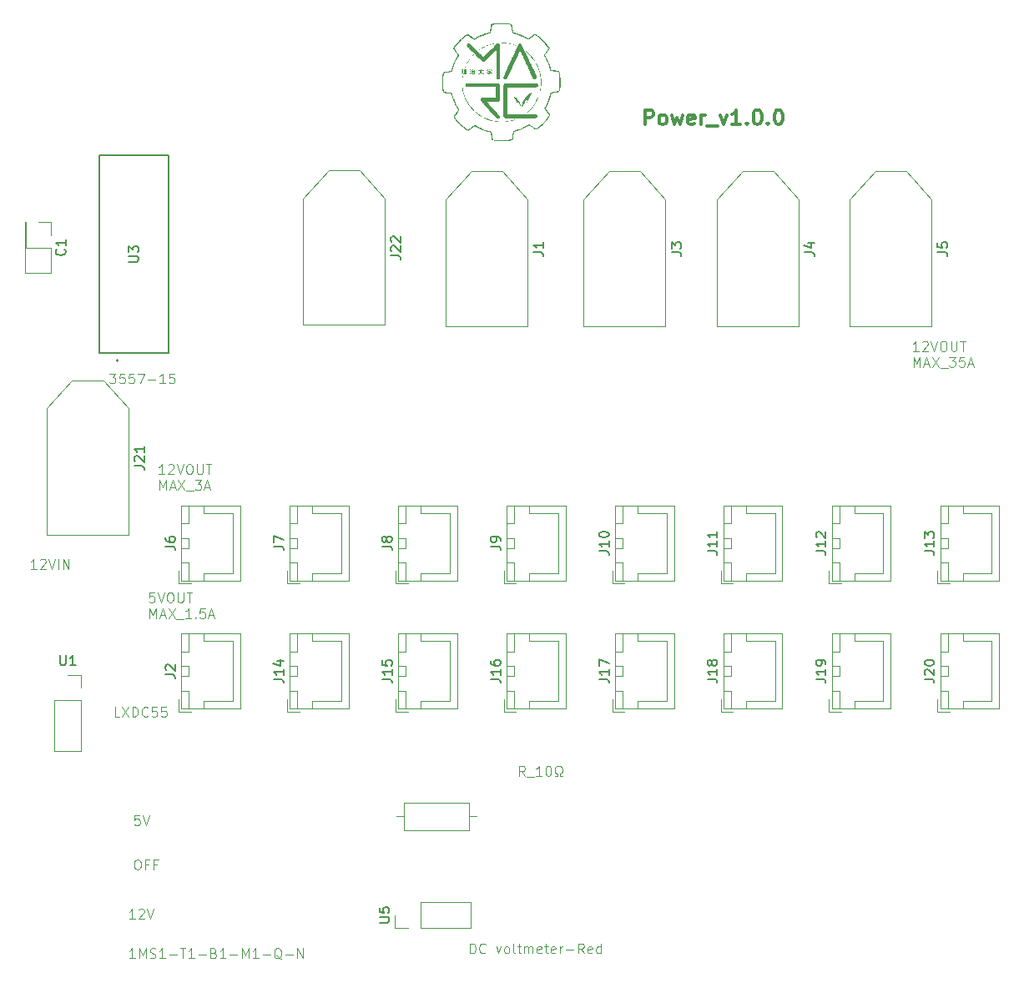
<source format=gbr>
%TF.GenerationSoftware,KiCad,Pcbnew,8.0.4*%
%TF.CreationDate,2024-09-14T11:06:21+09:00*%
%TF.ProjectId,power_supply,706f7765-725f-4737-9570-706c792e6b69,rev?*%
%TF.SameCoordinates,Original*%
%TF.FileFunction,Legend,Top*%
%TF.FilePolarity,Positive*%
%FSLAX46Y46*%
G04 Gerber Fmt 4.6, Leading zero omitted, Abs format (unit mm)*
G04 Created by KiCad (PCBNEW 8.0.4) date 2024-09-14 11:06:21*
%MOMM*%
%LPD*%
G01*
G04 APERTURE LIST*
%ADD10C,0.100000*%
%ADD11C,0.300000*%
%ADD12C,0.150000*%
%ADD13C,0.120000*%
%ADD14C,0.000000*%
%ADD15C,0.152400*%
G04 APERTURE END LIST*
D10*
X24827693Y-104872419D02*
X24256265Y-104872419D01*
X24541979Y-104872419D02*
X24541979Y-103872419D01*
X24541979Y-103872419D02*
X24446741Y-104015276D01*
X24446741Y-104015276D02*
X24351503Y-104110514D01*
X24351503Y-104110514D02*
X24256265Y-104158133D01*
X25208646Y-103967657D02*
X25256265Y-103920038D01*
X25256265Y-103920038D02*
X25351503Y-103872419D01*
X25351503Y-103872419D02*
X25589598Y-103872419D01*
X25589598Y-103872419D02*
X25684836Y-103920038D01*
X25684836Y-103920038D02*
X25732455Y-103967657D01*
X25732455Y-103967657D02*
X25780074Y-104062895D01*
X25780074Y-104062895D02*
X25780074Y-104158133D01*
X25780074Y-104158133D02*
X25732455Y-104300990D01*
X25732455Y-104300990D02*
X25161027Y-104872419D01*
X25161027Y-104872419D02*
X25780074Y-104872419D01*
X26065789Y-103872419D02*
X26399122Y-104872419D01*
X26399122Y-104872419D02*
X26732455Y-103872419D01*
X22241802Y-49551464D02*
X22860849Y-49551464D01*
X22860849Y-49551464D02*
X22527516Y-49932416D01*
X22527516Y-49932416D02*
X22670373Y-49932416D01*
X22670373Y-49932416D02*
X22765611Y-49980035D01*
X22765611Y-49980035D02*
X22813230Y-50027654D01*
X22813230Y-50027654D02*
X22860849Y-50122892D01*
X22860849Y-50122892D02*
X22860849Y-50360987D01*
X22860849Y-50360987D02*
X22813230Y-50456225D01*
X22813230Y-50456225D02*
X22765611Y-50503845D01*
X22765611Y-50503845D02*
X22670373Y-50551464D01*
X22670373Y-50551464D02*
X22384659Y-50551464D01*
X22384659Y-50551464D02*
X22289421Y-50503845D01*
X22289421Y-50503845D02*
X22241802Y-50456225D01*
X23765611Y-49551464D02*
X23289421Y-49551464D01*
X23289421Y-49551464D02*
X23241802Y-50027654D01*
X23241802Y-50027654D02*
X23289421Y-49980035D01*
X23289421Y-49980035D02*
X23384659Y-49932416D01*
X23384659Y-49932416D02*
X23622754Y-49932416D01*
X23622754Y-49932416D02*
X23717992Y-49980035D01*
X23717992Y-49980035D02*
X23765611Y-50027654D01*
X23765611Y-50027654D02*
X23813230Y-50122892D01*
X23813230Y-50122892D02*
X23813230Y-50360987D01*
X23813230Y-50360987D02*
X23765611Y-50456225D01*
X23765611Y-50456225D02*
X23717992Y-50503845D01*
X23717992Y-50503845D02*
X23622754Y-50551464D01*
X23622754Y-50551464D02*
X23384659Y-50551464D01*
X23384659Y-50551464D02*
X23289421Y-50503845D01*
X23289421Y-50503845D02*
X23241802Y-50456225D01*
X24717992Y-49551464D02*
X24241802Y-49551464D01*
X24241802Y-49551464D02*
X24194183Y-50027654D01*
X24194183Y-50027654D02*
X24241802Y-49980035D01*
X24241802Y-49980035D02*
X24337040Y-49932416D01*
X24337040Y-49932416D02*
X24575135Y-49932416D01*
X24575135Y-49932416D02*
X24670373Y-49980035D01*
X24670373Y-49980035D02*
X24717992Y-50027654D01*
X24717992Y-50027654D02*
X24765611Y-50122892D01*
X24765611Y-50122892D02*
X24765611Y-50360987D01*
X24765611Y-50360987D02*
X24717992Y-50456225D01*
X24717992Y-50456225D02*
X24670373Y-50503845D01*
X24670373Y-50503845D02*
X24575135Y-50551464D01*
X24575135Y-50551464D02*
X24337040Y-50551464D01*
X24337040Y-50551464D02*
X24241802Y-50503845D01*
X24241802Y-50503845D02*
X24194183Y-50456225D01*
X25098945Y-49551464D02*
X25765611Y-49551464D01*
X25765611Y-49551464D02*
X25337040Y-50551464D01*
X26146564Y-50170511D02*
X26908469Y-50170511D01*
X27908468Y-50551464D02*
X27337040Y-50551464D01*
X27622754Y-50551464D02*
X27622754Y-49551464D01*
X27622754Y-49551464D02*
X27527516Y-49694321D01*
X27527516Y-49694321D02*
X27432278Y-49789559D01*
X27432278Y-49789559D02*
X27337040Y-49837178D01*
X28813230Y-49551464D02*
X28337040Y-49551464D01*
X28337040Y-49551464D02*
X28289421Y-50027654D01*
X28289421Y-50027654D02*
X28337040Y-49980035D01*
X28337040Y-49980035D02*
X28432278Y-49932416D01*
X28432278Y-49932416D02*
X28670373Y-49932416D01*
X28670373Y-49932416D02*
X28765611Y-49980035D01*
X28765611Y-49980035D02*
X28813230Y-50027654D01*
X28813230Y-50027654D02*
X28860849Y-50122892D01*
X28860849Y-50122892D02*
X28860849Y-50360987D01*
X28860849Y-50360987D02*
X28813230Y-50456225D01*
X28813230Y-50456225D02*
X28765611Y-50503845D01*
X28765611Y-50503845D02*
X28670373Y-50551464D01*
X28670373Y-50551464D02*
X28432278Y-50551464D01*
X28432278Y-50551464D02*
X28337040Y-50503845D01*
X28337040Y-50503845D02*
X28289421Y-50456225D01*
X104327693Y-47262475D02*
X103756265Y-47262475D01*
X104041979Y-47262475D02*
X104041979Y-46262475D01*
X104041979Y-46262475D02*
X103946741Y-46405332D01*
X103946741Y-46405332D02*
X103851503Y-46500570D01*
X103851503Y-46500570D02*
X103756265Y-46548189D01*
X104708646Y-46357713D02*
X104756265Y-46310094D01*
X104756265Y-46310094D02*
X104851503Y-46262475D01*
X104851503Y-46262475D02*
X105089598Y-46262475D01*
X105089598Y-46262475D02*
X105184836Y-46310094D01*
X105184836Y-46310094D02*
X105232455Y-46357713D01*
X105232455Y-46357713D02*
X105280074Y-46452951D01*
X105280074Y-46452951D02*
X105280074Y-46548189D01*
X105280074Y-46548189D02*
X105232455Y-46691046D01*
X105232455Y-46691046D02*
X104661027Y-47262475D01*
X104661027Y-47262475D02*
X105280074Y-47262475D01*
X105565789Y-46262475D02*
X105899122Y-47262475D01*
X105899122Y-47262475D02*
X106232455Y-46262475D01*
X106756265Y-46262475D02*
X106946741Y-46262475D01*
X106946741Y-46262475D02*
X107041979Y-46310094D01*
X107041979Y-46310094D02*
X107137217Y-46405332D01*
X107137217Y-46405332D02*
X107184836Y-46595808D01*
X107184836Y-46595808D02*
X107184836Y-46929141D01*
X107184836Y-46929141D02*
X107137217Y-47119617D01*
X107137217Y-47119617D02*
X107041979Y-47214856D01*
X107041979Y-47214856D02*
X106946741Y-47262475D01*
X106946741Y-47262475D02*
X106756265Y-47262475D01*
X106756265Y-47262475D02*
X106661027Y-47214856D01*
X106661027Y-47214856D02*
X106565789Y-47119617D01*
X106565789Y-47119617D02*
X106518170Y-46929141D01*
X106518170Y-46929141D02*
X106518170Y-46595808D01*
X106518170Y-46595808D02*
X106565789Y-46405332D01*
X106565789Y-46405332D02*
X106661027Y-46310094D01*
X106661027Y-46310094D02*
X106756265Y-46262475D01*
X107613408Y-46262475D02*
X107613408Y-47071998D01*
X107613408Y-47071998D02*
X107661027Y-47167236D01*
X107661027Y-47167236D02*
X107708646Y-47214856D01*
X107708646Y-47214856D02*
X107803884Y-47262475D01*
X107803884Y-47262475D02*
X107994360Y-47262475D01*
X107994360Y-47262475D02*
X108089598Y-47214856D01*
X108089598Y-47214856D02*
X108137217Y-47167236D01*
X108137217Y-47167236D02*
X108184836Y-47071998D01*
X108184836Y-47071998D02*
X108184836Y-46262475D01*
X108518170Y-46262475D02*
X109089598Y-46262475D01*
X108803884Y-47262475D02*
X108803884Y-46262475D01*
X103803884Y-48872419D02*
X103803884Y-47872419D01*
X103803884Y-47872419D02*
X104137217Y-48586704D01*
X104137217Y-48586704D02*
X104470550Y-47872419D01*
X104470550Y-47872419D02*
X104470550Y-48872419D01*
X104899122Y-48586704D02*
X105375312Y-48586704D01*
X104803884Y-48872419D02*
X105137217Y-47872419D01*
X105137217Y-47872419D02*
X105470550Y-48872419D01*
X105708646Y-47872419D02*
X106375312Y-48872419D01*
X106375312Y-47872419D02*
X105708646Y-48872419D01*
X106518170Y-48967657D02*
X107280074Y-48967657D01*
X107422932Y-47872419D02*
X108041979Y-47872419D01*
X108041979Y-47872419D02*
X107708646Y-48253371D01*
X107708646Y-48253371D02*
X107851503Y-48253371D01*
X107851503Y-48253371D02*
X107946741Y-48300990D01*
X107946741Y-48300990D02*
X107994360Y-48348609D01*
X107994360Y-48348609D02*
X108041979Y-48443847D01*
X108041979Y-48443847D02*
X108041979Y-48681942D01*
X108041979Y-48681942D02*
X107994360Y-48777180D01*
X107994360Y-48777180D02*
X107946741Y-48824800D01*
X107946741Y-48824800D02*
X107851503Y-48872419D01*
X107851503Y-48872419D02*
X107565789Y-48872419D01*
X107565789Y-48872419D02*
X107470551Y-48824800D01*
X107470551Y-48824800D02*
X107422932Y-48777180D01*
X108946741Y-47872419D02*
X108470551Y-47872419D01*
X108470551Y-47872419D02*
X108422932Y-48348609D01*
X108422932Y-48348609D02*
X108470551Y-48300990D01*
X108470551Y-48300990D02*
X108565789Y-48253371D01*
X108565789Y-48253371D02*
X108803884Y-48253371D01*
X108803884Y-48253371D02*
X108899122Y-48300990D01*
X108899122Y-48300990D02*
X108946741Y-48348609D01*
X108946741Y-48348609D02*
X108994360Y-48443847D01*
X108994360Y-48443847D02*
X108994360Y-48681942D01*
X108994360Y-48681942D02*
X108946741Y-48777180D01*
X108946741Y-48777180D02*
X108899122Y-48824800D01*
X108899122Y-48824800D02*
X108803884Y-48872419D01*
X108803884Y-48872419D02*
X108565789Y-48872419D01*
X108565789Y-48872419D02*
X108470551Y-48824800D01*
X108470551Y-48824800D02*
X108422932Y-48777180D01*
X109375313Y-48586704D02*
X109851503Y-48586704D01*
X109280075Y-48872419D02*
X109613408Y-47872419D01*
X109613408Y-47872419D02*
X109946741Y-48872419D01*
X25280074Y-94372419D02*
X24803884Y-94372419D01*
X24803884Y-94372419D02*
X24756265Y-94848609D01*
X24756265Y-94848609D02*
X24803884Y-94800990D01*
X24803884Y-94800990D02*
X24899122Y-94753371D01*
X24899122Y-94753371D02*
X25137217Y-94753371D01*
X25137217Y-94753371D02*
X25232455Y-94800990D01*
X25232455Y-94800990D02*
X25280074Y-94848609D01*
X25280074Y-94848609D02*
X25327693Y-94943847D01*
X25327693Y-94943847D02*
X25327693Y-95181942D01*
X25327693Y-95181942D02*
X25280074Y-95277180D01*
X25280074Y-95277180D02*
X25232455Y-95324800D01*
X25232455Y-95324800D02*
X25137217Y-95372419D01*
X25137217Y-95372419D02*
X24899122Y-95372419D01*
X24899122Y-95372419D02*
X24803884Y-95324800D01*
X24803884Y-95324800D02*
X24756265Y-95277180D01*
X25613408Y-94372419D02*
X25946741Y-95372419D01*
X25946741Y-95372419D02*
X26280074Y-94372419D01*
X24827693Y-108872419D02*
X24256265Y-108872419D01*
X24541979Y-108872419D02*
X24541979Y-107872419D01*
X24541979Y-107872419D02*
X24446741Y-108015276D01*
X24446741Y-108015276D02*
X24351503Y-108110514D01*
X24351503Y-108110514D02*
X24256265Y-108158133D01*
X25256265Y-108872419D02*
X25256265Y-107872419D01*
X25256265Y-107872419D02*
X25589598Y-108586704D01*
X25589598Y-108586704D02*
X25922931Y-107872419D01*
X25922931Y-107872419D02*
X25922931Y-108872419D01*
X26351503Y-108824800D02*
X26494360Y-108872419D01*
X26494360Y-108872419D02*
X26732455Y-108872419D01*
X26732455Y-108872419D02*
X26827693Y-108824800D01*
X26827693Y-108824800D02*
X26875312Y-108777180D01*
X26875312Y-108777180D02*
X26922931Y-108681942D01*
X26922931Y-108681942D02*
X26922931Y-108586704D01*
X26922931Y-108586704D02*
X26875312Y-108491466D01*
X26875312Y-108491466D02*
X26827693Y-108443847D01*
X26827693Y-108443847D02*
X26732455Y-108396228D01*
X26732455Y-108396228D02*
X26541979Y-108348609D01*
X26541979Y-108348609D02*
X26446741Y-108300990D01*
X26446741Y-108300990D02*
X26399122Y-108253371D01*
X26399122Y-108253371D02*
X26351503Y-108158133D01*
X26351503Y-108158133D02*
X26351503Y-108062895D01*
X26351503Y-108062895D02*
X26399122Y-107967657D01*
X26399122Y-107967657D02*
X26446741Y-107920038D01*
X26446741Y-107920038D02*
X26541979Y-107872419D01*
X26541979Y-107872419D02*
X26780074Y-107872419D01*
X26780074Y-107872419D02*
X26922931Y-107920038D01*
X27875312Y-108872419D02*
X27303884Y-108872419D01*
X27589598Y-108872419D02*
X27589598Y-107872419D01*
X27589598Y-107872419D02*
X27494360Y-108015276D01*
X27494360Y-108015276D02*
X27399122Y-108110514D01*
X27399122Y-108110514D02*
X27303884Y-108158133D01*
X28303884Y-108491466D02*
X29065789Y-108491466D01*
X29399122Y-107872419D02*
X29970550Y-107872419D01*
X29684836Y-108872419D02*
X29684836Y-107872419D01*
X30827693Y-108872419D02*
X30256265Y-108872419D01*
X30541979Y-108872419D02*
X30541979Y-107872419D01*
X30541979Y-107872419D02*
X30446741Y-108015276D01*
X30446741Y-108015276D02*
X30351503Y-108110514D01*
X30351503Y-108110514D02*
X30256265Y-108158133D01*
X31256265Y-108491466D02*
X32018170Y-108491466D01*
X32827693Y-108348609D02*
X32970550Y-108396228D01*
X32970550Y-108396228D02*
X33018169Y-108443847D01*
X33018169Y-108443847D02*
X33065788Y-108539085D01*
X33065788Y-108539085D02*
X33065788Y-108681942D01*
X33065788Y-108681942D02*
X33018169Y-108777180D01*
X33018169Y-108777180D02*
X32970550Y-108824800D01*
X32970550Y-108824800D02*
X32875312Y-108872419D01*
X32875312Y-108872419D02*
X32494360Y-108872419D01*
X32494360Y-108872419D02*
X32494360Y-107872419D01*
X32494360Y-107872419D02*
X32827693Y-107872419D01*
X32827693Y-107872419D02*
X32922931Y-107920038D01*
X32922931Y-107920038D02*
X32970550Y-107967657D01*
X32970550Y-107967657D02*
X33018169Y-108062895D01*
X33018169Y-108062895D02*
X33018169Y-108158133D01*
X33018169Y-108158133D02*
X32970550Y-108253371D01*
X32970550Y-108253371D02*
X32922931Y-108300990D01*
X32922931Y-108300990D02*
X32827693Y-108348609D01*
X32827693Y-108348609D02*
X32494360Y-108348609D01*
X34018169Y-108872419D02*
X33446741Y-108872419D01*
X33732455Y-108872419D02*
X33732455Y-107872419D01*
X33732455Y-107872419D02*
X33637217Y-108015276D01*
X33637217Y-108015276D02*
X33541979Y-108110514D01*
X33541979Y-108110514D02*
X33446741Y-108158133D01*
X34446741Y-108491466D02*
X35208646Y-108491466D01*
X35684836Y-108872419D02*
X35684836Y-107872419D01*
X35684836Y-107872419D02*
X36018169Y-108586704D01*
X36018169Y-108586704D02*
X36351502Y-107872419D01*
X36351502Y-107872419D02*
X36351502Y-108872419D01*
X37351502Y-108872419D02*
X36780074Y-108872419D01*
X37065788Y-108872419D02*
X37065788Y-107872419D01*
X37065788Y-107872419D02*
X36970550Y-108015276D01*
X36970550Y-108015276D02*
X36875312Y-108110514D01*
X36875312Y-108110514D02*
X36780074Y-108158133D01*
X37780074Y-108491466D02*
X38541979Y-108491466D01*
X39684835Y-108967657D02*
X39589597Y-108920038D01*
X39589597Y-108920038D02*
X39494359Y-108824800D01*
X39494359Y-108824800D02*
X39351502Y-108681942D01*
X39351502Y-108681942D02*
X39256264Y-108634323D01*
X39256264Y-108634323D02*
X39161026Y-108634323D01*
X39208645Y-108872419D02*
X39113407Y-108824800D01*
X39113407Y-108824800D02*
X39018169Y-108729561D01*
X39018169Y-108729561D02*
X38970550Y-108539085D01*
X38970550Y-108539085D02*
X38970550Y-108205752D01*
X38970550Y-108205752D02*
X39018169Y-108015276D01*
X39018169Y-108015276D02*
X39113407Y-107920038D01*
X39113407Y-107920038D02*
X39208645Y-107872419D01*
X39208645Y-107872419D02*
X39399121Y-107872419D01*
X39399121Y-107872419D02*
X39494359Y-107920038D01*
X39494359Y-107920038D02*
X39589597Y-108015276D01*
X39589597Y-108015276D02*
X39637216Y-108205752D01*
X39637216Y-108205752D02*
X39637216Y-108539085D01*
X39637216Y-108539085D02*
X39589597Y-108729561D01*
X39589597Y-108729561D02*
X39494359Y-108824800D01*
X39494359Y-108824800D02*
X39399121Y-108872419D01*
X39399121Y-108872419D02*
X39208645Y-108872419D01*
X40065788Y-108491466D02*
X40827693Y-108491466D01*
X41303883Y-108872419D02*
X41303883Y-107872419D01*
X41303883Y-107872419D02*
X41875311Y-108872419D01*
X41875311Y-108872419D02*
X41875311Y-107872419D01*
X27827693Y-59762475D02*
X27256265Y-59762475D01*
X27541979Y-59762475D02*
X27541979Y-58762475D01*
X27541979Y-58762475D02*
X27446741Y-58905332D01*
X27446741Y-58905332D02*
X27351503Y-59000570D01*
X27351503Y-59000570D02*
X27256265Y-59048189D01*
X28208646Y-58857713D02*
X28256265Y-58810094D01*
X28256265Y-58810094D02*
X28351503Y-58762475D01*
X28351503Y-58762475D02*
X28589598Y-58762475D01*
X28589598Y-58762475D02*
X28684836Y-58810094D01*
X28684836Y-58810094D02*
X28732455Y-58857713D01*
X28732455Y-58857713D02*
X28780074Y-58952951D01*
X28780074Y-58952951D02*
X28780074Y-59048189D01*
X28780074Y-59048189D02*
X28732455Y-59191046D01*
X28732455Y-59191046D02*
X28161027Y-59762475D01*
X28161027Y-59762475D02*
X28780074Y-59762475D01*
X29065789Y-58762475D02*
X29399122Y-59762475D01*
X29399122Y-59762475D02*
X29732455Y-58762475D01*
X30256265Y-58762475D02*
X30446741Y-58762475D01*
X30446741Y-58762475D02*
X30541979Y-58810094D01*
X30541979Y-58810094D02*
X30637217Y-58905332D01*
X30637217Y-58905332D02*
X30684836Y-59095808D01*
X30684836Y-59095808D02*
X30684836Y-59429141D01*
X30684836Y-59429141D02*
X30637217Y-59619617D01*
X30637217Y-59619617D02*
X30541979Y-59714856D01*
X30541979Y-59714856D02*
X30446741Y-59762475D01*
X30446741Y-59762475D02*
X30256265Y-59762475D01*
X30256265Y-59762475D02*
X30161027Y-59714856D01*
X30161027Y-59714856D02*
X30065789Y-59619617D01*
X30065789Y-59619617D02*
X30018170Y-59429141D01*
X30018170Y-59429141D02*
X30018170Y-59095808D01*
X30018170Y-59095808D02*
X30065789Y-58905332D01*
X30065789Y-58905332D02*
X30161027Y-58810094D01*
X30161027Y-58810094D02*
X30256265Y-58762475D01*
X31113408Y-58762475D02*
X31113408Y-59571998D01*
X31113408Y-59571998D02*
X31161027Y-59667236D01*
X31161027Y-59667236D02*
X31208646Y-59714856D01*
X31208646Y-59714856D02*
X31303884Y-59762475D01*
X31303884Y-59762475D02*
X31494360Y-59762475D01*
X31494360Y-59762475D02*
X31589598Y-59714856D01*
X31589598Y-59714856D02*
X31637217Y-59667236D01*
X31637217Y-59667236D02*
X31684836Y-59571998D01*
X31684836Y-59571998D02*
X31684836Y-58762475D01*
X32018170Y-58762475D02*
X32589598Y-58762475D01*
X32303884Y-59762475D02*
X32303884Y-58762475D01*
X27303884Y-61372419D02*
X27303884Y-60372419D01*
X27303884Y-60372419D02*
X27637217Y-61086704D01*
X27637217Y-61086704D02*
X27970550Y-60372419D01*
X27970550Y-60372419D02*
X27970550Y-61372419D01*
X28399122Y-61086704D02*
X28875312Y-61086704D01*
X28303884Y-61372419D02*
X28637217Y-60372419D01*
X28637217Y-60372419D02*
X28970550Y-61372419D01*
X29208646Y-60372419D02*
X29875312Y-61372419D01*
X29875312Y-60372419D02*
X29208646Y-61372419D01*
X30018170Y-61467657D02*
X30780074Y-61467657D01*
X30922932Y-60372419D02*
X31541979Y-60372419D01*
X31541979Y-60372419D02*
X31208646Y-60753371D01*
X31208646Y-60753371D02*
X31351503Y-60753371D01*
X31351503Y-60753371D02*
X31446741Y-60800990D01*
X31446741Y-60800990D02*
X31494360Y-60848609D01*
X31494360Y-60848609D02*
X31541979Y-60943847D01*
X31541979Y-60943847D02*
X31541979Y-61181942D01*
X31541979Y-61181942D02*
X31494360Y-61277180D01*
X31494360Y-61277180D02*
X31446741Y-61324800D01*
X31446741Y-61324800D02*
X31351503Y-61372419D01*
X31351503Y-61372419D02*
X31065789Y-61372419D01*
X31065789Y-61372419D02*
X30970551Y-61324800D01*
X30970551Y-61324800D02*
X30922932Y-61277180D01*
X31922932Y-61086704D02*
X32399122Y-61086704D01*
X31827694Y-61372419D02*
X32161027Y-60372419D01*
X32161027Y-60372419D02*
X32494360Y-61372419D01*
X58803884Y-108372419D02*
X58803884Y-107372419D01*
X58803884Y-107372419D02*
X59041979Y-107372419D01*
X59041979Y-107372419D02*
X59184836Y-107420038D01*
X59184836Y-107420038D02*
X59280074Y-107515276D01*
X59280074Y-107515276D02*
X59327693Y-107610514D01*
X59327693Y-107610514D02*
X59375312Y-107800990D01*
X59375312Y-107800990D02*
X59375312Y-107943847D01*
X59375312Y-107943847D02*
X59327693Y-108134323D01*
X59327693Y-108134323D02*
X59280074Y-108229561D01*
X59280074Y-108229561D02*
X59184836Y-108324800D01*
X59184836Y-108324800D02*
X59041979Y-108372419D01*
X59041979Y-108372419D02*
X58803884Y-108372419D01*
X60375312Y-108277180D02*
X60327693Y-108324800D01*
X60327693Y-108324800D02*
X60184836Y-108372419D01*
X60184836Y-108372419D02*
X60089598Y-108372419D01*
X60089598Y-108372419D02*
X59946741Y-108324800D01*
X59946741Y-108324800D02*
X59851503Y-108229561D01*
X59851503Y-108229561D02*
X59803884Y-108134323D01*
X59803884Y-108134323D02*
X59756265Y-107943847D01*
X59756265Y-107943847D02*
X59756265Y-107800990D01*
X59756265Y-107800990D02*
X59803884Y-107610514D01*
X59803884Y-107610514D02*
X59851503Y-107515276D01*
X59851503Y-107515276D02*
X59946741Y-107420038D01*
X59946741Y-107420038D02*
X60089598Y-107372419D01*
X60089598Y-107372419D02*
X60184836Y-107372419D01*
X60184836Y-107372419D02*
X60327693Y-107420038D01*
X60327693Y-107420038D02*
X60375312Y-107467657D01*
X61470551Y-107705752D02*
X61708646Y-108372419D01*
X61708646Y-108372419D02*
X61946741Y-107705752D01*
X62470551Y-108372419D02*
X62375313Y-108324800D01*
X62375313Y-108324800D02*
X62327694Y-108277180D01*
X62327694Y-108277180D02*
X62280075Y-108181942D01*
X62280075Y-108181942D02*
X62280075Y-107896228D01*
X62280075Y-107896228D02*
X62327694Y-107800990D01*
X62327694Y-107800990D02*
X62375313Y-107753371D01*
X62375313Y-107753371D02*
X62470551Y-107705752D01*
X62470551Y-107705752D02*
X62613408Y-107705752D01*
X62613408Y-107705752D02*
X62708646Y-107753371D01*
X62708646Y-107753371D02*
X62756265Y-107800990D01*
X62756265Y-107800990D02*
X62803884Y-107896228D01*
X62803884Y-107896228D02*
X62803884Y-108181942D01*
X62803884Y-108181942D02*
X62756265Y-108277180D01*
X62756265Y-108277180D02*
X62708646Y-108324800D01*
X62708646Y-108324800D02*
X62613408Y-108372419D01*
X62613408Y-108372419D02*
X62470551Y-108372419D01*
X63375313Y-108372419D02*
X63280075Y-108324800D01*
X63280075Y-108324800D02*
X63232456Y-108229561D01*
X63232456Y-108229561D02*
X63232456Y-107372419D01*
X63613409Y-107705752D02*
X63994361Y-107705752D01*
X63756266Y-107372419D02*
X63756266Y-108229561D01*
X63756266Y-108229561D02*
X63803885Y-108324800D01*
X63803885Y-108324800D02*
X63899123Y-108372419D01*
X63899123Y-108372419D02*
X63994361Y-108372419D01*
X64327695Y-108372419D02*
X64327695Y-107705752D01*
X64327695Y-107800990D02*
X64375314Y-107753371D01*
X64375314Y-107753371D02*
X64470552Y-107705752D01*
X64470552Y-107705752D02*
X64613409Y-107705752D01*
X64613409Y-107705752D02*
X64708647Y-107753371D01*
X64708647Y-107753371D02*
X64756266Y-107848609D01*
X64756266Y-107848609D02*
X64756266Y-108372419D01*
X64756266Y-107848609D02*
X64803885Y-107753371D01*
X64803885Y-107753371D02*
X64899123Y-107705752D01*
X64899123Y-107705752D02*
X65041980Y-107705752D01*
X65041980Y-107705752D02*
X65137219Y-107753371D01*
X65137219Y-107753371D02*
X65184838Y-107848609D01*
X65184838Y-107848609D02*
X65184838Y-108372419D01*
X66041980Y-108324800D02*
X65946742Y-108372419D01*
X65946742Y-108372419D02*
X65756266Y-108372419D01*
X65756266Y-108372419D02*
X65661028Y-108324800D01*
X65661028Y-108324800D02*
X65613409Y-108229561D01*
X65613409Y-108229561D02*
X65613409Y-107848609D01*
X65613409Y-107848609D02*
X65661028Y-107753371D01*
X65661028Y-107753371D02*
X65756266Y-107705752D01*
X65756266Y-107705752D02*
X65946742Y-107705752D01*
X65946742Y-107705752D02*
X66041980Y-107753371D01*
X66041980Y-107753371D02*
X66089599Y-107848609D01*
X66089599Y-107848609D02*
X66089599Y-107943847D01*
X66089599Y-107943847D02*
X65613409Y-108039085D01*
X66375314Y-107705752D02*
X66756266Y-107705752D01*
X66518171Y-107372419D02*
X66518171Y-108229561D01*
X66518171Y-108229561D02*
X66565790Y-108324800D01*
X66565790Y-108324800D02*
X66661028Y-108372419D01*
X66661028Y-108372419D02*
X66756266Y-108372419D01*
X67470552Y-108324800D02*
X67375314Y-108372419D01*
X67375314Y-108372419D02*
X67184838Y-108372419D01*
X67184838Y-108372419D02*
X67089600Y-108324800D01*
X67089600Y-108324800D02*
X67041981Y-108229561D01*
X67041981Y-108229561D02*
X67041981Y-107848609D01*
X67041981Y-107848609D02*
X67089600Y-107753371D01*
X67089600Y-107753371D02*
X67184838Y-107705752D01*
X67184838Y-107705752D02*
X67375314Y-107705752D01*
X67375314Y-107705752D02*
X67470552Y-107753371D01*
X67470552Y-107753371D02*
X67518171Y-107848609D01*
X67518171Y-107848609D02*
X67518171Y-107943847D01*
X67518171Y-107943847D02*
X67041981Y-108039085D01*
X67946743Y-108372419D02*
X67946743Y-107705752D01*
X67946743Y-107896228D02*
X67994362Y-107800990D01*
X67994362Y-107800990D02*
X68041981Y-107753371D01*
X68041981Y-107753371D02*
X68137219Y-107705752D01*
X68137219Y-107705752D02*
X68232457Y-107705752D01*
X68565791Y-107991466D02*
X69327696Y-107991466D01*
X70375314Y-108372419D02*
X70041981Y-107896228D01*
X69803886Y-108372419D02*
X69803886Y-107372419D01*
X69803886Y-107372419D02*
X70184838Y-107372419D01*
X70184838Y-107372419D02*
X70280076Y-107420038D01*
X70280076Y-107420038D02*
X70327695Y-107467657D01*
X70327695Y-107467657D02*
X70375314Y-107562895D01*
X70375314Y-107562895D02*
X70375314Y-107705752D01*
X70375314Y-107705752D02*
X70327695Y-107800990D01*
X70327695Y-107800990D02*
X70280076Y-107848609D01*
X70280076Y-107848609D02*
X70184838Y-107896228D01*
X70184838Y-107896228D02*
X69803886Y-107896228D01*
X71184838Y-108324800D02*
X71089600Y-108372419D01*
X71089600Y-108372419D02*
X70899124Y-108372419D01*
X70899124Y-108372419D02*
X70803886Y-108324800D01*
X70803886Y-108324800D02*
X70756267Y-108229561D01*
X70756267Y-108229561D02*
X70756267Y-107848609D01*
X70756267Y-107848609D02*
X70803886Y-107753371D01*
X70803886Y-107753371D02*
X70899124Y-107705752D01*
X70899124Y-107705752D02*
X71089600Y-107705752D01*
X71089600Y-107705752D02*
X71184838Y-107753371D01*
X71184838Y-107753371D02*
X71232457Y-107848609D01*
X71232457Y-107848609D02*
X71232457Y-107943847D01*
X71232457Y-107943847D02*
X70756267Y-108039085D01*
X72089600Y-108372419D02*
X72089600Y-107372419D01*
X72089600Y-108324800D02*
X71994362Y-108372419D01*
X71994362Y-108372419D02*
X71803886Y-108372419D01*
X71803886Y-108372419D02*
X71708648Y-108324800D01*
X71708648Y-108324800D02*
X71661029Y-108277180D01*
X71661029Y-108277180D02*
X71613410Y-108181942D01*
X71613410Y-108181942D02*
X71613410Y-107896228D01*
X71613410Y-107896228D02*
X71661029Y-107800990D01*
X71661029Y-107800990D02*
X71708648Y-107753371D01*
X71708648Y-107753371D02*
X71803886Y-107705752D01*
X71803886Y-107705752D02*
X71994362Y-107705752D01*
X71994362Y-107705752D02*
X72089600Y-107753371D01*
X14827693Y-69372419D02*
X14256265Y-69372419D01*
X14541979Y-69372419D02*
X14541979Y-68372419D01*
X14541979Y-68372419D02*
X14446741Y-68515276D01*
X14446741Y-68515276D02*
X14351503Y-68610514D01*
X14351503Y-68610514D02*
X14256265Y-68658133D01*
X15208646Y-68467657D02*
X15256265Y-68420038D01*
X15256265Y-68420038D02*
X15351503Y-68372419D01*
X15351503Y-68372419D02*
X15589598Y-68372419D01*
X15589598Y-68372419D02*
X15684836Y-68420038D01*
X15684836Y-68420038D02*
X15732455Y-68467657D01*
X15732455Y-68467657D02*
X15780074Y-68562895D01*
X15780074Y-68562895D02*
X15780074Y-68658133D01*
X15780074Y-68658133D02*
X15732455Y-68800990D01*
X15732455Y-68800990D02*
X15161027Y-69372419D01*
X15161027Y-69372419D02*
X15780074Y-69372419D01*
X16065789Y-68372419D02*
X16399122Y-69372419D01*
X16399122Y-69372419D02*
X16732455Y-68372419D01*
X17065789Y-69372419D02*
X17065789Y-68372419D01*
X17541979Y-69372419D02*
X17541979Y-68372419D01*
X17541979Y-68372419D02*
X18113407Y-69372419D01*
X18113407Y-69372419D02*
X18113407Y-68372419D01*
X24994360Y-98872419D02*
X25184836Y-98872419D01*
X25184836Y-98872419D02*
X25280074Y-98920038D01*
X25280074Y-98920038D02*
X25375312Y-99015276D01*
X25375312Y-99015276D02*
X25422931Y-99205752D01*
X25422931Y-99205752D02*
X25422931Y-99539085D01*
X25422931Y-99539085D02*
X25375312Y-99729561D01*
X25375312Y-99729561D02*
X25280074Y-99824800D01*
X25280074Y-99824800D02*
X25184836Y-99872419D01*
X25184836Y-99872419D02*
X24994360Y-99872419D01*
X24994360Y-99872419D02*
X24899122Y-99824800D01*
X24899122Y-99824800D02*
X24803884Y-99729561D01*
X24803884Y-99729561D02*
X24756265Y-99539085D01*
X24756265Y-99539085D02*
X24756265Y-99205752D01*
X24756265Y-99205752D02*
X24803884Y-99015276D01*
X24803884Y-99015276D02*
X24899122Y-98920038D01*
X24899122Y-98920038D02*
X24994360Y-98872419D01*
X26184836Y-99348609D02*
X25851503Y-99348609D01*
X25851503Y-99872419D02*
X25851503Y-98872419D01*
X25851503Y-98872419D02*
X26327693Y-98872419D01*
X27041979Y-99348609D02*
X26708646Y-99348609D01*
X26708646Y-99872419D02*
X26708646Y-98872419D01*
X26708646Y-98872419D02*
X27184836Y-98872419D01*
D11*
X76554510Y-24300828D02*
X76554510Y-22800828D01*
X76554510Y-22800828D02*
X77125939Y-22800828D01*
X77125939Y-22800828D02*
X77268796Y-22872257D01*
X77268796Y-22872257D02*
X77340225Y-22943685D01*
X77340225Y-22943685D02*
X77411653Y-23086542D01*
X77411653Y-23086542D02*
X77411653Y-23300828D01*
X77411653Y-23300828D02*
X77340225Y-23443685D01*
X77340225Y-23443685D02*
X77268796Y-23515114D01*
X77268796Y-23515114D02*
X77125939Y-23586542D01*
X77125939Y-23586542D02*
X76554510Y-23586542D01*
X78268796Y-24300828D02*
X78125939Y-24229400D01*
X78125939Y-24229400D02*
X78054510Y-24157971D01*
X78054510Y-24157971D02*
X77983082Y-24015114D01*
X77983082Y-24015114D02*
X77983082Y-23586542D01*
X77983082Y-23586542D02*
X78054510Y-23443685D01*
X78054510Y-23443685D02*
X78125939Y-23372257D01*
X78125939Y-23372257D02*
X78268796Y-23300828D01*
X78268796Y-23300828D02*
X78483082Y-23300828D01*
X78483082Y-23300828D02*
X78625939Y-23372257D01*
X78625939Y-23372257D02*
X78697368Y-23443685D01*
X78697368Y-23443685D02*
X78768796Y-23586542D01*
X78768796Y-23586542D02*
X78768796Y-24015114D01*
X78768796Y-24015114D02*
X78697368Y-24157971D01*
X78697368Y-24157971D02*
X78625939Y-24229400D01*
X78625939Y-24229400D02*
X78483082Y-24300828D01*
X78483082Y-24300828D02*
X78268796Y-24300828D01*
X79268796Y-23300828D02*
X79554511Y-24300828D01*
X79554511Y-24300828D02*
X79840225Y-23586542D01*
X79840225Y-23586542D02*
X80125939Y-24300828D01*
X80125939Y-24300828D02*
X80411653Y-23300828D01*
X81554511Y-24229400D02*
X81411654Y-24300828D01*
X81411654Y-24300828D02*
X81125940Y-24300828D01*
X81125940Y-24300828D02*
X80983082Y-24229400D01*
X80983082Y-24229400D02*
X80911654Y-24086542D01*
X80911654Y-24086542D02*
X80911654Y-23515114D01*
X80911654Y-23515114D02*
X80983082Y-23372257D01*
X80983082Y-23372257D02*
X81125940Y-23300828D01*
X81125940Y-23300828D02*
X81411654Y-23300828D01*
X81411654Y-23300828D02*
X81554511Y-23372257D01*
X81554511Y-23372257D02*
X81625940Y-23515114D01*
X81625940Y-23515114D02*
X81625940Y-23657971D01*
X81625940Y-23657971D02*
X80911654Y-23800828D01*
X82268796Y-24300828D02*
X82268796Y-23300828D01*
X82268796Y-23586542D02*
X82340225Y-23443685D01*
X82340225Y-23443685D02*
X82411654Y-23372257D01*
X82411654Y-23372257D02*
X82554511Y-23300828D01*
X82554511Y-23300828D02*
X82697368Y-23300828D01*
X82840225Y-24443685D02*
X83983082Y-24443685D01*
X84197367Y-23300828D02*
X84554510Y-24300828D01*
X84554510Y-24300828D02*
X84911653Y-23300828D01*
X86268796Y-24300828D02*
X85411653Y-24300828D01*
X85840224Y-24300828D02*
X85840224Y-22800828D01*
X85840224Y-22800828D02*
X85697367Y-23015114D01*
X85697367Y-23015114D02*
X85554510Y-23157971D01*
X85554510Y-23157971D02*
X85411653Y-23229400D01*
X86911652Y-24157971D02*
X86983081Y-24229400D01*
X86983081Y-24229400D02*
X86911652Y-24300828D01*
X86911652Y-24300828D02*
X86840224Y-24229400D01*
X86840224Y-24229400D02*
X86911652Y-24157971D01*
X86911652Y-24157971D02*
X86911652Y-24300828D01*
X87911653Y-22800828D02*
X88054510Y-22800828D01*
X88054510Y-22800828D02*
X88197367Y-22872257D01*
X88197367Y-22872257D02*
X88268796Y-22943685D01*
X88268796Y-22943685D02*
X88340224Y-23086542D01*
X88340224Y-23086542D02*
X88411653Y-23372257D01*
X88411653Y-23372257D02*
X88411653Y-23729400D01*
X88411653Y-23729400D02*
X88340224Y-24015114D01*
X88340224Y-24015114D02*
X88268796Y-24157971D01*
X88268796Y-24157971D02*
X88197367Y-24229400D01*
X88197367Y-24229400D02*
X88054510Y-24300828D01*
X88054510Y-24300828D02*
X87911653Y-24300828D01*
X87911653Y-24300828D02*
X87768796Y-24229400D01*
X87768796Y-24229400D02*
X87697367Y-24157971D01*
X87697367Y-24157971D02*
X87625938Y-24015114D01*
X87625938Y-24015114D02*
X87554510Y-23729400D01*
X87554510Y-23729400D02*
X87554510Y-23372257D01*
X87554510Y-23372257D02*
X87625938Y-23086542D01*
X87625938Y-23086542D02*
X87697367Y-22943685D01*
X87697367Y-22943685D02*
X87768796Y-22872257D01*
X87768796Y-22872257D02*
X87911653Y-22800828D01*
X89054509Y-24157971D02*
X89125938Y-24229400D01*
X89125938Y-24229400D02*
X89054509Y-24300828D01*
X89054509Y-24300828D02*
X88983081Y-24229400D01*
X88983081Y-24229400D02*
X89054509Y-24157971D01*
X89054509Y-24157971D02*
X89054509Y-24300828D01*
X90054510Y-22800828D02*
X90197367Y-22800828D01*
X90197367Y-22800828D02*
X90340224Y-22872257D01*
X90340224Y-22872257D02*
X90411653Y-22943685D01*
X90411653Y-22943685D02*
X90483081Y-23086542D01*
X90483081Y-23086542D02*
X90554510Y-23372257D01*
X90554510Y-23372257D02*
X90554510Y-23729400D01*
X90554510Y-23729400D02*
X90483081Y-24015114D01*
X90483081Y-24015114D02*
X90411653Y-24157971D01*
X90411653Y-24157971D02*
X90340224Y-24229400D01*
X90340224Y-24229400D02*
X90197367Y-24300828D01*
X90197367Y-24300828D02*
X90054510Y-24300828D01*
X90054510Y-24300828D02*
X89911653Y-24229400D01*
X89911653Y-24229400D02*
X89840224Y-24157971D01*
X89840224Y-24157971D02*
X89768795Y-24015114D01*
X89768795Y-24015114D02*
X89697367Y-23729400D01*
X89697367Y-23729400D02*
X89697367Y-23372257D01*
X89697367Y-23372257D02*
X89768795Y-23086542D01*
X89768795Y-23086542D02*
X89840224Y-22943685D01*
X89840224Y-22943685D02*
X89911653Y-22872257D01*
X89911653Y-22872257D02*
X90054510Y-22800828D01*
D10*
X64375312Y-90372419D02*
X64041979Y-89896228D01*
X63803884Y-90372419D02*
X63803884Y-89372419D01*
X63803884Y-89372419D02*
X64184836Y-89372419D01*
X64184836Y-89372419D02*
X64280074Y-89420038D01*
X64280074Y-89420038D02*
X64327693Y-89467657D01*
X64327693Y-89467657D02*
X64375312Y-89562895D01*
X64375312Y-89562895D02*
X64375312Y-89705752D01*
X64375312Y-89705752D02*
X64327693Y-89800990D01*
X64327693Y-89800990D02*
X64280074Y-89848609D01*
X64280074Y-89848609D02*
X64184836Y-89896228D01*
X64184836Y-89896228D02*
X63803884Y-89896228D01*
X64565789Y-90467657D02*
X65327693Y-90467657D01*
X66089598Y-90372419D02*
X65518170Y-90372419D01*
X65803884Y-90372419D02*
X65803884Y-89372419D01*
X65803884Y-89372419D02*
X65708646Y-89515276D01*
X65708646Y-89515276D02*
X65613408Y-89610514D01*
X65613408Y-89610514D02*
X65518170Y-89658133D01*
X66708646Y-89372419D02*
X66803884Y-89372419D01*
X66803884Y-89372419D02*
X66899122Y-89420038D01*
X66899122Y-89420038D02*
X66946741Y-89467657D01*
X66946741Y-89467657D02*
X66994360Y-89562895D01*
X66994360Y-89562895D02*
X67041979Y-89753371D01*
X67041979Y-89753371D02*
X67041979Y-89991466D01*
X67041979Y-89991466D02*
X66994360Y-90181942D01*
X66994360Y-90181942D02*
X66946741Y-90277180D01*
X66946741Y-90277180D02*
X66899122Y-90324800D01*
X66899122Y-90324800D02*
X66803884Y-90372419D01*
X66803884Y-90372419D02*
X66708646Y-90372419D01*
X66708646Y-90372419D02*
X66613408Y-90324800D01*
X66613408Y-90324800D02*
X66565789Y-90277180D01*
X66565789Y-90277180D02*
X66518170Y-90181942D01*
X66518170Y-90181942D02*
X66470551Y-89991466D01*
X66470551Y-89991466D02*
X66470551Y-89753371D01*
X66470551Y-89753371D02*
X66518170Y-89562895D01*
X66518170Y-89562895D02*
X66565789Y-89467657D01*
X66565789Y-89467657D02*
X66613408Y-89420038D01*
X66613408Y-89420038D02*
X66708646Y-89372419D01*
X67422932Y-90372419D02*
X67661027Y-90372419D01*
X67661027Y-90372419D02*
X67661027Y-90181942D01*
X67661027Y-90181942D02*
X67565789Y-90134323D01*
X67565789Y-90134323D02*
X67470551Y-90039085D01*
X67470551Y-90039085D02*
X67422932Y-89896228D01*
X67422932Y-89896228D02*
X67422932Y-89658133D01*
X67422932Y-89658133D02*
X67470551Y-89515276D01*
X67470551Y-89515276D02*
X67565789Y-89420038D01*
X67565789Y-89420038D02*
X67708646Y-89372419D01*
X67708646Y-89372419D02*
X67899122Y-89372419D01*
X67899122Y-89372419D02*
X68041979Y-89420038D01*
X68041979Y-89420038D02*
X68137217Y-89515276D01*
X68137217Y-89515276D02*
X68184836Y-89658133D01*
X68184836Y-89658133D02*
X68184836Y-89896228D01*
X68184836Y-89896228D02*
X68137217Y-90039085D01*
X68137217Y-90039085D02*
X68041979Y-90134323D01*
X68041979Y-90134323D02*
X67946741Y-90181942D01*
X67946741Y-90181942D02*
X67946741Y-90372419D01*
X67946741Y-90372419D02*
X68184836Y-90372419D01*
X26780074Y-71762475D02*
X26303884Y-71762475D01*
X26303884Y-71762475D02*
X26256265Y-72238665D01*
X26256265Y-72238665D02*
X26303884Y-72191046D01*
X26303884Y-72191046D02*
X26399122Y-72143427D01*
X26399122Y-72143427D02*
X26637217Y-72143427D01*
X26637217Y-72143427D02*
X26732455Y-72191046D01*
X26732455Y-72191046D02*
X26780074Y-72238665D01*
X26780074Y-72238665D02*
X26827693Y-72333903D01*
X26827693Y-72333903D02*
X26827693Y-72571998D01*
X26827693Y-72571998D02*
X26780074Y-72667236D01*
X26780074Y-72667236D02*
X26732455Y-72714856D01*
X26732455Y-72714856D02*
X26637217Y-72762475D01*
X26637217Y-72762475D02*
X26399122Y-72762475D01*
X26399122Y-72762475D02*
X26303884Y-72714856D01*
X26303884Y-72714856D02*
X26256265Y-72667236D01*
X27113408Y-71762475D02*
X27446741Y-72762475D01*
X27446741Y-72762475D02*
X27780074Y-71762475D01*
X28303884Y-71762475D02*
X28494360Y-71762475D01*
X28494360Y-71762475D02*
X28589598Y-71810094D01*
X28589598Y-71810094D02*
X28684836Y-71905332D01*
X28684836Y-71905332D02*
X28732455Y-72095808D01*
X28732455Y-72095808D02*
X28732455Y-72429141D01*
X28732455Y-72429141D02*
X28684836Y-72619617D01*
X28684836Y-72619617D02*
X28589598Y-72714856D01*
X28589598Y-72714856D02*
X28494360Y-72762475D01*
X28494360Y-72762475D02*
X28303884Y-72762475D01*
X28303884Y-72762475D02*
X28208646Y-72714856D01*
X28208646Y-72714856D02*
X28113408Y-72619617D01*
X28113408Y-72619617D02*
X28065789Y-72429141D01*
X28065789Y-72429141D02*
X28065789Y-72095808D01*
X28065789Y-72095808D02*
X28113408Y-71905332D01*
X28113408Y-71905332D02*
X28208646Y-71810094D01*
X28208646Y-71810094D02*
X28303884Y-71762475D01*
X29161027Y-71762475D02*
X29161027Y-72571998D01*
X29161027Y-72571998D02*
X29208646Y-72667236D01*
X29208646Y-72667236D02*
X29256265Y-72714856D01*
X29256265Y-72714856D02*
X29351503Y-72762475D01*
X29351503Y-72762475D02*
X29541979Y-72762475D01*
X29541979Y-72762475D02*
X29637217Y-72714856D01*
X29637217Y-72714856D02*
X29684836Y-72667236D01*
X29684836Y-72667236D02*
X29732455Y-72571998D01*
X29732455Y-72571998D02*
X29732455Y-71762475D01*
X30065789Y-71762475D02*
X30637217Y-71762475D01*
X30351503Y-72762475D02*
X30351503Y-71762475D01*
X26303884Y-74372419D02*
X26303884Y-73372419D01*
X26303884Y-73372419D02*
X26637217Y-74086704D01*
X26637217Y-74086704D02*
X26970550Y-73372419D01*
X26970550Y-73372419D02*
X26970550Y-74372419D01*
X27399122Y-74086704D02*
X27875312Y-74086704D01*
X27303884Y-74372419D02*
X27637217Y-73372419D01*
X27637217Y-73372419D02*
X27970550Y-74372419D01*
X28208646Y-73372419D02*
X28875312Y-74372419D01*
X28875312Y-73372419D02*
X28208646Y-74372419D01*
X29018170Y-74467657D02*
X29780074Y-74467657D01*
X30541979Y-74372419D02*
X29970551Y-74372419D01*
X30256265Y-74372419D02*
X30256265Y-73372419D01*
X30256265Y-73372419D02*
X30161027Y-73515276D01*
X30161027Y-73515276D02*
X30065789Y-73610514D01*
X30065789Y-73610514D02*
X29970551Y-73658133D01*
X30970551Y-74277180D02*
X31018170Y-74324800D01*
X31018170Y-74324800D02*
X30970551Y-74372419D01*
X30970551Y-74372419D02*
X30922932Y-74324800D01*
X30922932Y-74324800D02*
X30970551Y-74277180D01*
X30970551Y-74277180D02*
X30970551Y-74372419D01*
X31922931Y-73372419D02*
X31446741Y-73372419D01*
X31446741Y-73372419D02*
X31399122Y-73848609D01*
X31399122Y-73848609D02*
X31446741Y-73800990D01*
X31446741Y-73800990D02*
X31541979Y-73753371D01*
X31541979Y-73753371D02*
X31780074Y-73753371D01*
X31780074Y-73753371D02*
X31875312Y-73800990D01*
X31875312Y-73800990D02*
X31922931Y-73848609D01*
X31922931Y-73848609D02*
X31970550Y-73943847D01*
X31970550Y-73943847D02*
X31970550Y-74181942D01*
X31970550Y-74181942D02*
X31922931Y-74277180D01*
X31922931Y-74277180D02*
X31875312Y-74324800D01*
X31875312Y-74324800D02*
X31780074Y-74372419D01*
X31780074Y-74372419D02*
X31541979Y-74372419D01*
X31541979Y-74372419D02*
X31446741Y-74324800D01*
X31446741Y-74324800D02*
X31399122Y-74277180D01*
X32351503Y-74086704D02*
X32827693Y-74086704D01*
X32256265Y-74372419D02*
X32589598Y-73372419D01*
X32589598Y-73372419D02*
X32922931Y-74372419D01*
X23280074Y-84372419D02*
X22803884Y-84372419D01*
X22803884Y-84372419D02*
X22803884Y-83372419D01*
X23518170Y-83372419D02*
X24184836Y-84372419D01*
X24184836Y-83372419D02*
X23518170Y-84372419D01*
X24565789Y-84372419D02*
X24565789Y-83372419D01*
X24565789Y-83372419D02*
X24803884Y-83372419D01*
X24803884Y-83372419D02*
X24946741Y-83420038D01*
X24946741Y-83420038D02*
X25041979Y-83515276D01*
X25041979Y-83515276D02*
X25089598Y-83610514D01*
X25089598Y-83610514D02*
X25137217Y-83800990D01*
X25137217Y-83800990D02*
X25137217Y-83943847D01*
X25137217Y-83943847D02*
X25089598Y-84134323D01*
X25089598Y-84134323D02*
X25041979Y-84229561D01*
X25041979Y-84229561D02*
X24946741Y-84324800D01*
X24946741Y-84324800D02*
X24803884Y-84372419D01*
X24803884Y-84372419D02*
X24565789Y-84372419D01*
X26137217Y-84277180D02*
X26089598Y-84324800D01*
X26089598Y-84324800D02*
X25946741Y-84372419D01*
X25946741Y-84372419D02*
X25851503Y-84372419D01*
X25851503Y-84372419D02*
X25708646Y-84324800D01*
X25708646Y-84324800D02*
X25613408Y-84229561D01*
X25613408Y-84229561D02*
X25565789Y-84134323D01*
X25565789Y-84134323D02*
X25518170Y-83943847D01*
X25518170Y-83943847D02*
X25518170Y-83800990D01*
X25518170Y-83800990D02*
X25565789Y-83610514D01*
X25565789Y-83610514D02*
X25613408Y-83515276D01*
X25613408Y-83515276D02*
X25708646Y-83420038D01*
X25708646Y-83420038D02*
X25851503Y-83372419D01*
X25851503Y-83372419D02*
X25946741Y-83372419D01*
X25946741Y-83372419D02*
X26089598Y-83420038D01*
X26089598Y-83420038D02*
X26137217Y-83467657D01*
X27041979Y-83372419D02*
X26565789Y-83372419D01*
X26565789Y-83372419D02*
X26518170Y-83848609D01*
X26518170Y-83848609D02*
X26565789Y-83800990D01*
X26565789Y-83800990D02*
X26661027Y-83753371D01*
X26661027Y-83753371D02*
X26899122Y-83753371D01*
X26899122Y-83753371D02*
X26994360Y-83800990D01*
X26994360Y-83800990D02*
X27041979Y-83848609D01*
X27041979Y-83848609D02*
X27089598Y-83943847D01*
X27089598Y-83943847D02*
X27089598Y-84181942D01*
X27089598Y-84181942D02*
X27041979Y-84277180D01*
X27041979Y-84277180D02*
X26994360Y-84324800D01*
X26994360Y-84324800D02*
X26899122Y-84372419D01*
X26899122Y-84372419D02*
X26661027Y-84372419D01*
X26661027Y-84372419D02*
X26565789Y-84324800D01*
X26565789Y-84324800D02*
X26518170Y-84277180D01*
X27994360Y-83372419D02*
X27518170Y-83372419D01*
X27518170Y-83372419D02*
X27470551Y-83848609D01*
X27470551Y-83848609D02*
X27518170Y-83800990D01*
X27518170Y-83800990D02*
X27613408Y-83753371D01*
X27613408Y-83753371D02*
X27851503Y-83753371D01*
X27851503Y-83753371D02*
X27946741Y-83800990D01*
X27946741Y-83800990D02*
X27994360Y-83848609D01*
X27994360Y-83848609D02*
X28041979Y-83943847D01*
X28041979Y-83943847D02*
X28041979Y-84181942D01*
X28041979Y-84181942D02*
X27994360Y-84277180D01*
X27994360Y-84277180D02*
X27946741Y-84324800D01*
X27946741Y-84324800D02*
X27851503Y-84372419D01*
X27851503Y-84372419D02*
X27613408Y-84372419D01*
X27613408Y-84372419D02*
X27518170Y-84324800D01*
X27518170Y-84324800D02*
X27470551Y-84277180D01*
D12*
X50787975Y-37588568D02*
X51502260Y-37588568D01*
X51502260Y-37588568D02*
X51645117Y-37636187D01*
X51645117Y-37636187D02*
X51740356Y-37731425D01*
X51740356Y-37731425D02*
X51787975Y-37874282D01*
X51787975Y-37874282D02*
X51787975Y-37969520D01*
X50883213Y-37159996D02*
X50835594Y-37112377D01*
X50835594Y-37112377D02*
X50787975Y-37017139D01*
X50787975Y-37017139D02*
X50787975Y-36779044D01*
X50787975Y-36779044D02*
X50835594Y-36683806D01*
X50835594Y-36683806D02*
X50883213Y-36636187D01*
X50883213Y-36636187D02*
X50978451Y-36588568D01*
X50978451Y-36588568D02*
X51073689Y-36588568D01*
X51073689Y-36588568D02*
X51216546Y-36636187D01*
X51216546Y-36636187D02*
X51787975Y-37207615D01*
X51787975Y-37207615D02*
X51787975Y-36588568D01*
X50883213Y-36207615D02*
X50835594Y-36159996D01*
X50835594Y-36159996D02*
X50787975Y-36064758D01*
X50787975Y-36064758D02*
X50787975Y-35826663D01*
X50787975Y-35826663D02*
X50835594Y-35731425D01*
X50835594Y-35731425D02*
X50883213Y-35683806D01*
X50883213Y-35683806D02*
X50978451Y-35636187D01*
X50978451Y-35636187D02*
X51073689Y-35636187D01*
X51073689Y-35636187D02*
X51216546Y-35683806D01*
X51216546Y-35683806D02*
X51787975Y-36255234D01*
X51787975Y-36255234D02*
X51787975Y-35636187D01*
X49904819Y-67083333D02*
X50619104Y-67083333D01*
X50619104Y-67083333D02*
X50761961Y-67130952D01*
X50761961Y-67130952D02*
X50857200Y-67226190D01*
X50857200Y-67226190D02*
X50904819Y-67369047D01*
X50904819Y-67369047D02*
X50904819Y-67464285D01*
X50333390Y-66464285D02*
X50285771Y-66559523D01*
X50285771Y-66559523D02*
X50238152Y-66607142D01*
X50238152Y-66607142D02*
X50142914Y-66654761D01*
X50142914Y-66654761D02*
X50095295Y-66654761D01*
X50095295Y-66654761D02*
X50000057Y-66607142D01*
X50000057Y-66607142D02*
X49952438Y-66559523D01*
X49952438Y-66559523D02*
X49904819Y-66464285D01*
X49904819Y-66464285D02*
X49904819Y-66273809D01*
X49904819Y-66273809D02*
X49952438Y-66178571D01*
X49952438Y-66178571D02*
X50000057Y-66130952D01*
X50000057Y-66130952D02*
X50095295Y-66083333D01*
X50095295Y-66083333D02*
X50142914Y-66083333D01*
X50142914Y-66083333D02*
X50238152Y-66130952D01*
X50238152Y-66130952D02*
X50285771Y-66178571D01*
X50285771Y-66178571D02*
X50333390Y-66273809D01*
X50333390Y-66273809D02*
X50333390Y-66464285D01*
X50333390Y-66464285D02*
X50381009Y-66559523D01*
X50381009Y-66559523D02*
X50428628Y-66607142D01*
X50428628Y-66607142D02*
X50523866Y-66654761D01*
X50523866Y-66654761D02*
X50714342Y-66654761D01*
X50714342Y-66654761D02*
X50809580Y-66607142D01*
X50809580Y-66607142D02*
X50857200Y-66559523D01*
X50857200Y-66559523D02*
X50904819Y-66464285D01*
X50904819Y-66464285D02*
X50904819Y-66273809D01*
X50904819Y-66273809D02*
X50857200Y-66178571D01*
X50857200Y-66178571D02*
X50809580Y-66130952D01*
X50809580Y-66130952D02*
X50714342Y-66083333D01*
X50714342Y-66083333D02*
X50523866Y-66083333D01*
X50523866Y-66083333D02*
X50428628Y-66130952D01*
X50428628Y-66130952D02*
X50381009Y-66178571D01*
X50381009Y-66178571D02*
X50333390Y-66273809D01*
X24754819Y-58909523D02*
X25469104Y-58909523D01*
X25469104Y-58909523D02*
X25611961Y-58957142D01*
X25611961Y-58957142D02*
X25707200Y-59052380D01*
X25707200Y-59052380D02*
X25754819Y-59195237D01*
X25754819Y-59195237D02*
X25754819Y-59290475D01*
X24850057Y-58480951D02*
X24802438Y-58433332D01*
X24802438Y-58433332D02*
X24754819Y-58338094D01*
X24754819Y-58338094D02*
X24754819Y-58099999D01*
X24754819Y-58099999D02*
X24802438Y-58004761D01*
X24802438Y-58004761D02*
X24850057Y-57957142D01*
X24850057Y-57957142D02*
X24945295Y-57909523D01*
X24945295Y-57909523D02*
X25040533Y-57909523D01*
X25040533Y-57909523D02*
X25183390Y-57957142D01*
X25183390Y-57957142D02*
X25754819Y-58528570D01*
X25754819Y-58528570D02*
X25754819Y-57909523D01*
X25754819Y-56957142D02*
X25754819Y-57528570D01*
X25754819Y-57242856D02*
X24754819Y-57242856D01*
X24754819Y-57242856D02*
X24897676Y-57338094D01*
X24897676Y-57338094D02*
X24992914Y-57433332D01*
X24992914Y-57433332D02*
X25040533Y-57528570D01*
X27904819Y-67083333D02*
X28619104Y-67083333D01*
X28619104Y-67083333D02*
X28761961Y-67130952D01*
X28761961Y-67130952D02*
X28857200Y-67226190D01*
X28857200Y-67226190D02*
X28904819Y-67369047D01*
X28904819Y-67369047D02*
X28904819Y-67464285D01*
X27904819Y-66178571D02*
X27904819Y-66369047D01*
X27904819Y-66369047D02*
X27952438Y-66464285D01*
X27952438Y-66464285D02*
X28000057Y-66511904D01*
X28000057Y-66511904D02*
X28142914Y-66607142D01*
X28142914Y-66607142D02*
X28333390Y-66654761D01*
X28333390Y-66654761D02*
X28714342Y-66654761D01*
X28714342Y-66654761D02*
X28809580Y-66607142D01*
X28809580Y-66607142D02*
X28857200Y-66559523D01*
X28857200Y-66559523D02*
X28904819Y-66464285D01*
X28904819Y-66464285D02*
X28904819Y-66273809D01*
X28904819Y-66273809D02*
X28857200Y-66178571D01*
X28857200Y-66178571D02*
X28809580Y-66130952D01*
X28809580Y-66130952D02*
X28714342Y-66083333D01*
X28714342Y-66083333D02*
X28476247Y-66083333D01*
X28476247Y-66083333D02*
X28381009Y-66130952D01*
X28381009Y-66130952D02*
X28333390Y-66178571D01*
X28333390Y-66178571D02*
X28285771Y-66273809D01*
X28285771Y-66273809D02*
X28285771Y-66464285D01*
X28285771Y-66464285D02*
X28333390Y-66559523D01*
X28333390Y-66559523D02*
X28381009Y-66607142D01*
X28381009Y-66607142D02*
X28476247Y-66654761D01*
X65254819Y-37233333D02*
X65969104Y-37233333D01*
X65969104Y-37233333D02*
X66111961Y-37280952D01*
X66111961Y-37280952D02*
X66207200Y-37376190D01*
X66207200Y-37376190D02*
X66254819Y-37519047D01*
X66254819Y-37519047D02*
X66254819Y-37614285D01*
X66254819Y-36233333D02*
X66254819Y-36804761D01*
X66254819Y-36519047D02*
X65254819Y-36519047D01*
X65254819Y-36519047D02*
X65397676Y-36614285D01*
X65397676Y-36614285D02*
X65492914Y-36709523D01*
X65492914Y-36709523D02*
X65540533Y-36804761D01*
X38904819Y-67083333D02*
X39619104Y-67083333D01*
X39619104Y-67083333D02*
X39761961Y-67130952D01*
X39761961Y-67130952D02*
X39857200Y-67226190D01*
X39857200Y-67226190D02*
X39904819Y-67369047D01*
X39904819Y-67369047D02*
X39904819Y-67464285D01*
X38904819Y-66702380D02*
X38904819Y-66035714D01*
X38904819Y-66035714D02*
X39904819Y-66464285D01*
X82904819Y-80559523D02*
X83619104Y-80559523D01*
X83619104Y-80559523D02*
X83761961Y-80607142D01*
X83761961Y-80607142D02*
X83857200Y-80702380D01*
X83857200Y-80702380D02*
X83904819Y-80845237D01*
X83904819Y-80845237D02*
X83904819Y-80940475D01*
X83904819Y-79559523D02*
X83904819Y-80130951D01*
X83904819Y-79845237D02*
X82904819Y-79845237D01*
X82904819Y-79845237D02*
X83047676Y-79940475D01*
X83047676Y-79940475D02*
X83142914Y-80035713D01*
X83142914Y-80035713D02*
X83190533Y-80130951D01*
X83333390Y-78988094D02*
X83285771Y-79083332D01*
X83285771Y-79083332D02*
X83238152Y-79130951D01*
X83238152Y-79130951D02*
X83142914Y-79178570D01*
X83142914Y-79178570D02*
X83095295Y-79178570D01*
X83095295Y-79178570D02*
X83000057Y-79130951D01*
X83000057Y-79130951D02*
X82952438Y-79083332D01*
X82952438Y-79083332D02*
X82904819Y-78988094D01*
X82904819Y-78988094D02*
X82904819Y-78797618D01*
X82904819Y-78797618D02*
X82952438Y-78702380D01*
X82952438Y-78702380D02*
X83000057Y-78654761D01*
X83000057Y-78654761D02*
X83095295Y-78607142D01*
X83095295Y-78607142D02*
X83142914Y-78607142D01*
X83142914Y-78607142D02*
X83238152Y-78654761D01*
X83238152Y-78654761D02*
X83285771Y-78702380D01*
X83285771Y-78702380D02*
X83333390Y-78797618D01*
X83333390Y-78797618D02*
X83333390Y-78988094D01*
X83333390Y-78988094D02*
X83381009Y-79083332D01*
X83381009Y-79083332D02*
X83428628Y-79130951D01*
X83428628Y-79130951D02*
X83523866Y-79178570D01*
X83523866Y-79178570D02*
X83714342Y-79178570D01*
X83714342Y-79178570D02*
X83809580Y-79130951D01*
X83809580Y-79130951D02*
X83857200Y-79083332D01*
X83857200Y-79083332D02*
X83904819Y-78988094D01*
X83904819Y-78988094D02*
X83904819Y-78797618D01*
X83904819Y-78797618D02*
X83857200Y-78702380D01*
X83857200Y-78702380D02*
X83809580Y-78654761D01*
X83809580Y-78654761D02*
X83714342Y-78607142D01*
X83714342Y-78607142D02*
X83523866Y-78607142D01*
X83523866Y-78607142D02*
X83428628Y-78654761D01*
X83428628Y-78654761D02*
X83381009Y-78702380D01*
X83381009Y-78702380D02*
X83333390Y-78797618D01*
X17238095Y-78144819D02*
X17238095Y-78954342D01*
X17238095Y-78954342D02*
X17285714Y-79049580D01*
X17285714Y-79049580D02*
X17333333Y-79097200D01*
X17333333Y-79097200D02*
X17428571Y-79144819D01*
X17428571Y-79144819D02*
X17619047Y-79144819D01*
X17619047Y-79144819D02*
X17714285Y-79097200D01*
X17714285Y-79097200D02*
X17761904Y-79049580D01*
X17761904Y-79049580D02*
X17809523Y-78954342D01*
X17809523Y-78954342D02*
X17809523Y-78144819D01*
X18809523Y-79144819D02*
X18238095Y-79144819D01*
X18523809Y-79144819D02*
X18523809Y-78144819D01*
X18523809Y-78144819D02*
X18428571Y-78287676D01*
X18428571Y-78287676D02*
X18333333Y-78382914D01*
X18333333Y-78382914D02*
X18238095Y-78430533D01*
X49904819Y-80559523D02*
X50619104Y-80559523D01*
X50619104Y-80559523D02*
X50761961Y-80607142D01*
X50761961Y-80607142D02*
X50857200Y-80702380D01*
X50857200Y-80702380D02*
X50904819Y-80845237D01*
X50904819Y-80845237D02*
X50904819Y-80940475D01*
X50904819Y-79559523D02*
X50904819Y-80130951D01*
X50904819Y-79845237D02*
X49904819Y-79845237D01*
X49904819Y-79845237D02*
X50047676Y-79940475D01*
X50047676Y-79940475D02*
X50142914Y-80035713D01*
X50142914Y-80035713D02*
X50190533Y-80130951D01*
X49904819Y-78654761D02*
X49904819Y-79130951D01*
X49904819Y-79130951D02*
X50381009Y-79178570D01*
X50381009Y-79178570D02*
X50333390Y-79130951D01*
X50333390Y-79130951D02*
X50285771Y-79035713D01*
X50285771Y-79035713D02*
X50285771Y-78797618D01*
X50285771Y-78797618D02*
X50333390Y-78702380D01*
X50333390Y-78702380D02*
X50381009Y-78654761D01*
X50381009Y-78654761D02*
X50476247Y-78607142D01*
X50476247Y-78607142D02*
X50714342Y-78607142D01*
X50714342Y-78607142D02*
X50809580Y-78654761D01*
X50809580Y-78654761D02*
X50857200Y-78702380D01*
X50857200Y-78702380D02*
X50904819Y-78797618D01*
X50904819Y-78797618D02*
X50904819Y-79035713D01*
X50904819Y-79035713D02*
X50857200Y-79130951D01*
X50857200Y-79130951D02*
X50809580Y-79178570D01*
X93904819Y-80559523D02*
X94619104Y-80559523D01*
X94619104Y-80559523D02*
X94761961Y-80607142D01*
X94761961Y-80607142D02*
X94857200Y-80702380D01*
X94857200Y-80702380D02*
X94904819Y-80845237D01*
X94904819Y-80845237D02*
X94904819Y-80940475D01*
X94904819Y-79559523D02*
X94904819Y-80130951D01*
X94904819Y-79845237D02*
X93904819Y-79845237D01*
X93904819Y-79845237D02*
X94047676Y-79940475D01*
X94047676Y-79940475D02*
X94142914Y-80035713D01*
X94142914Y-80035713D02*
X94190533Y-80130951D01*
X94904819Y-79083332D02*
X94904819Y-78892856D01*
X94904819Y-78892856D02*
X94857200Y-78797618D01*
X94857200Y-78797618D02*
X94809580Y-78749999D01*
X94809580Y-78749999D02*
X94666723Y-78654761D01*
X94666723Y-78654761D02*
X94476247Y-78607142D01*
X94476247Y-78607142D02*
X94095295Y-78607142D01*
X94095295Y-78607142D02*
X94000057Y-78654761D01*
X94000057Y-78654761D02*
X93952438Y-78702380D01*
X93952438Y-78702380D02*
X93904819Y-78797618D01*
X93904819Y-78797618D02*
X93904819Y-78988094D01*
X93904819Y-78988094D02*
X93952438Y-79083332D01*
X93952438Y-79083332D02*
X94000057Y-79130951D01*
X94000057Y-79130951D02*
X94095295Y-79178570D01*
X94095295Y-79178570D02*
X94333390Y-79178570D01*
X94333390Y-79178570D02*
X94428628Y-79130951D01*
X94428628Y-79130951D02*
X94476247Y-79083332D01*
X94476247Y-79083332D02*
X94523866Y-78988094D01*
X94523866Y-78988094D02*
X94523866Y-78797618D01*
X94523866Y-78797618D02*
X94476247Y-78702380D01*
X94476247Y-78702380D02*
X94428628Y-78654761D01*
X94428628Y-78654761D02*
X94333390Y-78607142D01*
X60904819Y-80559523D02*
X61619104Y-80559523D01*
X61619104Y-80559523D02*
X61761961Y-80607142D01*
X61761961Y-80607142D02*
X61857200Y-80702380D01*
X61857200Y-80702380D02*
X61904819Y-80845237D01*
X61904819Y-80845237D02*
X61904819Y-80940475D01*
X61904819Y-79559523D02*
X61904819Y-80130951D01*
X61904819Y-79845237D02*
X60904819Y-79845237D01*
X60904819Y-79845237D02*
X61047676Y-79940475D01*
X61047676Y-79940475D02*
X61142914Y-80035713D01*
X61142914Y-80035713D02*
X61190533Y-80130951D01*
X60904819Y-78702380D02*
X60904819Y-78892856D01*
X60904819Y-78892856D02*
X60952438Y-78988094D01*
X60952438Y-78988094D02*
X61000057Y-79035713D01*
X61000057Y-79035713D02*
X61142914Y-79130951D01*
X61142914Y-79130951D02*
X61333390Y-79178570D01*
X61333390Y-79178570D02*
X61714342Y-79178570D01*
X61714342Y-79178570D02*
X61809580Y-79130951D01*
X61809580Y-79130951D02*
X61857200Y-79083332D01*
X61857200Y-79083332D02*
X61904819Y-78988094D01*
X61904819Y-78988094D02*
X61904819Y-78797618D01*
X61904819Y-78797618D02*
X61857200Y-78702380D01*
X61857200Y-78702380D02*
X61809580Y-78654761D01*
X61809580Y-78654761D02*
X61714342Y-78607142D01*
X61714342Y-78607142D02*
X61476247Y-78607142D01*
X61476247Y-78607142D02*
X61381009Y-78654761D01*
X61381009Y-78654761D02*
X61333390Y-78702380D01*
X61333390Y-78702380D02*
X61285771Y-78797618D01*
X61285771Y-78797618D02*
X61285771Y-78988094D01*
X61285771Y-78988094D02*
X61333390Y-79083332D01*
X61333390Y-79083332D02*
X61381009Y-79130951D01*
X61381009Y-79130951D02*
X61476247Y-79178570D01*
X104904819Y-80559523D02*
X105619104Y-80559523D01*
X105619104Y-80559523D02*
X105761961Y-80607142D01*
X105761961Y-80607142D02*
X105857200Y-80702380D01*
X105857200Y-80702380D02*
X105904819Y-80845237D01*
X105904819Y-80845237D02*
X105904819Y-80940475D01*
X105000057Y-80130951D02*
X104952438Y-80083332D01*
X104952438Y-80083332D02*
X104904819Y-79988094D01*
X104904819Y-79988094D02*
X104904819Y-79749999D01*
X104904819Y-79749999D02*
X104952438Y-79654761D01*
X104952438Y-79654761D02*
X105000057Y-79607142D01*
X105000057Y-79607142D02*
X105095295Y-79559523D01*
X105095295Y-79559523D02*
X105190533Y-79559523D01*
X105190533Y-79559523D02*
X105333390Y-79607142D01*
X105333390Y-79607142D02*
X105904819Y-80178570D01*
X105904819Y-80178570D02*
X105904819Y-79559523D01*
X104904819Y-78940475D02*
X104904819Y-78845237D01*
X104904819Y-78845237D02*
X104952438Y-78749999D01*
X104952438Y-78749999D02*
X105000057Y-78702380D01*
X105000057Y-78702380D02*
X105095295Y-78654761D01*
X105095295Y-78654761D02*
X105285771Y-78607142D01*
X105285771Y-78607142D02*
X105523866Y-78607142D01*
X105523866Y-78607142D02*
X105714342Y-78654761D01*
X105714342Y-78654761D02*
X105809580Y-78702380D01*
X105809580Y-78702380D02*
X105857200Y-78749999D01*
X105857200Y-78749999D02*
X105904819Y-78845237D01*
X105904819Y-78845237D02*
X105904819Y-78940475D01*
X105904819Y-78940475D02*
X105857200Y-79035713D01*
X105857200Y-79035713D02*
X105809580Y-79083332D01*
X105809580Y-79083332D02*
X105714342Y-79130951D01*
X105714342Y-79130951D02*
X105523866Y-79178570D01*
X105523866Y-79178570D02*
X105285771Y-79178570D01*
X105285771Y-79178570D02*
X105095295Y-79130951D01*
X105095295Y-79130951D02*
X105000057Y-79083332D01*
X105000057Y-79083332D02*
X104952438Y-79035713D01*
X104952438Y-79035713D02*
X104904819Y-78940475D01*
X79254819Y-37233333D02*
X79969104Y-37233333D01*
X79969104Y-37233333D02*
X80111961Y-37280952D01*
X80111961Y-37280952D02*
X80207200Y-37376190D01*
X80207200Y-37376190D02*
X80254819Y-37519047D01*
X80254819Y-37519047D02*
X80254819Y-37614285D01*
X79254819Y-36852380D02*
X79254819Y-36233333D01*
X79254819Y-36233333D02*
X79635771Y-36566666D01*
X79635771Y-36566666D02*
X79635771Y-36423809D01*
X79635771Y-36423809D02*
X79683390Y-36328571D01*
X79683390Y-36328571D02*
X79731009Y-36280952D01*
X79731009Y-36280952D02*
X79826247Y-36233333D01*
X79826247Y-36233333D02*
X80064342Y-36233333D01*
X80064342Y-36233333D02*
X80159580Y-36280952D01*
X80159580Y-36280952D02*
X80207200Y-36328571D01*
X80207200Y-36328571D02*
X80254819Y-36423809D01*
X80254819Y-36423809D02*
X80254819Y-36709523D01*
X80254819Y-36709523D02*
X80207200Y-36804761D01*
X80207200Y-36804761D02*
X80159580Y-36852380D01*
X71904819Y-67559523D02*
X72619104Y-67559523D01*
X72619104Y-67559523D02*
X72761961Y-67607142D01*
X72761961Y-67607142D02*
X72857200Y-67702380D01*
X72857200Y-67702380D02*
X72904819Y-67845237D01*
X72904819Y-67845237D02*
X72904819Y-67940475D01*
X72904819Y-66559523D02*
X72904819Y-67130951D01*
X72904819Y-66845237D02*
X71904819Y-66845237D01*
X71904819Y-66845237D02*
X72047676Y-66940475D01*
X72047676Y-66940475D02*
X72142914Y-67035713D01*
X72142914Y-67035713D02*
X72190533Y-67130951D01*
X71904819Y-65940475D02*
X71904819Y-65845237D01*
X71904819Y-65845237D02*
X71952438Y-65749999D01*
X71952438Y-65749999D02*
X72000057Y-65702380D01*
X72000057Y-65702380D02*
X72095295Y-65654761D01*
X72095295Y-65654761D02*
X72285771Y-65607142D01*
X72285771Y-65607142D02*
X72523866Y-65607142D01*
X72523866Y-65607142D02*
X72714342Y-65654761D01*
X72714342Y-65654761D02*
X72809580Y-65702380D01*
X72809580Y-65702380D02*
X72857200Y-65749999D01*
X72857200Y-65749999D02*
X72904819Y-65845237D01*
X72904819Y-65845237D02*
X72904819Y-65940475D01*
X72904819Y-65940475D02*
X72857200Y-66035713D01*
X72857200Y-66035713D02*
X72809580Y-66083332D01*
X72809580Y-66083332D02*
X72714342Y-66130951D01*
X72714342Y-66130951D02*
X72523866Y-66178570D01*
X72523866Y-66178570D02*
X72285771Y-66178570D01*
X72285771Y-66178570D02*
X72095295Y-66130951D01*
X72095295Y-66130951D02*
X72000057Y-66083332D01*
X72000057Y-66083332D02*
X71952438Y-66035713D01*
X71952438Y-66035713D02*
X71904819Y-65940475D01*
X71904819Y-80559523D02*
X72619104Y-80559523D01*
X72619104Y-80559523D02*
X72761961Y-80607142D01*
X72761961Y-80607142D02*
X72857200Y-80702380D01*
X72857200Y-80702380D02*
X72904819Y-80845237D01*
X72904819Y-80845237D02*
X72904819Y-80940475D01*
X72904819Y-79559523D02*
X72904819Y-80130951D01*
X72904819Y-79845237D02*
X71904819Y-79845237D01*
X71904819Y-79845237D02*
X72047676Y-79940475D01*
X72047676Y-79940475D02*
X72142914Y-80035713D01*
X72142914Y-80035713D02*
X72190533Y-80130951D01*
X71904819Y-79226189D02*
X71904819Y-78559523D01*
X71904819Y-78559523D02*
X72904819Y-78988094D01*
X27904819Y-80083333D02*
X28619104Y-80083333D01*
X28619104Y-80083333D02*
X28761961Y-80130952D01*
X28761961Y-80130952D02*
X28857200Y-80226190D01*
X28857200Y-80226190D02*
X28904819Y-80369047D01*
X28904819Y-80369047D02*
X28904819Y-80464285D01*
X28000057Y-79654761D02*
X27952438Y-79607142D01*
X27952438Y-79607142D02*
X27904819Y-79511904D01*
X27904819Y-79511904D02*
X27904819Y-79273809D01*
X27904819Y-79273809D02*
X27952438Y-79178571D01*
X27952438Y-79178571D02*
X28000057Y-79130952D01*
X28000057Y-79130952D02*
X28095295Y-79083333D01*
X28095295Y-79083333D02*
X28190533Y-79083333D01*
X28190533Y-79083333D02*
X28333390Y-79130952D01*
X28333390Y-79130952D02*
X28904819Y-79702380D01*
X28904819Y-79702380D02*
X28904819Y-79083333D01*
X49624819Y-105261904D02*
X50434342Y-105261904D01*
X50434342Y-105261904D02*
X50529580Y-105214285D01*
X50529580Y-105214285D02*
X50577200Y-105166666D01*
X50577200Y-105166666D02*
X50624819Y-105071428D01*
X50624819Y-105071428D02*
X50624819Y-104880952D01*
X50624819Y-104880952D02*
X50577200Y-104785714D01*
X50577200Y-104785714D02*
X50529580Y-104738095D01*
X50529580Y-104738095D02*
X50434342Y-104690476D01*
X50434342Y-104690476D02*
X49624819Y-104690476D01*
X49624819Y-103738095D02*
X49624819Y-104214285D01*
X49624819Y-104214285D02*
X50101009Y-104261904D01*
X50101009Y-104261904D02*
X50053390Y-104214285D01*
X50053390Y-104214285D02*
X50005771Y-104119047D01*
X50005771Y-104119047D02*
X50005771Y-103880952D01*
X50005771Y-103880952D02*
X50053390Y-103785714D01*
X50053390Y-103785714D02*
X50101009Y-103738095D01*
X50101009Y-103738095D02*
X50196247Y-103690476D01*
X50196247Y-103690476D02*
X50434342Y-103690476D01*
X50434342Y-103690476D02*
X50529580Y-103738095D01*
X50529580Y-103738095D02*
X50577200Y-103785714D01*
X50577200Y-103785714D02*
X50624819Y-103880952D01*
X50624819Y-103880952D02*
X50624819Y-104119047D01*
X50624819Y-104119047D02*
X50577200Y-104214285D01*
X50577200Y-104214285D02*
X50529580Y-104261904D01*
X60904819Y-67083333D02*
X61619104Y-67083333D01*
X61619104Y-67083333D02*
X61761961Y-67130952D01*
X61761961Y-67130952D02*
X61857200Y-67226190D01*
X61857200Y-67226190D02*
X61904819Y-67369047D01*
X61904819Y-67369047D02*
X61904819Y-67464285D01*
X61904819Y-66559523D02*
X61904819Y-66369047D01*
X61904819Y-66369047D02*
X61857200Y-66273809D01*
X61857200Y-66273809D02*
X61809580Y-66226190D01*
X61809580Y-66226190D02*
X61666723Y-66130952D01*
X61666723Y-66130952D02*
X61476247Y-66083333D01*
X61476247Y-66083333D02*
X61095295Y-66083333D01*
X61095295Y-66083333D02*
X61000057Y-66130952D01*
X61000057Y-66130952D02*
X60952438Y-66178571D01*
X60952438Y-66178571D02*
X60904819Y-66273809D01*
X60904819Y-66273809D02*
X60904819Y-66464285D01*
X60904819Y-66464285D02*
X60952438Y-66559523D01*
X60952438Y-66559523D02*
X61000057Y-66607142D01*
X61000057Y-66607142D02*
X61095295Y-66654761D01*
X61095295Y-66654761D02*
X61333390Y-66654761D01*
X61333390Y-66654761D02*
X61428628Y-66607142D01*
X61428628Y-66607142D02*
X61476247Y-66559523D01*
X61476247Y-66559523D02*
X61523866Y-66464285D01*
X61523866Y-66464285D02*
X61523866Y-66273809D01*
X61523866Y-66273809D02*
X61476247Y-66178571D01*
X61476247Y-66178571D02*
X61428628Y-66130952D01*
X61428628Y-66130952D02*
X61333390Y-66083333D01*
X92754819Y-37233333D02*
X93469104Y-37233333D01*
X93469104Y-37233333D02*
X93611961Y-37280952D01*
X93611961Y-37280952D02*
X93707200Y-37376190D01*
X93707200Y-37376190D02*
X93754819Y-37519047D01*
X93754819Y-37519047D02*
X93754819Y-37614285D01*
X93088152Y-36328571D02*
X93754819Y-36328571D01*
X92707200Y-36566666D02*
X93421485Y-36804761D01*
X93421485Y-36804761D02*
X93421485Y-36185714D01*
X106254819Y-37233333D02*
X106969104Y-37233333D01*
X106969104Y-37233333D02*
X107111961Y-37280952D01*
X107111961Y-37280952D02*
X107207200Y-37376190D01*
X107207200Y-37376190D02*
X107254819Y-37519047D01*
X107254819Y-37519047D02*
X107254819Y-37614285D01*
X106254819Y-36280952D02*
X106254819Y-36757142D01*
X106254819Y-36757142D02*
X106731009Y-36804761D01*
X106731009Y-36804761D02*
X106683390Y-36757142D01*
X106683390Y-36757142D02*
X106635771Y-36661904D01*
X106635771Y-36661904D02*
X106635771Y-36423809D01*
X106635771Y-36423809D02*
X106683390Y-36328571D01*
X106683390Y-36328571D02*
X106731009Y-36280952D01*
X106731009Y-36280952D02*
X106826247Y-36233333D01*
X106826247Y-36233333D02*
X107064342Y-36233333D01*
X107064342Y-36233333D02*
X107159580Y-36280952D01*
X107159580Y-36280952D02*
X107207200Y-36328571D01*
X107207200Y-36328571D02*
X107254819Y-36423809D01*
X107254819Y-36423809D02*
X107254819Y-36661904D01*
X107254819Y-36661904D02*
X107207200Y-36757142D01*
X107207200Y-36757142D02*
X107159580Y-36804761D01*
X24189775Y-38209949D02*
X24999298Y-38209949D01*
X24999298Y-38209949D02*
X25094536Y-38162330D01*
X25094536Y-38162330D02*
X25142156Y-38114711D01*
X25142156Y-38114711D02*
X25189775Y-38019473D01*
X25189775Y-38019473D02*
X25189775Y-37828997D01*
X25189775Y-37828997D02*
X25142156Y-37733759D01*
X25142156Y-37733759D02*
X25094536Y-37686140D01*
X25094536Y-37686140D02*
X24999298Y-37638521D01*
X24999298Y-37638521D02*
X24189775Y-37638521D01*
X24189775Y-37257568D02*
X24189775Y-36638521D01*
X24189775Y-36638521D02*
X24570727Y-36971854D01*
X24570727Y-36971854D02*
X24570727Y-36828997D01*
X24570727Y-36828997D02*
X24618346Y-36733759D01*
X24618346Y-36733759D02*
X24665965Y-36686140D01*
X24665965Y-36686140D02*
X24761203Y-36638521D01*
X24761203Y-36638521D02*
X24999298Y-36638521D01*
X24999298Y-36638521D02*
X25094536Y-36686140D01*
X25094536Y-36686140D02*
X25142156Y-36733759D01*
X25142156Y-36733759D02*
X25189775Y-36828997D01*
X25189775Y-36828997D02*
X25189775Y-37114711D01*
X25189775Y-37114711D02*
X25142156Y-37209949D01*
X25142156Y-37209949D02*
X25094536Y-37257568D01*
X104904819Y-67559523D02*
X105619104Y-67559523D01*
X105619104Y-67559523D02*
X105761961Y-67607142D01*
X105761961Y-67607142D02*
X105857200Y-67702380D01*
X105857200Y-67702380D02*
X105904819Y-67845237D01*
X105904819Y-67845237D02*
X105904819Y-67940475D01*
X105904819Y-66559523D02*
X105904819Y-67130951D01*
X105904819Y-66845237D02*
X104904819Y-66845237D01*
X104904819Y-66845237D02*
X105047676Y-66940475D01*
X105047676Y-66940475D02*
X105142914Y-67035713D01*
X105142914Y-67035713D02*
X105190533Y-67130951D01*
X104904819Y-66226189D02*
X104904819Y-65607142D01*
X104904819Y-65607142D02*
X105285771Y-65940475D01*
X105285771Y-65940475D02*
X105285771Y-65797618D01*
X105285771Y-65797618D02*
X105333390Y-65702380D01*
X105333390Y-65702380D02*
X105381009Y-65654761D01*
X105381009Y-65654761D02*
X105476247Y-65607142D01*
X105476247Y-65607142D02*
X105714342Y-65607142D01*
X105714342Y-65607142D02*
X105809580Y-65654761D01*
X105809580Y-65654761D02*
X105857200Y-65702380D01*
X105857200Y-65702380D02*
X105904819Y-65797618D01*
X105904819Y-65797618D02*
X105904819Y-66083332D01*
X105904819Y-66083332D02*
X105857200Y-66178570D01*
X105857200Y-66178570D02*
X105809580Y-66226189D01*
X38904819Y-80559523D02*
X39619104Y-80559523D01*
X39619104Y-80559523D02*
X39761961Y-80607142D01*
X39761961Y-80607142D02*
X39857200Y-80702380D01*
X39857200Y-80702380D02*
X39904819Y-80845237D01*
X39904819Y-80845237D02*
X39904819Y-80940475D01*
X39904819Y-79559523D02*
X39904819Y-80130951D01*
X39904819Y-79845237D02*
X38904819Y-79845237D01*
X38904819Y-79845237D02*
X39047676Y-79940475D01*
X39047676Y-79940475D02*
X39142914Y-80035713D01*
X39142914Y-80035713D02*
X39190533Y-80130951D01*
X39238152Y-78702380D02*
X39904819Y-78702380D01*
X38857200Y-78940475D02*
X39571485Y-79178570D01*
X39571485Y-79178570D02*
X39571485Y-78559523D01*
X93904819Y-67559523D02*
X94619104Y-67559523D01*
X94619104Y-67559523D02*
X94761961Y-67607142D01*
X94761961Y-67607142D02*
X94857200Y-67702380D01*
X94857200Y-67702380D02*
X94904819Y-67845237D01*
X94904819Y-67845237D02*
X94904819Y-67940475D01*
X94904819Y-66559523D02*
X94904819Y-67130951D01*
X94904819Y-66845237D02*
X93904819Y-66845237D01*
X93904819Y-66845237D02*
X94047676Y-66940475D01*
X94047676Y-66940475D02*
X94142914Y-67035713D01*
X94142914Y-67035713D02*
X94190533Y-67130951D01*
X94000057Y-66178570D02*
X93952438Y-66130951D01*
X93952438Y-66130951D02*
X93904819Y-66035713D01*
X93904819Y-66035713D02*
X93904819Y-65797618D01*
X93904819Y-65797618D02*
X93952438Y-65702380D01*
X93952438Y-65702380D02*
X94000057Y-65654761D01*
X94000057Y-65654761D02*
X94095295Y-65607142D01*
X94095295Y-65607142D02*
X94190533Y-65607142D01*
X94190533Y-65607142D02*
X94333390Y-65654761D01*
X94333390Y-65654761D02*
X94904819Y-66226189D01*
X94904819Y-66226189D02*
X94904819Y-65607142D01*
X17689580Y-36936666D02*
X17737200Y-36984285D01*
X17737200Y-36984285D02*
X17784819Y-37127142D01*
X17784819Y-37127142D02*
X17784819Y-37222380D01*
X17784819Y-37222380D02*
X17737200Y-37365237D01*
X17737200Y-37365237D02*
X17641961Y-37460475D01*
X17641961Y-37460475D02*
X17546723Y-37508094D01*
X17546723Y-37508094D02*
X17356247Y-37555713D01*
X17356247Y-37555713D02*
X17213390Y-37555713D01*
X17213390Y-37555713D02*
X17022914Y-37508094D01*
X17022914Y-37508094D02*
X16927676Y-37460475D01*
X16927676Y-37460475D02*
X16832438Y-37365237D01*
X16832438Y-37365237D02*
X16784819Y-37222380D01*
X16784819Y-37222380D02*
X16784819Y-37127142D01*
X16784819Y-37127142D02*
X16832438Y-36984285D01*
X16832438Y-36984285D02*
X16880057Y-36936666D01*
X17784819Y-35984285D02*
X17784819Y-36555713D01*
X17784819Y-36269999D02*
X16784819Y-36269999D01*
X16784819Y-36269999D02*
X16927676Y-36365237D01*
X16927676Y-36365237D02*
X17022914Y-36460475D01*
X17022914Y-36460475D02*
X17070533Y-36555713D01*
X82904819Y-67559523D02*
X83619104Y-67559523D01*
X83619104Y-67559523D02*
X83761961Y-67607142D01*
X83761961Y-67607142D02*
X83857200Y-67702380D01*
X83857200Y-67702380D02*
X83904819Y-67845237D01*
X83904819Y-67845237D02*
X83904819Y-67940475D01*
X83904819Y-66559523D02*
X83904819Y-67130951D01*
X83904819Y-66845237D02*
X82904819Y-66845237D01*
X82904819Y-66845237D02*
X83047676Y-66940475D01*
X83047676Y-66940475D02*
X83142914Y-67035713D01*
X83142914Y-67035713D02*
X83190533Y-67130951D01*
X83904819Y-65607142D02*
X83904819Y-66178570D01*
X83904819Y-65892856D02*
X82904819Y-65892856D01*
X82904819Y-65892856D02*
X83047676Y-65988094D01*
X83047676Y-65988094D02*
X83142914Y-66083332D01*
X83142914Y-66083332D02*
X83190533Y-66178570D01*
D13*
%TO.C,J22*%
X41883156Y-31779045D02*
X41883156Y-44629045D01*
X41883156Y-44629045D02*
X50183156Y-44629045D01*
X44483156Y-28929045D02*
X41883156Y-31779045D01*
X47633156Y-28929045D02*
X44483156Y-28929045D01*
X50183156Y-31779045D02*
X47633156Y-28929045D01*
X50183156Y-44629045D02*
X50183156Y-31779045D01*
%TO.C,J8*%
X51250000Y-69600000D02*
X51250000Y-70850000D01*
X51250000Y-70850000D02*
X52500000Y-70850000D01*
X51540000Y-62940000D02*
X51540000Y-70560000D01*
X51540000Y-70560000D02*
X57510000Y-70560000D01*
X51550000Y-62950000D02*
X51550000Y-64750000D01*
X51550000Y-64750000D02*
X52300000Y-64750000D01*
X51550000Y-66250000D02*
X51550000Y-67250000D01*
X51550000Y-67250000D02*
X52300000Y-67250000D01*
X51550000Y-68750000D02*
X51550000Y-70550000D01*
X51550000Y-70550000D02*
X52300000Y-70550000D01*
X52300000Y-62950000D02*
X51550000Y-62950000D01*
X52300000Y-64750000D02*
X52300000Y-62950000D01*
X52300000Y-66250000D02*
X51550000Y-66250000D01*
X52300000Y-67250000D02*
X52300000Y-66250000D01*
X52300000Y-68750000D02*
X51550000Y-68750000D01*
X52300000Y-70550000D02*
X52300000Y-68750000D01*
X53800000Y-62950000D02*
X53800000Y-63700000D01*
X53800000Y-63700000D02*
X56750000Y-63700000D01*
X53800000Y-69800000D02*
X56750000Y-69800000D01*
X53800000Y-70550000D02*
X53800000Y-69800000D01*
X56750000Y-63700000D02*
X56750000Y-66750000D01*
X56750000Y-69800000D02*
X56750000Y-66750000D01*
X57510000Y-62940000D02*
X51540000Y-62940000D01*
X57510000Y-70560000D02*
X57510000Y-62940000D01*
%TO.C,J21*%
X24150000Y-65950000D02*
X24150000Y-53100000D01*
X24150000Y-53100000D02*
X21600000Y-50250000D01*
X21600000Y-50250000D02*
X18450000Y-50250000D01*
X18450000Y-50250000D02*
X15850000Y-53100000D01*
X15850000Y-65950000D02*
X24150000Y-65950000D01*
X15850000Y-53100000D02*
X15850000Y-65950000D01*
D14*
%TO.C,G\u002A\u002A\u002A*%
G36*
X57213045Y-16732383D02*
G01*
X57208883Y-16736546D01*
X57204720Y-16732383D01*
X57208883Y-16728221D01*
X57213045Y-16732383D01*
G37*
G36*
X57546051Y-15958145D02*
G01*
X57541888Y-15962308D01*
X57537726Y-15958145D01*
X57541888Y-15953983D01*
X57546051Y-15958145D01*
G37*
G36*
X58813653Y-18822178D02*
G01*
X58833989Y-18833750D01*
X58860461Y-18850345D01*
X58869848Y-18856515D01*
X58928024Y-18895200D01*
X58928024Y-18939766D01*
X58926286Y-18969147D01*
X58920973Y-18982871D01*
X58917617Y-18984120D01*
X58906021Y-18979813D01*
X58884663Y-18968593D01*
X58857703Y-18952681D01*
X58851381Y-18948738D01*
X58795551Y-18913570D01*
X58795186Y-18865700D01*
X58796322Y-18839362D01*
X58799699Y-18822159D01*
X58803247Y-18817831D01*
X58813653Y-18822178D01*
G37*
G36*
X58814515Y-18680573D02*
G01*
X58835187Y-18691923D01*
X58861881Y-18708168D01*
X58870371Y-18713598D01*
X58928024Y-18750894D01*
X58928024Y-18796850D01*
X58926439Y-18826408D01*
X58921532Y-18840594D01*
X58917617Y-18842226D01*
X58906134Y-18837626D01*
X58884957Y-18825940D01*
X58858157Y-18809452D01*
X58851016Y-18804822D01*
X58794822Y-18767998D01*
X58794822Y-18722151D01*
X58796327Y-18695170D01*
X58800386Y-18679173D01*
X58803770Y-18676303D01*
X58814515Y-18680573D01*
G37*
G36*
X58890352Y-19010974D02*
G01*
X58912663Y-19024273D01*
X58925757Y-19037021D01*
X58927531Y-19042187D01*
X58924861Y-19055168D01*
X58918048Y-19079978D01*
X58908222Y-19112653D01*
X58900071Y-19138348D01*
X58873105Y-19221600D01*
X58821476Y-19224078D01*
X58791552Y-19224566D01*
X58775292Y-19222093D01*
X58769897Y-19216182D01*
X58769846Y-19215273D01*
X58772768Y-19203321D01*
X58780688Y-19179575D01*
X58792339Y-19147664D01*
X58804141Y-19117055D01*
X58818724Y-19080028D01*
X58831629Y-19047158D01*
X58841267Y-19022494D01*
X58845558Y-19011397D01*
X58852680Y-18992672D01*
X58890352Y-19010974D01*
G37*
G36*
X59167576Y-17186981D02*
G01*
X59169808Y-17188257D01*
X59184102Y-17200000D01*
X59189251Y-17207274D01*
X59185373Y-17216788D01*
X59172146Y-17235241D01*
X59151849Y-17259651D01*
X59135089Y-17278217D01*
X58981344Y-17452995D01*
X58837282Y-17636255D01*
X58704332Y-17825862D01*
X58583922Y-18019677D01*
X58477480Y-18215564D01*
X58402514Y-18374210D01*
X58357752Y-18475886D01*
X58326944Y-18476193D01*
X58296135Y-18476500D01*
X58337822Y-18382842D01*
X58448045Y-18154554D01*
X58572270Y-17932993D01*
X58709436Y-17719763D01*
X58858486Y-17516465D01*
X59018359Y-17324703D01*
X59085769Y-17250874D01*
X59115061Y-17220075D01*
X59135586Y-17200001D01*
X59149646Y-17188937D01*
X59159543Y-17185169D01*
X59167576Y-17186981D01*
G37*
G36*
X59319305Y-19092560D02*
G01*
X59319305Y-19225762D01*
X59154190Y-19225762D01*
X59103360Y-19225495D01*
X59058310Y-19224748D01*
X59021656Y-19223608D01*
X58996014Y-19222159D01*
X58983999Y-19220486D01*
X58983525Y-19220212D01*
X58981604Y-19210367D01*
X58979972Y-19186886D01*
X58978753Y-19152783D01*
X58978730Y-19151381D01*
X59052901Y-19151381D01*
X59145600Y-19149027D01*
X59238299Y-19146674D01*
X59237977Y-19100885D01*
X59237654Y-19072430D01*
X59237176Y-19049248D01*
X59236855Y-19040528D01*
X59234835Y-19034106D01*
X59227723Y-19029887D01*
X59212673Y-19027422D01*
X59186840Y-19026262D01*
X59147380Y-19025960D01*
X59144478Y-19025959D01*
X59052901Y-19025959D01*
X59052901Y-19088670D01*
X59052901Y-19151381D01*
X58978730Y-19151381D01*
X58978073Y-19111070D01*
X58977982Y-19088670D01*
X58977975Y-19087010D01*
X58977975Y-18959358D01*
X59148640Y-18959358D01*
X59319305Y-18959358D01*
X59319305Y-19092560D01*
G37*
G36*
X58030990Y-18686468D02*
G01*
X58141298Y-18688791D01*
X58143533Y-18882350D01*
X58145768Y-19075910D01*
X58033225Y-19075910D01*
X57920682Y-19075910D01*
X57920682Y-18986947D01*
X57989292Y-18986947D01*
X57992724Y-19005580D01*
X58002712Y-19014580D01*
X58021887Y-19017428D01*
X58036973Y-19017634D01*
X58078860Y-19017634D01*
X58078860Y-18963085D01*
X58078860Y-18908537D01*
X58035153Y-18911053D01*
X57991446Y-18913570D01*
X57989784Y-18955195D01*
X57989292Y-18986947D01*
X57920682Y-18986947D01*
X57920682Y-18880027D01*
X57920682Y-18822526D01*
X57987919Y-18822526D01*
X57992563Y-18840372D01*
X58005607Y-18848732D01*
X58029888Y-18851078D01*
X58037388Y-18851131D01*
X58079691Y-18851131D01*
X58077194Y-18803262D01*
X58074697Y-18755392D01*
X58033071Y-18755392D01*
X57991446Y-18755392D01*
X57988839Y-18791726D01*
X57987919Y-18822526D01*
X57920682Y-18822526D01*
X57920682Y-18684145D01*
X58030990Y-18686468D01*
G37*
G36*
X62101983Y-15979040D02*
G01*
X62272545Y-15984524D01*
X62452491Y-16000247D01*
X62638540Y-16025643D01*
X62827407Y-16060148D01*
X63015809Y-16103196D01*
X63200462Y-16154221D01*
X63297075Y-16184766D01*
X63347964Y-16201691D01*
X63385093Y-16214446D01*
X63410522Y-16224050D01*
X63426310Y-16231524D01*
X63434519Y-16237885D01*
X63437208Y-16244154D01*
X63436438Y-16251351D01*
X63435932Y-16253473D01*
X63430007Y-16271176D01*
X63425091Y-16279433D01*
X63415727Y-16278515D01*
X63393353Y-16272865D01*
X63360669Y-16263267D01*
X63320376Y-16250503D01*
X63286234Y-16239138D01*
X63107799Y-16183953D01*
X62921342Y-16136423D01*
X62730791Y-16097248D01*
X62540076Y-16067127D01*
X62353125Y-16046757D01*
X62173868Y-16036839D01*
X62145690Y-16036261D01*
X62105873Y-16035361D01*
X62071748Y-16034048D01*
X62046995Y-16032500D01*
X62035382Y-16030930D01*
X62027877Y-16020746D01*
X62024976Y-16003043D01*
X62024976Y-15978958D01*
X62101983Y-15979040D01*
G37*
G36*
X61265912Y-16079636D02*
G01*
X61262345Y-16098000D01*
X61252927Y-16107785D01*
X61232542Y-16113947D01*
X61229925Y-16114509D01*
X60976083Y-16176466D01*
X60728293Y-16253652D01*
X60487164Y-16345815D01*
X60253301Y-16452705D01*
X60027311Y-16574070D01*
X59843202Y-16687548D01*
X59804587Y-16712503D01*
X59770575Y-16733863D01*
X59743701Y-16750087D01*
X59726497Y-16759631D01*
X59721696Y-16761521D01*
X59710247Y-16755904D01*
X59698053Y-16744820D01*
X59688098Y-16731614D01*
X59686356Y-16724987D01*
X59696725Y-16717425D01*
X59718607Y-16702714D01*
X59749394Y-16682526D01*
X59786477Y-16658532D01*
X59827247Y-16632406D01*
X59869097Y-16605818D01*
X59909418Y-16580442D01*
X59945602Y-16557949D01*
X59972829Y-16541339D01*
X60026198Y-16510661D01*
X60091362Y-16475461D01*
X60164702Y-16437518D01*
X60242599Y-16398606D01*
X60321436Y-16360502D01*
X60397593Y-16324984D01*
X60467451Y-16293826D01*
X60527392Y-16268806D01*
X60530613Y-16267531D01*
X60619391Y-16234053D01*
X60715575Y-16200489D01*
X60815766Y-16167849D01*
X60916568Y-16137144D01*
X61014582Y-16109386D01*
X61106410Y-16085586D01*
X61188654Y-16066754D01*
X61236774Y-16057408D01*
X61268598Y-16051804D01*
X61265912Y-16079636D01*
G37*
G36*
X59129808Y-18668697D02*
G01*
X59147609Y-18670563D01*
X59152803Y-18672647D01*
X59148509Y-18681040D01*
X59136821Y-18700423D01*
X59119531Y-18727900D01*
X59098689Y-18760174D01*
X59077633Y-18792736D01*
X59060403Y-18819992D01*
X59048788Y-18839069D01*
X59044576Y-18847081D01*
X59052353Y-18848676D01*
X59073493Y-18849975D01*
X59104710Y-18850839D01*
X59140315Y-18851131D01*
X59178008Y-18850774D01*
X59208715Y-18849802D01*
X59229149Y-18848367D01*
X59236054Y-18846731D01*
X59232573Y-18837614D01*
X59223453Y-18817965D01*
X59210792Y-18792287D01*
X59198607Y-18766082D01*
X59191030Y-18745656D01*
X59189695Y-18735503D01*
X59199068Y-18732781D01*
X59218571Y-18731556D01*
X59241759Y-18731755D01*
X59262186Y-18733308D01*
X59273405Y-18736143D01*
X59273721Y-18736433D01*
X59279529Y-18746249D01*
X59290353Y-18767125D01*
X59304412Y-18795363D01*
X59319927Y-18827265D01*
X59335117Y-18859132D01*
X59348201Y-18887266D01*
X59357399Y-18907970D01*
X59360930Y-18917543D01*
X59360931Y-18917581D01*
X59352684Y-18920555D01*
X59328236Y-18922907D01*
X59288025Y-18924621D01*
X59232487Y-18925676D01*
X59162062Y-18926056D01*
X59158029Y-18926057D01*
X58955127Y-18926057D01*
X58949913Y-18893449D01*
X58948072Y-18876720D01*
X58948978Y-18860679D01*
X58953695Y-18842861D01*
X58963284Y-18820803D01*
X58978807Y-18792039D01*
X59001328Y-18754106D01*
X59030052Y-18707522D01*
X59054637Y-18667978D01*
X59103720Y-18667978D01*
X59129808Y-18668697D01*
G37*
G36*
X60959358Y-18875549D02*
G01*
X60958261Y-18900424D01*
X60952716Y-18917125D01*
X60939336Y-18932318D01*
X60923976Y-18945239D01*
X60898560Y-18964476D01*
X60873764Y-18981168D01*
X60863619Y-18987089D01*
X60854682Y-18992255D01*
X60851970Y-18995877D01*
X60857453Y-18998239D01*
X60873104Y-18999625D01*
X60900894Y-19000318D01*
X60942794Y-19000604D01*
X60957755Y-19000650D01*
X61076867Y-19000984D01*
X61074307Y-19036365D01*
X61071747Y-19071747D01*
X60948951Y-19074051D01*
X60826156Y-19076355D01*
X60826156Y-19130624D01*
X60825230Y-19162005D01*
X60821452Y-19182280D01*
X60813319Y-19196940D01*
X60805721Y-19205328D01*
X60792386Y-19216452D01*
X60776989Y-19222654D01*
X60754323Y-19225296D01*
X60727645Y-19225762D01*
X60670003Y-19225762D01*
X60661150Y-19190883D01*
X60656590Y-19167979D01*
X60655703Y-19152081D01*
X60656466Y-19149257D01*
X60666630Y-19145125D01*
X60687228Y-19142742D01*
X60696717Y-19142511D01*
X60723349Y-19139799D01*
X60737474Y-19129317D01*
X60742592Y-19107541D01*
X60742904Y-19096042D01*
X60742904Y-19075910D01*
X60618027Y-19075910D01*
X60493150Y-19075910D01*
X60493150Y-19038669D01*
X60493150Y-19001429D01*
X60615946Y-18999125D01*
X60663430Y-18998149D01*
X60696789Y-18997013D01*
X60718547Y-18995288D01*
X60731226Y-18992547D01*
X60737349Y-18988360D01*
X60739441Y-18982299D01*
X60739782Y-18978089D01*
X60741058Y-18959457D01*
X60741864Y-18951033D01*
X60749851Y-18944785D01*
X60764049Y-18942708D01*
X60784226Y-18938807D01*
X60810089Y-18928989D01*
X60820243Y-18923976D01*
X60855294Y-18905244D01*
X60734579Y-18901082D01*
X60613865Y-18896919D01*
X60611281Y-18865700D01*
X60608697Y-18834481D01*
X60784027Y-18834481D01*
X60959358Y-18834481D01*
X60959358Y-18875549D01*
G37*
G36*
X63293220Y-21433442D02*
G01*
X63325944Y-21445907D01*
X63365549Y-21463403D01*
X63403813Y-21482074D01*
X63498135Y-21539247D01*
X63586439Y-21611483D01*
X63668282Y-21698153D01*
X63743222Y-21798629D01*
X63810816Y-21912284D01*
X63870621Y-22038491D01*
X63922193Y-22176622D01*
X63944129Y-22247788D01*
X63964680Y-22327686D01*
X63976733Y-22395137D01*
X63980212Y-22449556D01*
X63975357Y-22489217D01*
X63969968Y-22507709D01*
X63966407Y-22511446D01*
X63962320Y-22501790D01*
X63960972Y-22497542D01*
X63940155Y-22438305D01*
X63913027Y-22371557D01*
X63881550Y-22301371D01*
X63847687Y-22231817D01*
X63813400Y-22166967D01*
X63780651Y-22110892D01*
X63758336Y-22077123D01*
X63731922Y-22042167D01*
X63703004Y-22007496D01*
X63673456Y-21974921D01*
X63645149Y-21946250D01*
X63619956Y-21923294D01*
X63599749Y-21907863D01*
X63586401Y-21901767D01*
X63581777Y-21906430D01*
X63584201Y-21917910D01*
X63590819Y-21941835D01*
X63600651Y-21974825D01*
X63612716Y-22013500D01*
X63614064Y-22017726D01*
X63629508Y-22067892D01*
X63642894Y-22114897D01*
X63653578Y-22156128D01*
X63660918Y-22188972D01*
X63664271Y-22210816D01*
X63663516Y-22218775D01*
X63659081Y-22212559D01*
X63648275Y-22193508D01*
X63632194Y-22163669D01*
X63611931Y-22125089D01*
X63588582Y-22079815D01*
X63575271Y-22053693D01*
X63545166Y-21994516D01*
X63512450Y-21930457D01*
X63479632Y-21866414D01*
X63449223Y-21807283D01*
X63423730Y-21757962D01*
X63423026Y-21756605D01*
X63380705Y-21674932D01*
X63345635Y-21606952D01*
X63317300Y-21551633D01*
X63295184Y-21507939D01*
X63278770Y-21474838D01*
X63267543Y-21451295D01*
X63260986Y-21436276D01*
X63258584Y-21428748D01*
X63258749Y-21427496D01*
X63269961Y-21426982D01*
X63293220Y-21433442D01*
G37*
G36*
X60994918Y-18668550D02*
G01*
X61012581Y-18670034D01*
X61017634Y-18671665D01*
X61013794Y-18680472D01*
X61004192Y-18698035D01*
X61000161Y-18704965D01*
X60982689Y-18734579D01*
X61025487Y-18734579D01*
X61068285Y-18734579D01*
X61065854Y-18799099D01*
X61063422Y-18863619D01*
X61028040Y-18866179D01*
X60992658Y-18868739D01*
X60992658Y-18834959D01*
X60992658Y-18801180D01*
X60785009Y-18801180D01*
X60577359Y-18801180D01*
X60574799Y-18836204D01*
X60572213Y-18858367D01*
X60565796Y-18868985D01*
X60551058Y-18873150D01*
X60541312Y-18874200D01*
X60520284Y-18874687D01*
X60509951Y-18869004D01*
X60505463Y-18857560D01*
X60503179Y-18838548D01*
X60502481Y-18810218D01*
X60503089Y-18788346D01*
X60505638Y-18738742D01*
X60541020Y-18736182D01*
X60564766Y-18733515D01*
X60574167Y-18727763D01*
X60571524Y-18715417D01*
X60563914Y-18701279D01*
X60554689Y-18683128D01*
X60554911Y-18673143D01*
X60566910Y-18668901D01*
X60593017Y-18667981D01*
X60595951Y-18667978D01*
X60621908Y-18668542D01*
X60636608Y-18672311D01*
X60645447Y-18682406D01*
X60653558Y-18701279D01*
X60663125Y-18722289D01*
X60673851Y-18731883D01*
X60691998Y-18734494D01*
X60700609Y-18734579D01*
X60725056Y-18731799D01*
X60734310Y-18722730D01*
X60728996Y-18706281D01*
X60722356Y-18696626D01*
X60712530Y-18681403D01*
X60713291Y-18672748D01*
X60726648Y-18668870D01*
X60754488Y-18667978D01*
X60780575Y-18668532D01*
X60795396Y-18672247D01*
X60804336Y-18682204D01*
X60812697Y-18701279D01*
X60822513Y-18722336D01*
X60833375Y-18731938D01*
X60851322Y-18734514D01*
X60858124Y-18734579D01*
X60879049Y-18733062D01*
X60891693Y-18725619D01*
X60902192Y-18707912D01*
X60905244Y-18701279D01*
X60920261Y-18667978D01*
X60968947Y-18667978D01*
X60994918Y-18668550D01*
G37*
G36*
X59960341Y-18725839D02*
G01*
X59960341Y-18792855D01*
X60081056Y-18792855D01*
X60201770Y-18792855D01*
X60201770Y-18834481D01*
X60201770Y-18876106D01*
X60089381Y-18876106D01*
X60040698Y-18876242D01*
X60007045Y-18877677D01*
X59986803Y-18881954D01*
X59978353Y-18890614D01*
X59980076Y-18905200D01*
X59990353Y-18927254D01*
X60006007Y-18955530D01*
X60035289Y-18998861D01*
X60072150Y-19040033D01*
X60112405Y-19075079D01*
X60151873Y-19100033D01*
X60164165Y-19105436D01*
X60201770Y-19119798D01*
X60201770Y-19173682D01*
X60201770Y-19227567D01*
X60178876Y-19221925D01*
X60134337Y-19204630D01*
X60086330Y-19175299D01*
X60038410Y-19136995D01*
X59994134Y-19092778D01*
X59957056Y-19045709D01*
X59938454Y-19014947D01*
X59912989Y-18966471D01*
X59888795Y-19014531D01*
X59856671Y-19065816D01*
X59814055Y-19116055D01*
X59766212Y-19159561D01*
X59733627Y-19182246D01*
X59699258Y-19201068D01*
X59668724Y-19214391D01*
X59645332Y-19221003D01*
X59632386Y-19219693D01*
X59632125Y-19219451D01*
X59628882Y-19208037D01*
X59627588Y-19186715D01*
X59628125Y-19162098D01*
X59630376Y-19140801D01*
X59633707Y-19130023D01*
X59644374Y-19121802D01*
X59664623Y-19110256D01*
X59677286Y-19103955D01*
X59731740Y-19069879D01*
X59779493Y-19023983D01*
X59815848Y-18970859D01*
X59818285Y-18966111D01*
X59831366Y-18937193D01*
X59840566Y-18911620D01*
X59843789Y-18895838D01*
X59843222Y-18887923D01*
X59839728Y-18882472D01*
X59830615Y-18878940D01*
X59813194Y-18876778D01*
X59784773Y-18875442D01*
X59742662Y-18874384D01*
X59737644Y-18874274D01*
X59631498Y-18871944D01*
X59628961Y-18832400D01*
X59626423Y-18792855D01*
X59743081Y-18792855D01*
X59859739Y-18792855D01*
X59862171Y-18728335D01*
X59864602Y-18663815D01*
X59912472Y-18661319D01*
X59960341Y-18658822D01*
X59960341Y-18725839D01*
G37*
G36*
X58481407Y-18739998D02*
G01*
X58483076Y-18768344D01*
X58484535Y-18809556D01*
X58485697Y-18859846D01*
X58486477Y-18915429D01*
X58486789Y-18972521D01*
X58486792Y-18977532D01*
X58486580Y-19046417D01*
X58485423Y-19100514D01*
X58482538Y-19141684D01*
X58477144Y-19171786D01*
X58468458Y-19192684D01*
X58455697Y-19206237D01*
X58438081Y-19214306D01*
X58414825Y-19218753D01*
X58385149Y-19221438D01*
X58384243Y-19221504D01*
X58358135Y-19222968D01*
X58344061Y-19221119D01*
X58337457Y-19213948D01*
X58333757Y-19199448D01*
X58333722Y-19199271D01*
X58329257Y-19172404D01*
X58331284Y-19157910D01*
X58342341Y-19151988D01*
X58364968Y-19150837D01*
X58366077Y-19150836D01*
X58403540Y-19150836D01*
X58403540Y-19088047D01*
X58403540Y-19025259D01*
X58339100Y-19027690D01*
X58274659Y-19030122D01*
X58269028Y-19069653D01*
X58254576Y-19122893D01*
X58228663Y-19166866D01*
X58192987Y-19199692D01*
X58149245Y-19219493D01*
X58130191Y-19223303D01*
X58095510Y-19227955D01*
X58095510Y-19190998D01*
X58096646Y-19167461D01*
X58102824Y-19154027D01*
X58118197Y-19144172D01*
X58128237Y-19139601D01*
X58153849Y-19123742D01*
X58173104Y-19099371D01*
X58180269Y-19085967D01*
X58186597Y-19072208D01*
X58191429Y-19058322D01*
X58195015Y-19041804D01*
X58197601Y-19020146D01*
X58199436Y-18990840D01*
X58200498Y-18959358D01*
X58278663Y-18959358D01*
X58341102Y-18959358D01*
X58403540Y-18959358D01*
X58403540Y-18917732D01*
X58403540Y-18876106D01*
X58341102Y-18876106D01*
X58278663Y-18876106D01*
X58278663Y-18917732D01*
X58278663Y-18959358D01*
X58200498Y-18959358D01*
X58200767Y-18951379D01*
X58201462Y-18917732D01*
X58201843Y-18899255D01*
X58202458Y-18861537D01*
X58203139Y-18817831D01*
X58278663Y-18817831D01*
X58341102Y-18817831D01*
X58403540Y-18817831D01*
X58403540Y-18780367D01*
X58403540Y-18742904D01*
X58341102Y-18742904D01*
X58278663Y-18742904D01*
X58278663Y-18780367D01*
X58278663Y-18817831D01*
X58203139Y-18817831D01*
X58203722Y-18780367D01*
X58205342Y-18676303D01*
X58340683Y-18676303D01*
X58476023Y-18676303D01*
X58481407Y-18739998D01*
G37*
G36*
X64449972Y-16787505D02*
G01*
X64472298Y-16801784D01*
X64491054Y-16815981D01*
X64693345Y-16983598D01*
X64882879Y-17161766D01*
X65059401Y-17350043D01*
X65222661Y-17547988D01*
X65372406Y-17755160D01*
X65508385Y-17971118D01*
X65630345Y-18195420D01*
X65738034Y-18427626D01*
X65831200Y-18667294D01*
X65909592Y-18913982D01*
X65972957Y-19167251D01*
X66021043Y-19426658D01*
X66033995Y-19517142D01*
X66042672Y-19595435D01*
X66049916Y-19686424D01*
X66055627Y-19786230D01*
X66059702Y-19890973D01*
X66062040Y-19996772D01*
X66062542Y-20099748D01*
X66061104Y-20196021D01*
X66057627Y-20281710D01*
X66054945Y-20321230D01*
X66026120Y-20582462D01*
X65981836Y-20837580D01*
X65921990Y-21086904D01*
X65846480Y-21330752D01*
X65755206Y-21569442D01*
X65648066Y-21803293D01*
X65524957Y-22032624D01*
X65489009Y-22093740D01*
X65372490Y-22275193D01*
X65241956Y-22454881D01*
X65099989Y-22629727D01*
X64949172Y-22796652D01*
X64792088Y-22952577D01*
X64694261Y-23041003D01*
X64662408Y-23068441D01*
X64639626Y-23086694D01*
X64622528Y-23097621D01*
X64607730Y-23103088D01*
X64591845Y-23104954D01*
X64577709Y-23105114D01*
X64535005Y-23104951D01*
X64572468Y-23073895D01*
X64743784Y-22922573D01*
X64909646Y-22757643D01*
X65067579Y-22581882D01*
X65215108Y-22398063D01*
X65349755Y-22208962D01*
X65365790Y-22184737D01*
X65498186Y-21968044D01*
X65615535Y-21744827D01*
X65717772Y-21515822D01*
X65804834Y-21281767D01*
X65876657Y-21043399D01*
X65933175Y-20801456D01*
X65974325Y-20556676D01*
X66000043Y-20309795D01*
X66010265Y-20061551D01*
X66004926Y-19812682D01*
X65983962Y-19563924D01*
X65947309Y-19316016D01*
X65894903Y-19069695D01*
X65826680Y-18825698D01*
X65742575Y-18584763D01*
X65690318Y-18455687D01*
X65582218Y-18222461D01*
X65459806Y-17997504D01*
X65323529Y-17781405D01*
X65173835Y-17574752D01*
X65011171Y-17378133D01*
X64835985Y-17192137D01*
X64648724Y-17017351D01*
X64505337Y-16897717D01*
X64468338Y-16867826D01*
X64442962Y-16845961D01*
X64427434Y-16830269D01*
X64419976Y-16818893D01*
X64418811Y-16809980D01*
X64419299Y-16807907D01*
X64426206Y-16790875D01*
X64435519Y-16783972D01*
X64449972Y-16787505D01*
G37*
G36*
X65092041Y-21016448D02*
G01*
X65090851Y-21025312D01*
X65084065Y-21043709D01*
X65079907Y-21053130D01*
X65069881Y-21074774D01*
X65055093Y-21106613D01*
X65037818Y-21143751D01*
X65025742Y-21169682D01*
X65011381Y-21200589D01*
X64991520Y-21243454D01*
X64967624Y-21295112D01*
X64941155Y-21352396D01*
X64913578Y-21412140D01*
X64892937Y-21456900D01*
X64857251Y-21534301D01*
X64827177Y-21599474D01*
X64801374Y-21655317D01*
X64778500Y-21704731D01*
X64757211Y-21750615D01*
X64736165Y-21795867D01*
X64714021Y-21843388D01*
X64708873Y-21854425D01*
X64692843Y-21888925D01*
X64672701Y-21932481D01*
X64651256Y-21979008D01*
X64634864Y-22014684D01*
X64613825Y-22060148D01*
X64591149Y-22108488D01*
X64569902Y-22153200D01*
X64556384Y-22181187D01*
X64540578Y-22213104D01*
X64530717Y-22231333D01*
X64525657Y-22237250D01*
X64524253Y-22232233D01*
X64525258Y-22218642D01*
X64529120Y-22197349D01*
X64536984Y-22164866D01*
X64547659Y-22125822D01*
X64558467Y-22089602D01*
X64587073Y-21997353D01*
X64610878Y-21920023D01*
X64630158Y-21856672D01*
X64645188Y-21806363D01*
X64656244Y-21768157D01*
X64663602Y-21741114D01*
X64667537Y-21724297D01*
X64668324Y-21716766D01*
X64668095Y-21716254D01*
X64658326Y-21717547D01*
X64639208Y-21728767D01*
X64613102Y-21748006D01*
X64582374Y-21773359D01*
X64549386Y-21802920D01*
X64516503Y-21834782D01*
X64500243Y-21851613D01*
X64424223Y-21941290D01*
X64350369Y-22046195D01*
X64279433Y-22164964D01*
X64212165Y-22296234D01*
X64149316Y-22438643D01*
X64091639Y-22590828D01*
X64089636Y-22596564D01*
X64070725Y-22649247D01*
X64055457Y-22688288D01*
X64044128Y-22713004D01*
X64037033Y-22722708D01*
X64035376Y-22722125D01*
X64029819Y-22701824D01*
X64028557Y-22667381D01*
X64031335Y-22620670D01*
X64037896Y-22563565D01*
X64047984Y-22497939D01*
X64061343Y-22425667D01*
X64077717Y-22348622D01*
X64096851Y-22268679D01*
X64097926Y-22264438D01*
X64151423Y-22081484D01*
X64215632Y-21911068D01*
X64290510Y-21753255D01*
X64376016Y-21608110D01*
X64472106Y-21475696D01*
X64578740Y-21356080D01*
X64695875Y-21249326D01*
X64813284Y-21162256D01*
X64840533Y-21145044D01*
X64874978Y-21124803D01*
X64913933Y-21102938D01*
X64954711Y-21080855D01*
X64994624Y-21059958D01*
X65030988Y-21041653D01*
X65061113Y-21027345D01*
X65082315Y-21018439D01*
X65091907Y-21016341D01*
X65092041Y-21016448D01*
G37*
G36*
X58095961Y-19343348D02*
G01*
X58102760Y-19349632D01*
X58101399Y-19365944D01*
X58100786Y-19369371D01*
X58086144Y-19464639D01*
X58074046Y-19572907D01*
X58064609Y-19690703D01*
X58057952Y-19814554D01*
X58054193Y-19940987D01*
X58053452Y-20066530D01*
X58055845Y-20187710D01*
X58061493Y-20301055D01*
X58066770Y-20366828D01*
X58099268Y-20624467D01*
X58147770Y-20877590D01*
X58212180Y-21125926D01*
X58292401Y-21369203D01*
X58388336Y-21607148D01*
X58499888Y-21839488D01*
X58626962Y-22065953D01*
X58723713Y-22218750D01*
X58865650Y-22418020D01*
X59021441Y-22609487D01*
X59189770Y-22791931D01*
X59369319Y-22964132D01*
X59558771Y-23124870D01*
X59756808Y-23272923D01*
X59962114Y-23407073D01*
X60080985Y-23476346D01*
X60309235Y-23594656D01*
X60542087Y-23697447D01*
X60780312Y-23784968D01*
X61024681Y-23857466D01*
X61275962Y-23915188D01*
X61534928Y-23958382D01*
X61612881Y-23968383D01*
X61670642Y-23973806D01*
X61741908Y-23978102D01*
X61823571Y-23981273D01*
X61912525Y-23983320D01*
X62005662Y-23984241D01*
X62099875Y-23984038D01*
X62192056Y-23982711D01*
X62279100Y-23980261D01*
X62357897Y-23976687D01*
X62425341Y-23971990D01*
X62462046Y-23968285D01*
X62610112Y-23947984D01*
X62760130Y-23922252D01*
X62907730Y-23892005D01*
X63048538Y-23858154D01*
X63178184Y-23821615D01*
X63206959Y-23812608D01*
X63247913Y-23800277D01*
X63280509Y-23792979D01*
X63311898Y-23789679D01*
X63349227Y-23789345D01*
X63365136Y-23789741D01*
X63444412Y-23792101D01*
X63298722Y-23840204D01*
X63049654Y-23913846D01*
X62796549Y-23971560D01*
X62538440Y-24013560D01*
X62474533Y-24021454D01*
X62408465Y-24027775D01*
X62329789Y-24033115D01*
X62242324Y-24037387D01*
X62149893Y-24040505D01*
X62056315Y-24042384D01*
X61965413Y-24042937D01*
X61881007Y-24042078D01*
X61806918Y-24039721D01*
X61766896Y-24037402D01*
X61508926Y-24010699D01*
X61254982Y-23968177D01*
X61005701Y-23910209D01*
X60761722Y-23837166D01*
X60523681Y-23749418D01*
X60292218Y-23647338D01*
X60067969Y-23531297D01*
X59851573Y-23401667D01*
X59643667Y-23258818D01*
X59444889Y-23103123D01*
X59255878Y-22934952D01*
X59077269Y-22754678D01*
X58909703Y-22562672D01*
X58753815Y-22359304D01*
X58665594Y-22231138D01*
X58529960Y-22010665D01*
X58408911Y-21782378D01*
X58302720Y-21546974D01*
X58211660Y-21305147D01*
X58136007Y-21057595D01*
X58076032Y-20805012D01*
X58049852Y-20664345D01*
X58036099Y-20579131D01*
X58025041Y-20501812D01*
X58016409Y-20428852D01*
X58009934Y-20356719D01*
X58005347Y-20281879D01*
X58002379Y-20200797D01*
X58000762Y-20109941D01*
X58000232Y-20012488D01*
X58000330Y-19925642D01*
X58000994Y-19851920D01*
X58002436Y-19787798D01*
X58004868Y-19729754D01*
X58008503Y-19674265D01*
X58013551Y-19617807D01*
X58020225Y-19556857D01*
X58028737Y-19487894D01*
X58034407Y-19444297D01*
X58047831Y-19342314D01*
X58076759Y-19342314D01*
X58095961Y-19343348D01*
G37*
G36*
X61652422Y-16042913D02*
G01*
X61663167Y-16043067D01*
X61719984Y-16050977D01*
X61769171Y-16073537D01*
X61810191Y-16110335D01*
X61842506Y-16160956D01*
X61854984Y-16190638D01*
X61875123Y-16246120D01*
X61874940Y-17900363D01*
X61874915Y-18095643D01*
X61874878Y-18274968D01*
X61874825Y-18439032D01*
X61874747Y-18588531D01*
X61874640Y-18724159D01*
X61874496Y-18846612D01*
X61874309Y-18956584D01*
X61874073Y-19054771D01*
X61873781Y-19141866D01*
X61873427Y-19218565D01*
X61873005Y-19285564D01*
X61872507Y-19343556D01*
X61871927Y-19393238D01*
X61871260Y-19435303D01*
X61870498Y-19470446D01*
X61869635Y-19499364D01*
X61868665Y-19522750D01*
X61867581Y-19541299D01*
X61866377Y-19555707D01*
X61865046Y-19566668D01*
X61863582Y-19574878D01*
X61861979Y-19581031D01*
X61860230Y-19585821D01*
X61859307Y-19587906D01*
X61832846Y-19628774D01*
X61796107Y-19664067D01*
X61756757Y-19687386D01*
X61717571Y-19697322D01*
X61671490Y-19699577D01*
X61626324Y-19694279D01*
X61596231Y-19684749D01*
X61545128Y-19653741D01*
X61507149Y-19613648D01*
X61492885Y-19589390D01*
X61490698Y-19584740D01*
X61488703Y-19579737D01*
X61486893Y-19573625D01*
X61485259Y-19565649D01*
X61483790Y-19555054D01*
X61482479Y-19541084D01*
X61481315Y-19522984D01*
X61480291Y-19499998D01*
X61479396Y-19471371D01*
X61478623Y-19436348D01*
X61477961Y-19394174D01*
X61477401Y-19344092D01*
X61476936Y-19285348D01*
X61476555Y-19217185D01*
X61476249Y-19138850D01*
X61476010Y-19049586D01*
X61475828Y-18948638D01*
X61475694Y-18835251D01*
X61475600Y-18708669D01*
X61475536Y-18568136D01*
X61475492Y-18412898D01*
X61475461Y-18242200D01*
X61475445Y-18136848D01*
X61475388Y-17984603D01*
X61475265Y-17836912D01*
X61475080Y-17694630D01*
X61474837Y-17558611D01*
X61474539Y-17429709D01*
X61474190Y-17308779D01*
X61473793Y-17196675D01*
X61473354Y-17094252D01*
X61472874Y-17002363D01*
X61472359Y-16921864D01*
X61471811Y-16853607D01*
X61471235Y-16798449D01*
X61470634Y-16757242D01*
X61470011Y-16730843D01*
X61469372Y-16720103D01*
X61469269Y-16719895D01*
X61462660Y-16725651D01*
X61445090Y-16742384D01*
X61417367Y-16769297D01*
X61380299Y-16805591D01*
X61334694Y-16850466D01*
X61281362Y-16903124D01*
X61221111Y-16962767D01*
X61154749Y-17028595D01*
X61083084Y-17099810D01*
X61006926Y-17175613D01*
X60927082Y-17255205D01*
X60888732Y-17293476D01*
X60780571Y-17401300D01*
X60683750Y-17497497D01*
X60597976Y-17582351D01*
X60522956Y-17656146D01*
X60458395Y-17719167D01*
X60404002Y-17771697D01*
X60359480Y-17814022D01*
X60324539Y-17846424D01*
X60298883Y-17869189D01*
X60282219Y-17882601D01*
X60276696Y-17886137D01*
X60234338Y-17900520D01*
X60185447Y-17906028D01*
X60136546Y-17902608D01*
X60094160Y-17890207D01*
X60088961Y-17887670D01*
X60082373Y-17884057D01*
X60075232Y-17879606D01*
X60066940Y-17873735D01*
X60056897Y-17865859D01*
X60044505Y-17855396D01*
X60029165Y-17841761D01*
X60010276Y-17824370D01*
X59987241Y-17802641D01*
X59959459Y-17775989D01*
X59926333Y-17743832D01*
X59887262Y-17705584D01*
X59841647Y-17660664D01*
X59788891Y-17608487D01*
X59728392Y-17548469D01*
X59659553Y-17480028D01*
X59581774Y-17402579D01*
X59494455Y-17315539D01*
X59396999Y-17218324D01*
X59288805Y-17110351D01*
X59202147Y-17023851D01*
X59094487Y-16916235D01*
X58994769Y-16816264D01*
X58903380Y-16724332D01*
X58820707Y-16640835D01*
X58747137Y-16566167D01*
X58683057Y-16500724D01*
X58628852Y-16444902D01*
X58584911Y-16399095D01*
X58551619Y-16363699D01*
X58529364Y-16339109D01*
X58518532Y-16325720D01*
X58517829Y-16324539D01*
X58501794Y-16276375D01*
X58500157Y-16225767D01*
X58511649Y-16175903D01*
X58535001Y-16129974D01*
X58568943Y-16091168D01*
X58612206Y-16062676D01*
X58624051Y-16057645D01*
X58661814Y-16048914D01*
X58706934Y-16046784D01*
X58752483Y-16050942D01*
X58791533Y-16061078D01*
X58801725Y-16065637D01*
X58811196Y-16073333D01*
X58831631Y-16092052D01*
X58862244Y-16121025D01*
X58902248Y-16159480D01*
X58950855Y-16206645D01*
X59007279Y-16261750D01*
X59070733Y-16324024D01*
X59140429Y-16392696D01*
X59215580Y-16466994D01*
X59295399Y-16546147D01*
X59379100Y-16629385D01*
X59465895Y-16715936D01*
X59484965Y-16734985D01*
X59572259Y-16822185D01*
X59656522Y-16906323D01*
X59736976Y-16986624D01*
X59812839Y-17062309D01*
X59883334Y-17132604D01*
X59947679Y-17196730D01*
X60005097Y-17253912D01*
X60054807Y-17303374D01*
X60096030Y-17344338D01*
X60127986Y-17376028D01*
X60149895Y-17397667D01*
X60160979Y-17408479D01*
X60161880Y-17409321D01*
X60183138Y-17428573D01*
X60858403Y-16753276D01*
X60964608Y-16647052D01*
X61059709Y-16551960D01*
X61144402Y-16467385D01*
X61219384Y-16392712D01*
X61285352Y-16327327D01*
X61343002Y-16270614D01*
X61393030Y-16221960D01*
X61436133Y-16180750D01*
X61473008Y-16146369D01*
X61504350Y-16118201D01*
X61530857Y-16095633D01*
X61553226Y-16078051D01*
X61572152Y-16064838D01*
X61588332Y-16055381D01*
X61602462Y-16049064D01*
X61615240Y-16045274D01*
X61627362Y-16043395D01*
X61639523Y-16042813D01*
X61652422Y-16042913D01*
G37*
G36*
X63224344Y-20117717D02*
G01*
X63363281Y-20117829D01*
X63516356Y-20117987D01*
X63684271Y-20118188D01*
X63867732Y-20118423D01*
X63979747Y-20118571D01*
X65593605Y-20120715D01*
X65634320Y-20145887D01*
X65679411Y-20181120D01*
X65709435Y-20222371D01*
X65725360Y-20271181D01*
X65728115Y-20294891D01*
X65727280Y-20346809D01*
X65716209Y-20389562D01*
X65693177Y-20428298D01*
X65676961Y-20447415D01*
X65670215Y-20455380D01*
X65664822Y-20462665D01*
X65660053Y-20469302D01*
X65655178Y-20475321D01*
X65649469Y-20480756D01*
X65642197Y-20485638D01*
X65632633Y-20489999D01*
X65620047Y-20493872D01*
X65603710Y-20497287D01*
X65582894Y-20500277D01*
X65556869Y-20502874D01*
X65524907Y-20505109D01*
X65486278Y-20507015D01*
X65440253Y-20508624D01*
X65386103Y-20509966D01*
X65323099Y-20511075D01*
X65250512Y-20511983D01*
X65167613Y-20512720D01*
X65073673Y-20513319D01*
X64967962Y-20513813D01*
X64849753Y-20514232D01*
X64718315Y-20514609D01*
X64572919Y-20514975D01*
X64412838Y-20515363D01*
X64237340Y-20515805D01*
X64106261Y-20516159D01*
X62620223Y-20520321D01*
X62618117Y-21892140D01*
X62617858Y-22075434D01*
X62617672Y-22242720D01*
X62617563Y-22394640D01*
X62617534Y-22531836D01*
X62617590Y-22654950D01*
X62617734Y-22764624D01*
X62617970Y-22861500D01*
X62618303Y-22946220D01*
X62618735Y-23019426D01*
X62619272Y-23081760D01*
X62619916Y-23133865D01*
X62620672Y-23176382D01*
X62621543Y-23209953D01*
X62622534Y-23235220D01*
X62623648Y-23252825D01*
X62624890Y-23263411D01*
X62626263Y-23267619D01*
X62626442Y-23267729D01*
X62635748Y-23268142D01*
X62660852Y-23268567D01*
X62700902Y-23269001D01*
X62755047Y-23269441D01*
X62822435Y-23269883D01*
X62902214Y-23270323D01*
X62993533Y-23270758D01*
X63095539Y-23271184D01*
X63207380Y-23271599D01*
X63328205Y-23271998D01*
X63457161Y-23272378D01*
X63593398Y-23272735D01*
X63736063Y-23273067D01*
X63884304Y-23273369D01*
X64037270Y-23273638D01*
X64089610Y-23273721D01*
X65542347Y-23275943D01*
X65586870Y-23300604D01*
X65633221Y-23333727D01*
X65664832Y-23374099D01*
X65682480Y-23422927D01*
X65686625Y-23455655D01*
X65684088Y-23508187D01*
X65668907Y-23552115D01*
X65639690Y-23591106D01*
X65632605Y-23598100D01*
X65626932Y-23603879D01*
X65622139Y-23609181D01*
X65617521Y-23614024D01*
X65612369Y-23618431D01*
X65605979Y-23622421D01*
X65597643Y-23626015D01*
X65586656Y-23629233D01*
X65572312Y-23632096D01*
X65553903Y-23634623D01*
X65530723Y-23636836D01*
X65502067Y-23638755D01*
X65467228Y-23640401D01*
X65425499Y-23641793D01*
X65376175Y-23642952D01*
X65318549Y-23643899D01*
X65251914Y-23644653D01*
X65175565Y-23645237D01*
X65088795Y-23645669D01*
X64990897Y-23645970D01*
X64881166Y-23646161D01*
X64758895Y-23646262D01*
X64623378Y-23646293D01*
X64473909Y-23646276D01*
X64309780Y-23646230D01*
X64130287Y-23646176D01*
X63971244Y-23646140D01*
X63780725Y-23646102D01*
X63606139Y-23646052D01*
X63446769Y-23645984D01*
X63301896Y-23645890D01*
X63170804Y-23645764D01*
X63052775Y-23645598D01*
X62947092Y-23645387D01*
X62853038Y-23645122D01*
X62769894Y-23644797D01*
X62696944Y-23644405D01*
X62633471Y-23643940D01*
X62578756Y-23643394D01*
X62532082Y-23642760D01*
X62492732Y-23642032D01*
X62459989Y-23641203D01*
X62433135Y-23640265D01*
X62411453Y-23639212D01*
X62394225Y-23638037D01*
X62380734Y-23636734D01*
X62370263Y-23635294D01*
X62362093Y-23633712D01*
X62355509Y-23631980D01*
X62351176Y-23630579D01*
X62301882Y-23605662D01*
X62260775Y-23569199D01*
X62232270Y-23525697D01*
X62230422Y-23521266D01*
X62228727Y-23515812D01*
X62227179Y-23508629D01*
X62225770Y-23499012D01*
X62224494Y-23486256D01*
X62223345Y-23469656D01*
X62222315Y-23448508D01*
X62221399Y-23422105D01*
X62220588Y-23389744D01*
X62219877Y-23350719D01*
X62219259Y-23304325D01*
X62218727Y-23249857D01*
X62218275Y-23186610D01*
X62217895Y-23113879D01*
X62217581Y-23030960D01*
X62217327Y-22937146D01*
X62217125Y-22831734D01*
X62216968Y-22714018D01*
X62216851Y-22583293D01*
X62216767Y-22438854D01*
X62216708Y-22279996D01*
X62216668Y-22106014D01*
X62216641Y-21916204D01*
X62216637Y-21883296D01*
X62216597Y-21688468D01*
X62216540Y-21509590D01*
X62216489Y-21345964D01*
X62216467Y-21196890D01*
X62216496Y-21061668D01*
X62216601Y-20939600D01*
X62216805Y-20829985D01*
X62217130Y-20732124D01*
X62217599Y-20645318D01*
X62218237Y-20568868D01*
X62219066Y-20502073D01*
X62220109Y-20444234D01*
X62221389Y-20394653D01*
X62222930Y-20352629D01*
X62224755Y-20317464D01*
X62226887Y-20288457D01*
X62229349Y-20264909D01*
X62232164Y-20246121D01*
X62235356Y-20231394D01*
X62238947Y-20220027D01*
X62242961Y-20211322D01*
X62247422Y-20204579D01*
X62252351Y-20199099D01*
X62257773Y-20194182D01*
X62263710Y-20189129D01*
X62270186Y-20183240D01*
X62273055Y-20180367D01*
X62297736Y-20158030D01*
X62324464Y-20138513D01*
X62334878Y-20132434D01*
X62338888Y-20130524D01*
X62343666Y-20128773D01*
X62349917Y-20127177D01*
X62358344Y-20125728D01*
X62369651Y-20124421D01*
X62384541Y-20123250D01*
X62403718Y-20122210D01*
X62427886Y-20121294D01*
X62457748Y-20120496D01*
X62494008Y-20119810D01*
X62537369Y-20119231D01*
X62588535Y-20118752D01*
X62648210Y-20118368D01*
X62717097Y-20118072D01*
X62795900Y-20117859D01*
X62885323Y-20117723D01*
X62986069Y-20117658D01*
X63098841Y-20117658D01*
X63224344Y-20117717D01*
G37*
G36*
X63921688Y-16083995D02*
G01*
X63971943Y-16097956D01*
X64017429Y-16125051D01*
X64034052Y-16140094D01*
X64042781Y-16150074D01*
X64052554Y-16163678D01*
X64063993Y-16182137D01*
X64077720Y-16206682D01*
X64094356Y-16238543D01*
X64114525Y-16278952D01*
X64138846Y-16329139D01*
X64167943Y-16390335D01*
X64202436Y-16463771D01*
X64242948Y-16550677D01*
X64259893Y-16587153D01*
X64300512Y-16674584D01*
X64342804Y-16765498D01*
X64385531Y-16857245D01*
X64427458Y-16947171D01*
X64467345Y-17032623D01*
X64503956Y-17110949D01*
X64536053Y-17179497D01*
X64562399Y-17235614D01*
X64562606Y-17236054D01*
X64592910Y-17300541D01*
X64623434Y-17365626D01*
X64652769Y-17428294D01*
X64679507Y-17485532D01*
X64702239Y-17534328D01*
X64719556Y-17571667D01*
X64722194Y-17577385D01*
X64736181Y-17607601D01*
X64756200Y-17650672D01*
X64781217Y-17704379D01*
X64810195Y-17766501D01*
X64842099Y-17834819D01*
X64875893Y-17907113D01*
X64910540Y-17981163D01*
X64926129Y-18014455D01*
X64973274Y-18115144D01*
X65025839Y-18227465D01*
X65084034Y-18351862D01*
X65148065Y-18488782D01*
X65218143Y-18638671D01*
X65294475Y-18801973D01*
X65377270Y-18979136D01*
X65466736Y-19170605D01*
X65539138Y-19325573D01*
X65563385Y-19379265D01*
X65580125Y-19421677D01*
X65590019Y-19456037D01*
X65593728Y-19485576D01*
X65591915Y-19513522D01*
X65585242Y-19543103D01*
X65584347Y-19546224D01*
X65562146Y-19594531D01*
X65527600Y-19635070D01*
X65483878Y-19665792D01*
X65434148Y-19684650D01*
X65381575Y-19689597D01*
X65365071Y-19687968D01*
X65324062Y-19677134D01*
X65282823Y-19658253D01*
X65247282Y-19634516D01*
X65226117Y-19613095D01*
X65220086Y-19602198D01*
X65207539Y-19577229D01*
X65188965Y-19539224D01*
X65164856Y-19489214D01*
X65135702Y-19428233D01*
X65101992Y-19357315D01*
X65064217Y-19277493D01*
X65022867Y-19189799D01*
X64978432Y-19095269D01*
X64931404Y-18994934D01*
X64882271Y-18889829D01*
X64840929Y-18801180D01*
X64789949Y-18691748D01*
X64740401Y-18585393D01*
X64692807Y-18483234D01*
X64647689Y-18386391D01*
X64605567Y-18295981D01*
X64566964Y-18213126D01*
X64532400Y-18138943D01*
X64502397Y-18074551D01*
X64477476Y-18021070D01*
X64458159Y-17979620D01*
X64444968Y-17951318D01*
X64439470Y-17939528D01*
X64425245Y-17909020D01*
X64405658Y-17866982D01*
X64382369Y-17816983D01*
X64357041Y-17762590D01*
X64331334Y-17707370D01*
X64325082Y-17693937D01*
X64275605Y-17587651D01*
X64227040Y-17483369D01*
X64179886Y-17382155D01*
X64134639Y-17285075D01*
X64091796Y-17193193D01*
X64051854Y-17107574D01*
X64015310Y-17029282D01*
X63982663Y-16959383D01*
X63954407Y-16898942D01*
X63931042Y-16849024D01*
X63913063Y-16810693D01*
X63900968Y-16785014D01*
X63895253Y-16773052D01*
X63894859Y-16772299D01*
X63891130Y-16779195D01*
X63881142Y-16799592D01*
X63865653Y-16831892D01*
X63845423Y-16874496D01*
X63821208Y-16925806D01*
X63793767Y-16984222D01*
X63763860Y-17048146D01*
X63754668Y-17067841D01*
X63721221Y-17139549D01*
X63682277Y-17223046D01*
X63639377Y-17315032D01*
X63594059Y-17412206D01*
X63547863Y-17511266D01*
X63502329Y-17608912D01*
X63458995Y-17701843D01*
X63435509Y-17752213D01*
X63399337Y-17829787D01*
X63364350Y-17904822D01*
X63331363Y-17975565D01*
X63301194Y-18040262D01*
X63274660Y-18097163D01*
X63252579Y-18144514D01*
X63235767Y-18180563D01*
X63225042Y-18203558D01*
X63223934Y-18205933D01*
X63214957Y-18225186D01*
X63199645Y-18258034D01*
X63178698Y-18302981D01*
X63152812Y-18358528D01*
X63122686Y-18423178D01*
X63089017Y-18495434D01*
X63052502Y-18573799D01*
X63013841Y-18656776D01*
X62973729Y-18742866D01*
X62965954Y-18759555D01*
X62925431Y-18846519D01*
X62886054Y-18931002D01*
X62848544Y-19011458D01*
X62813622Y-19086343D01*
X62782008Y-19154112D01*
X62754423Y-19213220D01*
X62731587Y-19262122D01*
X62714222Y-19299273D01*
X62703048Y-19323129D01*
X62701857Y-19325664D01*
X62681129Y-19369970D01*
X62657455Y-19420914D01*
X62634790Y-19469977D01*
X62626509Y-19488004D01*
X62599370Y-19545110D01*
X62575867Y-19588779D01*
X62554071Y-19621268D01*
X62532052Y-19644834D01*
X62507883Y-19661734D01*
X62479634Y-19674224D01*
X62462616Y-19679748D01*
X62422678Y-19689135D01*
X62389071Y-19690102D01*
X62353813Y-19682731D01*
X62347928Y-19680924D01*
X62295294Y-19656236D01*
X62253193Y-19619886D01*
X62223193Y-19573981D01*
X62206864Y-19520627D01*
X62204274Y-19488004D01*
X62204829Y-19469159D01*
X62207210Y-19451069D01*
X62212368Y-19430988D01*
X62221256Y-19406170D01*
X62234825Y-19373869D01*
X62254027Y-19331339D01*
X62272098Y-19292363D01*
X62296525Y-19239938D01*
X62325732Y-19177207D01*
X62357487Y-19108967D01*
X62389557Y-19040015D01*
X62419710Y-18975147D01*
X62427047Y-18959358D01*
X62502745Y-18796436D01*
X62576628Y-18637447D01*
X62649701Y-18480230D01*
X62722968Y-18322621D01*
X62797437Y-18162459D01*
X62874111Y-17997581D01*
X62953998Y-17825825D01*
X63038101Y-17645028D01*
X63127427Y-17453028D01*
X63203204Y-17290167D01*
X63241607Y-17207617D01*
X63279318Y-17126526D01*
X63315488Y-17048718D01*
X63349271Y-16976019D01*
X63379818Y-16910251D01*
X63406283Y-16853241D01*
X63427817Y-16806812D01*
X63443574Y-16772789D01*
X63448780Y-16761521D01*
X63470196Y-16715182D01*
X63492730Y-16666548D01*
X63513663Y-16621484D01*
X63529880Y-16586693D01*
X63543613Y-16557231D01*
X63562674Y-16516217D01*
X63585409Y-16467217D01*
X63610164Y-16413797D01*
X63635285Y-16359521D01*
X63639953Y-16349427D01*
X63663642Y-16298946D01*
X63686278Y-16252082D01*
X63706527Y-16211496D01*
X63723053Y-16179846D01*
X63734519Y-16159794D01*
X63737057Y-16156053D01*
X63774348Y-16119198D01*
X63819686Y-16094788D01*
X63869868Y-16082996D01*
X63921688Y-16083995D01*
G37*
G36*
X59743702Y-20083227D02*
G01*
X59925002Y-20083246D01*
X60062503Y-20083252D01*
X61647075Y-20083252D01*
X61688542Y-20103915D01*
X61730295Y-20130075D01*
X61769586Y-20164192D01*
X61801542Y-20201552D01*
X61817799Y-20228942D01*
X61820391Y-20235214D01*
X61822674Y-20242767D01*
X61824668Y-20252634D01*
X61826393Y-20265852D01*
X61827870Y-20283454D01*
X61829117Y-20306476D01*
X61830154Y-20335953D01*
X61831002Y-20372918D01*
X61831679Y-20418407D01*
X61832206Y-20473455D01*
X61832603Y-20539096D01*
X61832889Y-20616366D01*
X61833084Y-20706298D01*
X61833207Y-20809928D01*
X61833279Y-20928291D01*
X61833315Y-21041707D01*
X61833362Y-21176061D01*
X61833395Y-21294790D01*
X61833355Y-21398920D01*
X61833179Y-21489476D01*
X61832806Y-21567484D01*
X61832177Y-21633970D01*
X61831230Y-21689958D01*
X61829903Y-21736476D01*
X61828137Y-21774547D01*
X61825870Y-21805198D01*
X61823041Y-21829454D01*
X61819589Y-21848340D01*
X61815454Y-21862883D01*
X61810574Y-21874108D01*
X61804889Y-21883039D01*
X61798337Y-21890704D01*
X61790858Y-21898127D01*
X61782390Y-21906334D01*
X61781918Y-21906805D01*
X61771212Y-21917683D01*
X61761571Y-21927098D01*
X61751773Y-21935157D01*
X61740600Y-21941966D01*
X61726833Y-21947630D01*
X61709252Y-21952254D01*
X61686639Y-21955945D01*
X61657773Y-21958808D01*
X61621437Y-21960949D01*
X61576409Y-21962472D01*
X61521472Y-21963485D01*
X61455406Y-21964092D01*
X61376992Y-21964399D01*
X61285010Y-21964512D01*
X61178241Y-21964537D01*
X61115454Y-21964550D01*
X61019502Y-21964641D01*
X60928593Y-21964842D01*
X60844073Y-21965143D01*
X60767286Y-21965535D01*
X60699576Y-21966007D01*
X60642287Y-21966549D01*
X60596763Y-21967150D01*
X60564349Y-21967800D01*
X60546389Y-21968489D01*
X60543101Y-21968941D01*
X60548547Y-21975765D01*
X60564420Y-21994197D01*
X60590027Y-22023456D01*
X60624670Y-22062758D01*
X60667655Y-22111322D01*
X60718287Y-22168366D01*
X60775870Y-22233108D01*
X60839708Y-22304767D01*
X60909106Y-22382560D01*
X60983370Y-22465706D01*
X61061803Y-22553422D01*
X61143710Y-22644927D01*
X61220514Y-22730646D01*
X61234478Y-22746253D01*
X61257191Y-22771669D01*
X61286317Y-22804280D01*
X61319519Y-22841470D01*
X61350636Y-22876336D01*
X61387028Y-22917017D01*
X61422915Y-22956950D01*
X61455521Y-22993061D01*
X61482072Y-23022273D01*
X61497148Y-23038676D01*
X61523207Y-23067066D01*
X61549395Y-23096114D01*
X61568499Y-23117765D01*
X61582832Y-23134095D01*
X61606108Y-23160358D01*
X61636142Y-23194100D01*
X61670750Y-23232869D01*
X61707747Y-23274210D01*
X61715624Y-23282998D01*
X61751799Y-23323836D01*
X61784875Y-23362094D01*
X61812944Y-23395494D01*
X61834101Y-23421756D01*
X61846437Y-23438601D01*
X61847974Y-23441176D01*
X61858164Y-23473372D01*
X61862264Y-23520094D01*
X61862337Y-23526311D01*
X61861502Y-23560475D01*
X61857404Y-23585117D01*
X61848284Y-23607295D01*
X61837532Y-23625845D01*
X61802727Y-23667134D01*
X61758018Y-23695614D01*
X61705152Y-23710372D01*
X61672288Y-23712297D01*
X61640407Y-23710735D01*
X61611784Y-23707457D01*
X61597467Y-23704466D01*
X61570390Y-23693073D01*
X61542006Y-23673904D01*
X61509872Y-23644976D01*
X61471542Y-23604305D01*
X61465328Y-23597319D01*
X61438289Y-23566837D01*
X61412364Y-23537772D01*
X61391487Y-23514529D01*
X61384005Y-23506283D01*
X61372165Y-23493183D01*
X61350848Y-23469450D01*
X61321659Y-23436876D01*
X61286202Y-23397254D01*
X61246084Y-23352378D01*
X61202909Y-23304040D01*
X61186508Y-23285667D01*
X61140162Y-23233774D01*
X61094084Y-23182242D01*
X61050352Y-23133391D01*
X61011044Y-23089539D01*
X60978237Y-23053006D01*
X60954010Y-23026111D01*
X60950316Y-23022026D01*
X60918181Y-22986408D01*
X60876471Y-22940003D01*
X60826671Y-22884472D01*
X60770265Y-22821476D01*
X60708737Y-22752675D01*
X60643573Y-22679728D01*
X60576256Y-22604298D01*
X60508271Y-22528044D01*
X60441103Y-22452627D01*
X60406990Y-22414291D01*
X60365051Y-22367190D01*
X60326654Y-22324156D01*
X60293201Y-22286754D01*
X60266095Y-22256548D01*
X60246739Y-22235104D01*
X60236534Y-22223984D01*
X60235373Y-22222812D01*
X60225454Y-22212893D01*
X60206492Y-22192506D01*
X60180356Y-22163764D01*
X60148912Y-22128777D01*
X60114028Y-22089657D01*
X60077571Y-22048516D01*
X60041408Y-22007465D01*
X60007408Y-21968614D01*
X59977436Y-21934076D01*
X59953361Y-21905962D01*
X59937050Y-21886383D01*
X59931479Y-21879210D01*
X59910179Y-21835654D01*
X59901759Y-21786250D01*
X59905827Y-21735203D01*
X59921989Y-21686719D01*
X59949852Y-21645004D01*
X59953731Y-21640890D01*
X59962743Y-21631322D01*
X59970595Y-21622934D01*
X59978379Y-21615641D01*
X59987189Y-21609361D01*
X59998119Y-21604011D01*
X60012262Y-21599507D01*
X60030713Y-21595765D01*
X60054564Y-21592703D01*
X60084910Y-21590238D01*
X60122844Y-21588286D01*
X60169459Y-21586763D01*
X60225849Y-21585588D01*
X60293108Y-21584676D01*
X60372330Y-21583944D01*
X60464608Y-21583310D01*
X60571035Y-21582689D01*
X60692706Y-21581998D01*
X60730417Y-21581777D01*
X61429728Y-21577614D01*
X61429728Y-21023992D01*
X61429728Y-20470371D01*
X59943324Y-20466208D01*
X59758697Y-20465687D01*
X59589989Y-20465197D01*
X59436471Y-20464728D01*
X59297413Y-20464271D01*
X59172082Y-20463816D01*
X59059750Y-20463354D01*
X58959686Y-20462875D01*
X58871159Y-20462370D01*
X58793439Y-20461828D01*
X58725796Y-20461240D01*
X58667499Y-20460597D01*
X58617817Y-20459889D01*
X58576021Y-20459106D01*
X58541380Y-20458238D01*
X58513163Y-20457277D01*
X58490641Y-20456212D01*
X58473082Y-20455035D01*
X58459756Y-20453734D01*
X58449933Y-20452301D01*
X58442883Y-20450726D01*
X58437875Y-20448999D01*
X58434178Y-20447111D01*
X58432927Y-20446325D01*
X58387318Y-20407573D01*
X58356256Y-20360775D01*
X58339937Y-20306294D01*
X58337305Y-20270567D01*
X58344115Y-20213455D01*
X58364447Y-20165755D01*
X58396112Y-20129515D01*
X58402289Y-20123985D01*
X58407617Y-20118913D01*
X58412805Y-20114278D01*
X58418560Y-20110061D01*
X58425591Y-20106243D01*
X58434607Y-20102803D01*
X58446316Y-20099722D01*
X58461425Y-20096981D01*
X58480644Y-20094559D01*
X58504680Y-20092437D01*
X58534242Y-20090596D01*
X58570039Y-20089016D01*
X58612778Y-20087676D01*
X58663168Y-20086558D01*
X58721918Y-20085642D01*
X58789735Y-20084907D01*
X58867328Y-20084335D01*
X58955405Y-20083906D01*
X59054674Y-20083600D01*
X59165845Y-20083397D01*
X59289625Y-20083278D01*
X59426722Y-20083223D01*
X59577845Y-20083212D01*
X59743702Y-20083227D01*
G37*
G36*
X62098168Y-13994700D02*
G01*
X62169668Y-13995175D01*
X62235265Y-13995906D01*
X62292466Y-13996892D01*
X62338777Y-13998134D01*
X62371705Y-13999631D01*
X62378794Y-14000146D01*
X62420176Y-14003572D01*
X62462380Y-14007008D01*
X62497573Y-14009817D01*
X62503671Y-14010293D01*
X62538875Y-14013234D01*
X62574170Y-14016505D01*
X62591085Y-14018234D01*
X62625184Y-14021916D01*
X62660651Y-14025724D01*
X62666011Y-14026297D01*
X62719713Y-14032128D01*
X62759622Y-14036772D01*
X62788521Y-14040663D01*
X62809188Y-14044239D01*
X62824402Y-14047936D01*
X62836945Y-14052190D01*
X62840839Y-14053737D01*
X62858390Y-14058820D01*
X62867896Y-14058545D01*
X62873628Y-14061340D01*
X62874140Y-14065072D01*
X62877356Y-14071144D01*
X62879618Y-14069798D01*
X62889628Y-14069565D01*
X62896268Y-14073593D01*
X62905623Y-14078061D01*
X62907568Y-14075602D01*
X62911016Y-14074641D01*
X62914561Y-14079162D01*
X62927808Y-14088578D01*
X62939409Y-14091340D01*
X62953670Y-14095180D01*
X62957391Y-14099739D01*
X62962520Y-14103198D01*
X62965141Y-14101995D01*
X62975817Y-14103068D01*
X62978204Y-14105802D01*
X62988175Y-14110745D01*
X62991267Y-14109609D01*
X62998335Y-14111271D01*
X62999017Y-14115023D01*
X63002286Y-14121036D01*
X63004596Y-14119648D01*
X63014754Y-14119593D01*
X63029572Y-14126777D01*
X63043438Y-14134160D01*
X63048968Y-14133858D01*
X63053278Y-14135265D01*
X63063200Y-14144883D01*
X63074226Y-14157704D01*
X63081846Y-14168718D01*
X63082945Y-14171595D01*
X63084448Y-14182857D01*
X63086371Y-14197378D01*
X63092156Y-14237014D01*
X63099359Y-14280809D01*
X63103064Y-14301442D01*
X63106611Y-14323626D01*
X63108185Y-14338906D01*
X63111406Y-14358330D01*
X63113098Y-14363881D01*
X63117735Y-14381866D01*
X63120409Y-14397182D01*
X63124417Y-14422993D01*
X63127224Y-14438807D01*
X63135939Y-14486542D01*
X63144837Y-14538462D01*
X63152247Y-14584793D01*
X63152830Y-14588660D01*
X63156835Y-14612940D01*
X63160763Y-14634448D01*
X63166648Y-14666023D01*
X63172740Y-14701247D01*
X63179860Y-14744965D01*
X63185413Y-14780138D01*
X63203133Y-14877981D01*
X63206792Y-14900226D01*
X63208067Y-14914749D01*
X63215950Y-14930085D01*
X63236391Y-14941090D01*
X63244609Y-14943123D01*
X63256371Y-14946057D01*
X63257096Y-14946317D01*
X63267974Y-14949492D01*
X63273747Y-14950954D01*
X63291934Y-14955418D01*
X63304966Y-14958642D01*
X63329403Y-14964707D01*
X63342429Y-14967940D01*
X63360819Y-14972409D01*
X63369486Y-14974418D01*
X63383842Y-14980249D01*
X63388217Y-14982748D01*
X63402585Y-14985644D01*
X63406949Y-14984104D01*
X63414596Y-14985306D01*
X63415274Y-14988746D01*
X63421839Y-14994991D01*
X63431924Y-14994179D01*
X63445182Y-14994060D01*
X63448575Y-14998262D01*
X63454619Y-15003269D01*
X63460524Y-15002113D01*
X63472440Y-15002301D01*
X63475152Y-15005561D01*
X63484441Y-15011614D01*
X63503342Y-15015384D01*
X63504811Y-15015500D01*
X63523218Y-15018727D01*
X63531739Y-15024023D01*
X63531809Y-15024539D01*
X63537964Y-15028320D01*
X63544314Y-15026882D01*
X63555012Y-15027126D01*
X63556801Y-15031044D01*
X63562846Y-15036443D01*
X63569022Y-15035309D01*
X63582463Y-15035470D01*
X63586248Y-15038717D01*
X63595873Y-15043370D01*
X63598427Y-15042380D01*
X63608577Y-15043797D01*
X63610915Y-15046542D01*
X63620529Y-15051714D01*
X63623402Y-15050705D01*
X63633553Y-15052122D01*
X63635890Y-15054868D01*
X63645861Y-15059811D01*
X63648953Y-15058675D01*
X63656184Y-15060093D01*
X63656703Y-15063066D01*
X63662948Y-15070210D01*
X63667109Y-15070136D01*
X63681855Y-15072269D01*
X63696419Y-15078481D01*
X63713515Y-15084633D01*
X63723476Y-15083899D01*
X63730984Y-15085191D01*
X63731629Y-15088567D01*
X63737665Y-15094553D01*
X63744117Y-15093483D01*
X63754803Y-15093958D01*
X63756605Y-15098142D01*
X63760017Y-15103480D01*
X63762083Y-15102116D01*
X63772093Y-15101882D01*
X63778733Y-15105910D01*
X63788058Y-15110853D01*
X63789905Y-15108981D01*
X63795027Y-15108232D01*
X63802393Y-15113144D01*
X63812484Y-15118519D01*
X63815008Y-15116244D01*
X63818397Y-15114946D01*
X63821252Y-15118555D01*
X63833934Y-15127891D01*
X63844019Y-15131043D01*
X63860053Y-15136436D01*
X63865581Y-15140617D01*
X63877035Y-15146577D01*
X63888475Y-15148633D01*
X63902736Y-15152630D01*
X63906457Y-15157432D01*
X63912543Y-15161576D01*
X63918407Y-15160290D01*
X63930353Y-15160578D01*
X63933099Y-15163932D01*
X63942572Y-15171004D01*
X63954450Y-15173561D01*
X63969033Y-15177154D01*
X63973058Y-15181516D01*
X63978621Y-15186455D01*
X63979302Y-15186301D01*
X63990584Y-15188591D01*
X64004278Y-15194919D01*
X64018103Y-15200440D01*
X64023137Y-15198769D01*
X64026615Y-15198461D01*
X64030130Y-15203056D01*
X64043376Y-15212472D01*
X64054977Y-15215234D01*
X64069239Y-15219074D01*
X64072960Y-15223633D01*
X64078165Y-15226945D01*
X64081285Y-15225533D01*
X64088957Y-15226193D01*
X64089610Y-15229204D01*
X64094014Y-15236380D01*
X64095854Y-15236252D01*
X64107224Y-15238509D01*
X64119735Y-15244284D01*
X64135150Y-15249907D01*
X64142629Y-15248828D01*
X64147420Y-15250053D01*
X64147886Y-15253775D01*
X64152770Y-15260042D01*
X64156211Y-15258833D01*
X64163870Y-15259770D01*
X64164537Y-15262996D01*
X64169608Y-15268425D01*
X64172862Y-15267159D01*
X64180521Y-15268095D01*
X64181187Y-15271321D01*
X64186258Y-15276750D01*
X64189512Y-15275484D01*
X64197088Y-15276787D01*
X64197837Y-15280543D01*
X64201033Y-15286637D01*
X64203277Y-15285307D01*
X64213123Y-15285706D01*
X64230646Y-15293552D01*
X64235300Y-15296297D01*
X64253769Y-15305615D01*
X64265991Y-15307977D01*
X64267324Y-15307286D01*
X64272177Y-15308536D01*
X64272763Y-15312947D01*
X64275611Y-15320019D01*
X64277917Y-15318893D01*
X64287014Y-15319703D01*
X64295238Y-15325908D01*
X64308290Y-15333803D01*
X64315060Y-15333345D01*
X64322043Y-15335068D01*
X64322714Y-15338818D01*
X64325758Y-15345079D01*
X64327868Y-15343869D01*
X64336964Y-15344679D01*
X64345189Y-15350883D01*
X64358241Y-15358778D01*
X64365011Y-15358320D01*
X64372135Y-15359832D01*
X64372665Y-15362898D01*
X64377736Y-15368327D01*
X64380990Y-15367060D01*
X64388649Y-15367997D01*
X64389315Y-15371223D01*
X64394387Y-15376652D01*
X64397640Y-15375385D01*
X64405316Y-15375956D01*
X64405966Y-15378898D01*
X64413035Y-15387160D01*
X64426778Y-15392780D01*
X64442377Y-15399688D01*
X64447591Y-15406813D01*
X64451002Y-15411691D01*
X64452745Y-15410470D01*
X64461841Y-15411280D01*
X64470066Y-15417484D01*
X64483118Y-15425379D01*
X64489888Y-15424921D01*
X64497013Y-15426433D01*
X64497542Y-15429499D01*
X64502613Y-15434928D01*
X64505867Y-15433661D01*
X64513539Y-15434321D01*
X64514192Y-15437333D01*
X64520883Y-15445255D01*
X64526085Y-15446149D01*
X64541974Y-15451568D01*
X64548980Y-15456867D01*
X64566092Y-15470697D01*
X64587281Y-15484228D01*
X64607552Y-15494719D01*
X64621910Y-15499428D01*
X64625305Y-15498765D01*
X64630257Y-15499807D01*
X64630744Y-15503529D01*
X64635167Y-15510113D01*
X64638197Y-15509127D01*
X64646872Y-15511530D01*
X64650881Y-15518152D01*
X64657387Y-15527449D01*
X64660772Y-15527123D01*
X64669237Y-15528832D01*
X64681693Y-15538723D01*
X64695884Y-15549152D01*
X64705263Y-15550465D01*
X64714624Y-15552337D01*
X64717447Y-15556405D01*
X64722927Y-15562562D01*
X64727177Y-15556457D01*
X64738852Y-15546927D01*
X64744089Y-15546051D01*
X64757354Y-15539327D01*
X64760936Y-15533563D01*
X64771418Y-15522499D01*
X64777325Y-15521075D01*
X64787820Y-15516282D01*
X64788922Y-15512750D01*
X64795683Y-15505407D01*
X64801671Y-15504425D01*
X64815562Y-15497690D01*
X64819212Y-15491937D01*
X64829840Y-15480871D01*
X64835862Y-15479450D01*
X64848961Y-15472732D01*
X64852494Y-15467010D01*
X64860062Y-15458376D01*
X64864151Y-15458824D01*
X64873303Y-15456017D01*
X64884091Y-15444436D01*
X64893461Y-15433596D01*
X64897426Y-15433890D01*
X64902020Y-15434280D01*
X64912720Y-15423993D01*
X64913043Y-15423609D01*
X64925057Y-15411584D01*
X64931968Y-15408817D01*
X64939636Y-15405976D01*
X64954743Y-15394612D01*
X64962139Y-15388119D01*
X64978170Y-15374694D01*
X64987793Y-15368980D01*
X64989002Y-15369611D01*
X64993686Y-15368180D01*
X65004687Y-15356880D01*
X65005653Y-15355732D01*
X65016927Y-15344239D01*
X65022249Y-15342813D01*
X65022303Y-15343244D01*
X65026948Y-15342797D01*
X65037870Y-15332039D01*
X65038953Y-15330756D01*
X65050227Y-15319264D01*
X65055549Y-15317838D01*
X65055603Y-15318268D01*
X65060224Y-15317989D01*
X65070979Y-15307345D01*
X65071220Y-15307057D01*
X65083645Y-15295467D01*
X65091560Y-15293680D01*
X65098122Y-15291671D01*
X65101791Y-15285048D01*
X65109053Y-15275325D01*
X65113183Y-15275225D01*
X65122312Y-15272316D01*
X65138753Y-15260672D01*
X65149550Y-15251365D01*
X65167679Y-15236228D01*
X65180558Y-15228181D01*
X65183946Y-15227888D01*
X65189854Y-15225159D01*
X65193386Y-15218399D01*
X65203776Y-15206608D01*
X65210493Y-15204720D01*
X65223581Y-15198000D01*
X65227144Y-15192232D01*
X65237626Y-15181168D01*
X65243533Y-15179745D01*
X65254027Y-15174952D01*
X65255130Y-15171419D01*
X65261724Y-15163722D01*
X65265762Y-15163094D01*
X65278010Y-15157846D01*
X65296216Y-15144651D01*
X65303739Y-15138119D01*
X65321995Y-15122926D01*
X65335775Y-15114071D01*
X65338895Y-15113144D01*
X65346563Y-15108051D01*
X65346706Y-15106851D01*
X65353499Y-15099510D01*
X65369979Y-15090265D01*
X65371268Y-15089686D01*
X65394176Y-15083206D01*
X65412960Y-15087982D01*
X65413065Y-15088039D01*
X65429691Y-15093351D01*
X65438455Y-15092224D01*
X65445990Y-15093329D01*
X65446608Y-15096493D01*
X65451526Y-15102114D01*
X65454358Y-15101011D01*
X65465033Y-15102085D01*
X65467421Y-15104818D01*
X65477392Y-15109762D01*
X65480484Y-15108625D01*
X65487695Y-15110075D01*
X65488234Y-15113144D01*
X65493305Y-15118572D01*
X65496559Y-15117306D01*
X65504218Y-15118242D01*
X65504884Y-15121469D01*
X65509748Y-15127127D01*
X65512538Y-15126046D01*
X65523754Y-15127332D01*
X65532756Y-15133880D01*
X65546404Y-15144129D01*
X65553349Y-15146444D01*
X65562986Y-15153084D01*
X65566171Y-15158932D01*
X65576799Y-15169999D01*
X65582821Y-15171419D01*
X65595639Y-15178186D01*
X65599928Y-15185099D01*
X65606707Y-15194129D01*
X65610479Y-15193477D01*
X65618512Y-15195224D01*
X65627405Y-15204773D01*
X65639285Y-15217609D01*
X65646883Y-15221370D01*
X65652516Y-15222775D01*
X65661188Y-15228469D01*
X65675716Y-15240674D01*
X65698914Y-15261614D01*
X65705386Y-15267545D01*
X65719356Y-15277392D01*
X65726277Y-15279646D01*
X65736221Y-15285931D01*
X65744381Y-15296297D01*
X65755482Y-15309307D01*
X65762655Y-15312947D01*
X65773640Y-15318187D01*
X65789464Y-15330879D01*
X65790315Y-15331678D01*
X65810636Y-15349693D01*
X65834224Y-15369028D01*
X65837043Y-15371223D01*
X65861613Y-15390979D01*
X65885341Y-15411199D01*
X65887191Y-15412849D01*
X65908830Y-15431779D01*
X65934013Y-15453175D01*
X65940571Y-15458637D01*
X65975324Y-15488658D01*
X66018608Y-15528068D01*
X66067504Y-15574166D01*
X66108457Y-15613810D01*
X66132635Y-15636277D01*
X66153290Y-15653288D01*
X66166948Y-15662054D01*
X66169305Y-15662662D01*
X66176202Y-15667246D01*
X66175058Y-15670928D01*
X66174828Y-15678638D01*
X66177184Y-15679253D01*
X66186654Y-15684879D01*
X66204385Y-15699771D01*
X66227354Y-15720949D01*
X66252541Y-15745435D01*
X66276924Y-15770249D01*
X66297481Y-15792411D01*
X66311191Y-15808943D01*
X66314928Y-15815064D01*
X66322850Y-15825330D01*
X66328415Y-15825350D01*
X66336762Y-15827910D01*
X66341145Y-15836121D01*
X66349088Y-15848518D01*
X66366265Y-15868779D01*
X66389672Y-15893481D01*
X66403079Y-15906722D01*
X66427233Y-15930659D01*
X66445596Y-15950050D01*
X66455717Y-15962239D01*
X66456839Y-15964969D01*
X66460697Y-15971794D01*
X66473980Y-15986286D01*
X66490431Y-16002140D01*
X66509364Y-16020480D01*
X66521502Y-16033979D01*
X66524190Y-16039145D01*
X66528160Y-16046081D01*
X66541349Y-16062144D01*
X66561378Y-16084516D01*
X66573777Y-16097785D01*
X66596359Y-16122410D01*
X66613224Y-16142322D01*
X66622024Y-16154670D01*
X66622629Y-16157160D01*
X66625753Y-16163749D01*
X66636292Y-16171862D01*
X66649748Y-16183866D01*
X66653753Y-16192647D01*
X66659751Y-16204288D01*
X66674214Y-16218621D01*
X66674566Y-16218900D01*
X66689084Y-16232481D01*
X66695372Y-16242648D01*
X66695379Y-16242852D01*
X66700591Y-16252857D01*
X66713925Y-16270160D01*
X66724517Y-16282245D01*
X66741045Y-16301294D01*
X66751604Y-16315392D01*
X66753655Y-16319708D01*
X66758824Y-16328614D01*
X66772003Y-16345045D01*
X66781629Y-16355901D01*
X66796875Y-16374133D01*
X66805061Y-16387124D01*
X66805413Y-16390633D01*
X66808143Y-16396540D01*
X66814902Y-16400072D01*
X66826690Y-16410328D01*
X66828581Y-16416919D01*
X66833650Y-16427409D01*
X66837398Y-16428516D01*
X66842352Y-16433624D01*
X66841032Y-16436899D01*
X66842820Y-16446424D01*
X66848818Y-16450260D01*
X66857673Y-16458089D01*
X66857180Y-16462688D01*
X66858821Y-16469631D01*
X66861882Y-16470141D01*
X66867767Y-16474668D01*
X66866823Y-16477206D01*
X66868713Y-16487642D01*
X66878993Y-16502019D01*
X66890580Y-16515362D01*
X66894818Y-16522012D01*
X66896778Y-16530555D01*
X66899698Y-16538824D01*
X66902540Y-16556568D01*
X66901295Y-16563799D01*
X66897284Y-16578910D01*
X66896988Y-16581782D01*
X66890349Y-16591819D01*
X66883440Y-16596765D01*
X66872081Y-16608587D01*
X66870207Y-16615354D01*
X66863478Y-16627720D01*
X66857191Y-16631532D01*
X66848319Y-16639388D01*
X66848818Y-16644038D01*
X66846635Y-16652904D01*
X66841021Y-16656323D01*
X66830025Y-16664898D01*
X66828581Y-16669254D01*
X66823373Y-16680257D01*
X66810561Y-16696782D01*
X66807768Y-16699869D01*
X66794054Y-16716531D01*
X66787151Y-16728566D01*
X66786955Y-16729800D01*
X66781764Y-16740323D01*
X66768987Y-16756581D01*
X66766143Y-16759718D01*
X66752338Y-16777262D01*
X66745492Y-16791170D01*
X66745330Y-16792655D01*
X66740107Y-16802387D01*
X66737005Y-16803147D01*
X66729471Y-16809823D01*
X66728679Y-16814744D01*
X66721943Y-16827478D01*
X66715664Y-16831335D01*
X66706791Y-16839191D01*
X66707291Y-16843841D01*
X66705022Y-16852644D01*
X66698966Y-16856329D01*
X66690129Y-16864186D01*
X66690641Y-16868817D01*
X66688270Y-16877540D01*
X66681652Y-16881559D01*
X66672657Y-16888335D01*
X66673321Y-16892091D01*
X66671558Y-16900116D01*
X66661886Y-16909115D01*
X66650684Y-16920411D01*
X66649403Y-16927721D01*
X66646868Y-16936059D01*
X66641218Y-16939378D01*
X66630173Y-16950517D01*
X66628778Y-16956901D01*
X66624363Y-16968146D01*
X66620453Y-16969650D01*
X66612919Y-16976326D01*
X66612127Y-16981247D01*
X66605412Y-16994099D01*
X66599640Y-16997636D01*
X66588604Y-17006636D01*
X66587152Y-17011362D01*
X66581937Y-17023439D01*
X66570502Y-17038169D01*
X66558394Y-17054327D01*
X66553851Y-17066068D01*
X66547167Y-17077504D01*
X66541364Y-17080887D01*
X66530289Y-17092013D01*
X66528876Y-17098428D01*
X66524461Y-17109673D01*
X66520551Y-17111177D01*
X66513165Y-17117920D01*
X66512226Y-17123665D01*
X66507730Y-17134744D01*
X66503901Y-17136152D01*
X66496367Y-17142829D01*
X66495576Y-17147749D01*
X66488860Y-17160601D01*
X66483088Y-17164138D01*
X66472013Y-17175264D01*
X66470600Y-17181679D01*
X66466185Y-17192925D01*
X66462275Y-17194428D01*
X66454741Y-17201105D01*
X66453950Y-17206025D01*
X66447213Y-17218759D01*
X66440934Y-17222617D01*
X66432111Y-17230546D01*
X66432661Y-17235284D01*
X66431000Y-17244962D01*
X66426945Y-17247831D01*
X66420788Y-17253310D01*
X66426893Y-17257561D01*
X66436479Y-17269250D01*
X66437300Y-17274211D01*
X66442296Y-17284833D01*
X66446116Y-17286005D01*
X66451071Y-17291113D01*
X66449751Y-17294389D01*
X66451538Y-17303913D01*
X66457537Y-17307749D01*
X66466392Y-17315579D01*
X66465898Y-17320178D01*
X66467539Y-17327120D01*
X66470600Y-17327631D01*
X66476011Y-17332710D01*
X66474726Y-17336015D01*
X66476513Y-17345539D01*
X66482512Y-17349375D01*
X66491367Y-17357204D01*
X66490874Y-17361803D01*
X66492515Y-17368746D01*
X66495576Y-17369256D01*
X66501004Y-17374328D01*
X66499738Y-17377581D01*
X66500674Y-17385241D01*
X66503901Y-17385907D01*
X66509786Y-17390434D01*
X66508842Y-17392971D01*
X66510668Y-17403475D01*
X66520337Y-17417060D01*
X66530227Y-17430921D01*
X66531150Y-17439134D01*
X66532467Y-17443792D01*
X66535814Y-17444183D01*
X66544421Y-17450902D01*
X66545526Y-17456670D01*
X66550281Y-17467745D01*
X66554343Y-17469158D01*
X66559315Y-17474258D01*
X66558014Y-17477483D01*
X66558950Y-17485142D01*
X66562177Y-17485808D01*
X66567606Y-17490880D01*
X66566339Y-17494133D01*
X66567275Y-17501792D01*
X66570502Y-17502459D01*
X66575931Y-17507530D01*
X66574664Y-17510784D01*
X66575601Y-17518443D01*
X66578827Y-17519109D01*
X66584256Y-17524180D01*
X66582989Y-17527434D01*
X66583926Y-17535093D01*
X66587152Y-17535759D01*
X66592581Y-17540830D01*
X66591315Y-17544084D01*
X66591459Y-17551778D01*
X66594083Y-17552409D01*
X66601783Y-17559470D01*
X66607221Y-17573222D01*
X66614076Y-17588819D01*
X66621103Y-17594035D01*
X66625927Y-17599145D01*
X66624615Y-17602360D01*
X66625551Y-17610019D01*
X66628778Y-17610685D01*
X66634207Y-17615757D01*
X66632940Y-17619010D01*
X66633877Y-17626670D01*
X66637103Y-17627336D01*
X66642532Y-17632407D01*
X66641265Y-17635661D01*
X66642202Y-17643320D01*
X66645428Y-17643986D01*
X66650857Y-17649057D01*
X66649591Y-17652311D01*
X66650527Y-17659970D01*
X66653753Y-17660636D01*
X66659182Y-17665707D01*
X66657916Y-17668961D01*
X66658852Y-17676620D01*
X66662078Y-17677286D01*
X66667507Y-17682358D01*
X66666241Y-17685612D01*
X66667177Y-17693271D01*
X66670403Y-17693937D01*
X66675832Y-17699008D01*
X66674566Y-17702262D01*
X66675502Y-17709921D01*
X66678729Y-17710587D01*
X66684158Y-17715658D01*
X66682891Y-17718912D01*
X66683827Y-17726571D01*
X66687054Y-17727237D01*
X66692675Y-17732155D01*
X66691572Y-17734987D01*
X66692616Y-17745679D01*
X66695243Y-17747966D01*
X66702353Y-17759787D01*
X66703704Y-17769354D01*
X66707494Y-17782610D01*
X66712520Y-17785513D01*
X66717493Y-17790614D01*
X66716192Y-17793838D01*
X66717128Y-17801498D01*
X66720354Y-17802164D01*
X66725783Y-17807235D01*
X66724517Y-17810489D01*
X66725453Y-17818148D01*
X66728679Y-17818814D01*
X66734108Y-17823885D01*
X66732842Y-17827139D01*
X66733778Y-17834798D01*
X66737005Y-17835464D01*
X66742433Y-17840535D01*
X66741167Y-17843789D01*
X66740804Y-17851504D01*
X66743067Y-17852114D01*
X66749121Y-17859197D01*
X66751513Y-17870723D01*
X66756062Y-17886630D01*
X66761662Y-17892247D01*
X66766763Y-17900106D01*
X66765703Y-17902776D01*
X66767240Y-17909865D01*
X66770305Y-17910390D01*
X66775734Y-17915462D01*
X66774468Y-17918715D01*
X66775404Y-17926375D01*
X66778630Y-17927041D01*
X66784251Y-17931959D01*
X66783148Y-17934790D01*
X66784222Y-17945466D01*
X66786955Y-17947853D01*
X66791899Y-17957825D01*
X66790762Y-17960916D01*
X66792212Y-17968127D01*
X66795281Y-17968666D01*
X66800902Y-17973584D01*
X66799799Y-17976416D01*
X66800872Y-17987092D01*
X66803606Y-17989479D01*
X66808549Y-17999450D01*
X66807413Y-18002542D01*
X66808863Y-18009753D01*
X66811931Y-18010292D01*
X66817360Y-18015363D01*
X66816093Y-18018617D01*
X66817030Y-18026276D01*
X66820256Y-18026942D01*
X66825877Y-18031860D01*
X66824774Y-18034692D01*
X66825848Y-18045368D01*
X66828581Y-18047755D01*
X66833525Y-18057726D01*
X66832388Y-18060818D01*
X66833838Y-18068029D01*
X66836906Y-18068568D01*
X66842527Y-18073486D01*
X66841424Y-18076318D01*
X66842498Y-18086993D01*
X66845231Y-18089381D01*
X66850175Y-18099352D01*
X66849038Y-18102444D01*
X66850111Y-18109700D01*
X66852804Y-18110194D01*
X66857806Y-18116276D01*
X66856567Y-18122681D01*
X66857161Y-18133361D01*
X66861482Y-18135169D01*
X66867492Y-18139931D01*
X66866400Y-18142919D01*
X66867474Y-18153595D01*
X66870207Y-18155982D01*
X66875150Y-18165953D01*
X66874014Y-18169045D01*
X66875086Y-18176301D01*
X66877779Y-18176795D01*
X66882781Y-18182877D01*
X66881543Y-18189282D01*
X66882136Y-18199962D01*
X66886458Y-18201770D01*
X66892467Y-18206532D01*
X66891375Y-18209520D01*
X66892449Y-18220196D01*
X66895182Y-18222583D01*
X66900353Y-18232197D01*
X66899345Y-18235071D01*
X66900762Y-18245221D01*
X66903507Y-18247558D01*
X66908451Y-18257530D01*
X66907314Y-18260621D01*
X66908387Y-18267877D01*
X66911080Y-18268371D01*
X66916082Y-18274454D01*
X66914843Y-18280859D01*
X66915770Y-18291582D01*
X66920654Y-18293347D01*
X66927099Y-18296468D01*
X66925780Y-18298825D01*
X66925546Y-18308835D01*
X66929574Y-18315475D01*
X66934883Y-18324824D01*
X66933451Y-18326647D01*
X66932939Y-18333005D01*
X66939054Y-18348420D01*
X66939614Y-18349541D01*
X66946744Y-18369009D01*
X66947460Y-18382842D01*
X66949513Y-18392220D01*
X66953256Y-18393248D01*
X66958758Y-18398357D01*
X66957395Y-18401938D01*
X66957494Y-18414779D01*
X66962086Y-18422751D01*
X66967666Y-18432618D01*
X66965946Y-18434874D01*
X66964951Y-18439913D01*
X66969017Y-18446047D01*
X66974298Y-18458186D01*
X66972811Y-18462697D01*
X66973628Y-18467768D01*
X66976785Y-18468175D01*
X66982739Y-18474149D01*
X66981767Y-18479820D01*
X66982498Y-18493160D01*
X66985828Y-18496737D01*
X66990864Y-18507879D01*
X66989667Y-18514230D01*
X66990408Y-18524745D01*
X66994684Y-18526451D01*
X67000484Y-18531498D01*
X66999246Y-18534776D01*
X66998382Y-18548471D01*
X67000602Y-18553507D01*
X67005666Y-18563035D01*
X67009643Y-18575896D01*
X67014268Y-18596973D01*
X67019730Y-18611339D01*
X67022020Y-18614438D01*
X67024290Y-18625822D01*
X67023081Y-18630487D01*
X67024331Y-18643481D01*
X67027453Y-18646590D01*
X67032661Y-18657774D01*
X67031616Y-18663240D01*
X67032794Y-18676641D01*
X67036278Y-18680199D01*
X67041875Y-18689815D01*
X67040872Y-18692953D01*
X67042183Y-18703158D01*
X67044535Y-18705132D01*
X67048926Y-18715965D01*
X67047388Y-18723803D01*
X67046515Y-18733490D01*
X67055810Y-18732225D01*
X67069796Y-18731512D01*
X67074319Y-18734815D01*
X67085648Y-18741123D01*
X67097479Y-18742687D01*
X67119555Y-18744088D01*
X67140774Y-18746806D01*
X67173923Y-18752042D01*
X67220740Y-18759133D01*
X67253163Y-18763953D01*
X67276306Y-18767557D01*
X67302910Y-18771926D01*
X67303114Y-18771961D01*
X67333379Y-18776939D01*
X67361390Y-18781369D01*
X67388011Y-18785501D01*
X67411251Y-18789167D01*
X67411341Y-18789182D01*
X67433557Y-18792653D01*
X67461093Y-18796851D01*
X67465454Y-18797507D01*
X67492797Y-18801765D01*
X67516689Y-18805736D01*
X67519568Y-18806246D01*
X67543984Y-18810381D01*
X67565356Y-18813741D01*
X67610444Y-18820505D01*
X67642526Y-18825309D01*
X67665058Y-18828672D01*
X67677745Y-18830554D01*
X67700874Y-18834199D01*
X67727467Y-18838671D01*
X67727696Y-18838711D01*
X67757926Y-18843612D01*
X67785972Y-18847693D01*
X67811009Y-18851046D01*
X67831367Y-18853768D01*
X67831907Y-18853840D01*
X67855679Y-18860822D01*
X67864941Y-18872944D01*
X67863807Y-18880536D01*
X67864193Y-18891070D01*
X67868072Y-18892757D01*
X67873593Y-18898753D01*
X67872557Y-18904402D01*
X67873565Y-18917913D01*
X67877117Y-18921628D01*
X67882357Y-18931804D01*
X67881130Y-18935322D01*
X67881522Y-18947667D01*
X67886176Y-18955560D01*
X67891756Y-18965427D01*
X67890036Y-18967683D01*
X67889042Y-18972721D01*
X67893107Y-18978855D01*
X67898485Y-18990899D01*
X67897103Y-18995305D01*
X67897278Y-19005032D01*
X67902357Y-19013270D01*
X67908032Y-19023428D01*
X67906041Y-19025959D01*
X67904694Y-19030464D01*
X67908534Y-19035299D01*
X67914446Y-19049952D01*
X67913470Y-19056111D01*
X67914276Y-19066175D01*
X67918022Y-19067585D01*
X67923544Y-19073581D01*
X67922508Y-19079230D01*
X67923239Y-19092570D01*
X67926568Y-19096147D01*
X67931604Y-19107289D01*
X67930408Y-19113640D01*
X67931149Y-19124155D01*
X67935425Y-19125861D01*
X67941224Y-19130908D01*
X67939987Y-19134186D01*
X67939123Y-19147881D01*
X67941343Y-19152917D01*
X67946312Y-19162609D01*
X67950273Y-19176173D01*
X67954558Y-19198761D01*
X67956952Y-19213275D01*
X67958962Y-19226231D01*
X67961049Y-19241192D01*
X67963641Y-19261553D01*
X67967167Y-19290704D01*
X67972054Y-19332040D01*
X67973750Y-19346477D01*
X67978143Y-19388675D01*
X67983270Y-19446463D01*
X67989047Y-19518798D01*
X67995388Y-19604639D01*
X67998318Y-19646182D01*
X67999389Y-19670733D01*
X68000284Y-19709357D01*
X68001002Y-19759481D01*
X68001542Y-19818527D01*
X68001904Y-19883922D01*
X68002087Y-19953089D01*
X68002091Y-20023453D01*
X68001915Y-20092439D01*
X68001559Y-20157471D01*
X68001022Y-20215975D01*
X68000304Y-20265374D01*
X67999405Y-20303094D01*
X67998455Y-20324681D01*
X67991720Y-20422163D01*
X67985225Y-20506848D01*
X67978617Y-20582578D01*
X67971545Y-20653196D01*
X67963655Y-20722543D01*
X67957219Y-20774238D01*
X67952071Y-20791332D01*
X67946013Y-20804363D01*
X67940537Y-20819814D01*
X67941668Y-20827257D01*
X67940443Y-20832048D01*
X67936721Y-20832514D01*
X67930196Y-20837023D01*
X67931223Y-20840128D01*
X67929798Y-20849271D01*
X67927181Y-20850658D01*
X67919692Y-20860283D01*
X67917033Y-20872182D01*
X67913686Y-20886765D01*
X67909723Y-20890790D01*
X67903848Y-20897794D01*
X67896104Y-20914603D01*
X67888837Y-20934913D01*
X67884392Y-20952423D01*
X67884167Y-20959473D01*
X67879572Y-20965440D01*
X67877057Y-20965716D01*
X67872085Y-20970817D01*
X67873386Y-20974042D01*
X67872726Y-20981713D01*
X67869715Y-20982367D01*
X67861525Y-20988929D01*
X67860898Y-20992773D01*
X67853820Y-21001427D01*
X67842167Y-21004560D01*
X67817488Y-21007411D01*
X67780687Y-21012981D01*
X67735944Y-21020605D01*
X67698558Y-21027482D01*
X67670438Y-21032506D01*
X67648607Y-21036091D01*
X67606671Y-21042855D01*
X67562108Y-21050449D01*
X67544543Y-21053578D01*
X67457129Y-21068623D01*
X67429013Y-21073470D01*
X67407178Y-21077503D01*
X67379086Y-21082397D01*
X67357227Y-21085683D01*
X67329147Y-21090014D01*
X67307277Y-21093938D01*
X67279176Y-21099100D01*
X67257326Y-21102774D01*
X67229162Y-21107410D01*
X67207375Y-21111178D01*
X67157349Y-21119666D01*
X67111636Y-21126662D01*
X67090619Y-21130023D01*
X67082094Y-21133717D01*
X67082056Y-21140327D01*
X67083650Y-21144707D01*
X67082874Y-21155379D01*
X67078335Y-21157195D01*
X67071948Y-21163192D01*
X67072918Y-21169416D01*
X67073112Y-21182636D01*
X67070176Y-21186230D01*
X67063745Y-21197556D01*
X67062815Y-21205228D01*
X67061402Y-21221277D01*
X67058068Y-21239109D01*
X67054355Y-21251282D01*
X67052934Y-21252934D01*
X67050432Y-21259885D01*
X67048545Y-21269584D01*
X67043402Y-21296972D01*
X67038030Y-21313861D01*
X67033903Y-21321616D01*
X67030795Y-21335621D01*
X67032191Y-21339772D01*
X67031025Y-21350394D01*
X67027953Y-21353102D01*
X67022296Y-21364564D01*
X67023291Y-21370061D01*
X67022640Y-21383136D01*
X67019560Y-21386445D01*
X67014907Y-21396070D01*
X67015897Y-21398624D01*
X67014392Y-21408725D01*
X67011302Y-21411378D01*
X67005646Y-21422840D01*
X67006640Y-21428337D01*
X67005745Y-21441564D01*
X67002478Y-21444987D01*
X66997326Y-21456159D01*
X66998418Y-21461904D01*
X66997711Y-21472078D01*
X66993932Y-21473550D01*
X66988588Y-21479616D01*
X66989769Y-21486038D01*
X66989525Y-21496736D01*
X66985607Y-21498525D01*
X66980208Y-21504570D01*
X66981342Y-21510746D01*
X66981181Y-21524188D01*
X66977934Y-21527972D01*
X66973281Y-21537597D01*
X66974271Y-21540151D01*
X66972766Y-21550252D01*
X66969677Y-21552906D01*
X66964078Y-21564353D01*
X66965117Y-21570131D01*
X66964411Y-21580305D01*
X66960631Y-21581777D01*
X66955288Y-21587843D01*
X66956469Y-21594264D01*
X66956224Y-21604963D01*
X66952306Y-21606752D01*
X66946963Y-21612819D01*
X66948144Y-21619240D01*
X66947899Y-21629938D01*
X66943981Y-21631728D01*
X66938638Y-21637794D01*
X66939818Y-21644215D01*
X66939343Y-21654901D01*
X66935159Y-21656703D01*
X66929822Y-21660116D01*
X66931186Y-21662181D01*
X66931419Y-21672191D01*
X66927391Y-21678831D01*
X66922448Y-21688157D01*
X66924320Y-21690004D01*
X66925069Y-21695125D01*
X66920158Y-21702491D01*
X66914346Y-21712559D01*
X66915995Y-21714979D01*
X66916744Y-21720101D01*
X66911832Y-21727467D01*
X66906020Y-21737535D01*
X66907670Y-21739954D01*
X66908665Y-21744993D01*
X66904599Y-21751127D01*
X66899318Y-21763266D01*
X66900805Y-21767777D01*
X66899705Y-21772719D01*
X66895679Y-21773255D01*
X66888853Y-21779193D01*
X66889868Y-21785743D01*
X66890354Y-21796478D01*
X66887257Y-21798230D01*
X66881159Y-21805313D01*
X66874562Y-21822005D01*
X66869577Y-21841468D01*
X66868314Y-21856869D01*
X66868621Y-21858588D01*
X66863757Y-21864444D01*
X66860494Y-21864831D01*
X66854897Y-21868173D01*
X66856259Y-21870309D01*
X66856493Y-21880320D01*
X66852465Y-21886960D01*
X66847997Y-21896314D01*
X66850456Y-21898260D01*
X66851662Y-21901658D01*
X66847821Y-21904681D01*
X66839157Y-21916921D01*
X66833672Y-21934413D01*
X66827572Y-21955449D01*
X66820749Y-21968302D01*
X66815988Y-21980169D01*
X66817553Y-21984231D01*
X66816548Y-21989217D01*
X66812827Y-21989709D01*
X66806559Y-21994592D01*
X66807768Y-21998034D01*
X66806610Y-22005683D01*
X66803206Y-22006359D01*
X66797221Y-22012395D01*
X66798291Y-22018847D01*
X66798233Y-22029555D01*
X66794528Y-22031334D01*
X66789799Y-22036450D01*
X66791118Y-22039659D01*
X66789814Y-22047235D01*
X66786059Y-22047985D01*
X66779987Y-22051201D01*
X66781333Y-22053462D01*
X66781567Y-22063473D01*
X66777539Y-22070113D01*
X66773071Y-22079467D01*
X66775530Y-22081413D01*
X66776779Y-22084802D01*
X66773054Y-22087735D01*
X66762363Y-22100994D01*
X66760566Y-22106141D01*
X66752694Y-22122621D01*
X66746932Y-22130030D01*
X66739788Y-22145163D01*
X66740427Y-22153122D01*
X66739786Y-22163158D01*
X66736252Y-22164537D01*
X66731523Y-22169652D01*
X66732842Y-22172862D01*
X66731906Y-22180521D01*
X66728679Y-22181187D01*
X66723250Y-22186258D01*
X66724517Y-22189512D01*
X66723581Y-22197171D01*
X66720354Y-22197837D01*
X66714925Y-22202908D01*
X66716192Y-22206162D01*
X66715255Y-22213821D01*
X66712029Y-22214487D01*
X66706600Y-22219559D01*
X66707867Y-22222812D01*
X66706930Y-22230472D01*
X66703704Y-22231138D01*
X66698275Y-22236209D01*
X66699541Y-22239463D01*
X66698881Y-22247134D01*
X66695870Y-22247788D01*
X66688059Y-22252271D01*
X66687954Y-22254032D01*
X66686050Y-22269609D01*
X66679080Y-22286462D01*
X66670518Y-22296965D01*
X66668045Y-22297739D01*
X66663191Y-22301124D01*
X66664380Y-22302816D01*
X66663422Y-22312213D01*
X66655111Y-22330058D01*
X66649591Y-22339364D01*
X66638685Y-22359287D01*
X66634184Y-22373100D01*
X66634801Y-22375913D01*
X66633197Y-22380452D01*
X66628778Y-22380990D01*
X66621789Y-22383914D01*
X66622982Y-22386294D01*
X66622293Y-22395878D01*
X66613560Y-22412227D01*
X66612127Y-22414291D01*
X66602613Y-22431025D01*
X66600861Y-22441718D01*
X66601273Y-22442287D01*
X66600095Y-22447120D01*
X66596373Y-22447591D01*
X66590106Y-22452475D01*
X66591315Y-22455916D01*
X66590378Y-22463576D01*
X66587152Y-22464242D01*
X66581723Y-22469313D01*
X66582989Y-22472567D01*
X66582451Y-22480243D01*
X66579532Y-22480892D01*
X66570229Y-22487434D01*
X66559936Y-22502626D01*
X66552180Y-22519813D01*
X66550487Y-22532342D01*
X66551408Y-22533950D01*
X66549943Y-22538611D01*
X66545526Y-22539168D01*
X66538288Y-22541866D01*
X66539282Y-22544024D01*
X66537716Y-22552630D01*
X66527879Y-22565141D01*
X66517586Y-22579566D01*
X66516576Y-22589422D01*
X66515083Y-22596731D01*
X66511330Y-22597444D01*
X66505008Y-22600432D01*
X66506174Y-22602493D01*
X66504871Y-22611400D01*
X66495074Y-22624875D01*
X66481753Y-22641790D01*
X66481443Y-22653551D01*
X66494201Y-22665468D01*
X66495523Y-22666401D01*
X66506223Y-22677019D01*
X66506819Y-22683327D01*
X66508571Y-22690126D01*
X66515197Y-22693878D01*
X66526971Y-22703510D01*
X66528876Y-22709508D01*
X66534137Y-22722247D01*
X66546952Y-22739363D01*
X66548450Y-22741010D01*
X66563468Y-22759421D01*
X66572952Y-22774996D01*
X66573164Y-22775526D01*
X66581897Y-22787110D01*
X66586891Y-22788922D01*
X66594828Y-22795511D01*
X66595477Y-22799554D01*
X66600724Y-22811854D01*
X66613886Y-22830007D01*
X66619983Y-22837017D01*
X66633497Y-22853135D01*
X66639326Y-22862859D01*
X66638715Y-22864125D01*
X66640145Y-22868809D01*
X66651446Y-22879810D01*
X66652594Y-22880775D01*
X66664087Y-22892050D01*
X66665513Y-22897372D01*
X66665082Y-22897426D01*
X66665529Y-22902071D01*
X66676286Y-22912993D01*
X66677570Y-22914076D01*
X66689062Y-22925350D01*
X66690488Y-22930672D01*
X66690057Y-22930726D01*
X66690337Y-22935347D01*
X66700981Y-22946102D01*
X66701269Y-22946343D01*
X66712859Y-22958768D01*
X66714646Y-22966683D01*
X66716663Y-22973241D01*
X66723325Y-22976932D01*
X66735117Y-22987323D01*
X66737005Y-22994040D01*
X66743725Y-23007128D01*
X66749492Y-23010690D01*
X66760559Y-23021318D01*
X66761980Y-23027340D01*
X66768700Y-23040428D01*
X66774468Y-23043991D01*
X66785534Y-23054619D01*
X66786955Y-23060641D01*
X66793673Y-23073740D01*
X66799395Y-23077273D01*
X66808029Y-23084840D01*
X66807581Y-23088930D01*
X66810210Y-23098249D01*
X66820064Y-23107536D01*
X66831240Y-23117825D01*
X66832608Y-23123451D01*
X66834898Y-23131566D01*
X66845864Y-23146347D01*
X66849311Y-23150190D01*
X66863015Y-23166466D01*
X66869985Y-23177659D01*
X66870207Y-23178777D01*
X66875355Y-23188077D01*
X66888328Y-23204425D01*
X66895182Y-23212163D01*
X66910364Y-23230318D01*
X66919222Y-23243879D01*
X66920158Y-23246905D01*
X66926335Y-23257270D01*
X66931192Y-23260960D01*
X66945876Y-23278625D01*
X66947088Y-23304808D01*
X66940961Y-23324632D01*
X66934517Y-23344383D01*
X66933705Y-23357009D01*
X66934363Y-23358137D01*
X66933101Y-23362895D01*
X66929379Y-23363357D01*
X66923111Y-23368240D01*
X66924320Y-23371682D01*
X66923384Y-23379341D01*
X66920158Y-23380007D01*
X66914729Y-23385078D01*
X66915995Y-23388332D01*
X66914837Y-23395981D01*
X66911433Y-23396657D01*
X66905448Y-23402693D01*
X66906518Y-23409145D01*
X66907171Y-23419889D01*
X66904256Y-23421633D01*
X66896733Y-23428614D01*
X66887606Y-23445383D01*
X66879695Y-23465674D01*
X66875818Y-23483220D01*
X66875757Y-23484982D01*
X66871464Y-23495470D01*
X66868328Y-23496559D01*
X66864655Y-23501741D01*
X66866044Y-23504884D01*
X66864741Y-23512460D01*
X66860985Y-23513209D01*
X66854913Y-23516425D01*
X66856259Y-23518687D01*
X66856493Y-23528697D01*
X66852465Y-23535337D01*
X66847033Y-23544695D01*
X66848320Y-23546510D01*
X66847140Y-23551865D01*
X66837416Y-23564926D01*
X66835996Y-23566579D01*
X66824800Y-23581484D01*
X66821349Y-23590372D01*
X66821482Y-23590616D01*
X66817867Y-23597991D01*
X66805121Y-23610618D01*
X66803606Y-23611895D01*
X66791526Y-23623557D01*
X66789309Y-23629354D01*
X66789959Y-23629484D01*
X66789512Y-23634129D01*
X66778755Y-23645052D01*
X66777471Y-23646134D01*
X66766252Y-23657381D01*
X66765389Y-23662724D01*
X66765914Y-23662785D01*
X66766124Y-23666879D01*
X66755507Y-23676021D01*
X66741786Y-23688105D01*
X66737005Y-23696456D01*
X66731831Y-23706943D01*
X66719047Y-23723368D01*
X66715611Y-23727203D01*
X66692979Y-23751936D01*
X66679428Y-23767173D01*
X66672693Y-23775603D01*
X66670510Y-23779919D01*
X66670403Y-23780951D01*
X66665202Y-23788703D01*
X66651587Y-23805009D01*
X66633186Y-23825592D01*
X66614808Y-23846538D01*
X66602590Y-23862282D01*
X66599186Y-23869348D01*
X66595720Y-23876506D01*
X66583363Y-23891425D01*
X66571884Y-23903599D01*
X66551389Y-23924965D01*
X66525959Y-23952245D01*
X66498120Y-23982632D01*
X66470400Y-24013320D01*
X66445327Y-24041502D01*
X66425429Y-24064370D01*
X66413232Y-24079118D01*
X66410942Y-24082336D01*
X66403759Y-24090463D01*
X66386266Y-24108650D01*
X66360046Y-24135303D01*
X66326678Y-24168824D01*
X66287744Y-24207620D01*
X66244824Y-24250094D01*
X66240714Y-24254146D01*
X66178310Y-24315646D01*
X66126708Y-24366442D01*
X66084867Y-24407531D01*
X66051744Y-24439909D01*
X66026295Y-24464573D01*
X66007479Y-24482520D01*
X65994252Y-24494747D01*
X65985572Y-24502250D01*
X65980396Y-24506027D01*
X65977681Y-24507074D01*
X65976597Y-24506631D01*
X65969698Y-24510117D01*
X65956654Y-24523004D01*
X65951852Y-24528524D01*
X65936399Y-24544662D01*
X65924419Y-24553362D01*
X65922418Y-24553851D01*
X65912297Y-24559694D01*
X65897322Y-24574192D01*
X65893280Y-24578827D01*
X65878205Y-24594803D01*
X65866960Y-24603352D01*
X65865258Y-24603802D01*
X65855342Y-24608972D01*
X65838601Y-24621991D01*
X65830906Y-24628778D01*
X65812649Y-24643971D01*
X65798870Y-24652826D01*
X65795750Y-24653753D01*
X65788235Y-24660167D01*
X65787939Y-24662570D01*
X65782838Y-24667542D01*
X65779614Y-24666241D01*
X65771954Y-24667177D01*
X65771288Y-24670403D01*
X65766217Y-24675832D01*
X65762963Y-24674566D01*
X65755292Y-24675226D01*
X65754638Y-24678237D01*
X65747903Y-24686056D01*
X65742150Y-24687054D01*
X65731076Y-24691809D01*
X65729663Y-24695870D01*
X65724562Y-24700842D01*
X65721338Y-24699541D01*
X65713678Y-24700478D01*
X65713012Y-24703704D01*
X65707933Y-24709115D01*
X65704628Y-24707830D01*
X65695104Y-24709617D01*
X65691268Y-24715616D01*
X65683439Y-24724471D01*
X65678840Y-24723978D01*
X65671897Y-24725619D01*
X65671387Y-24728679D01*
X65666860Y-24734565D01*
X65664322Y-24733621D01*
X65653901Y-24735524D01*
X65639347Y-24745942D01*
X65626813Y-24756159D01*
X65621439Y-24757643D01*
X65621436Y-24757547D01*
X65616623Y-24758430D01*
X65608354Y-24765548D01*
X65592736Y-24776180D01*
X65583378Y-24778630D01*
X65572691Y-24783590D01*
X65571485Y-24787447D01*
X65566765Y-24792844D01*
X65564421Y-24791897D01*
X65553917Y-24793723D01*
X65540331Y-24803392D01*
X65526471Y-24813282D01*
X65518258Y-24814205D01*
X65513480Y-24815233D01*
X65513209Y-24817727D01*
X65506552Y-24824244D01*
X65490912Y-24825284D01*
X65472782Y-24821505D01*
X65458658Y-24813568D01*
X65457279Y-24812051D01*
X65449060Y-24805113D01*
X65446873Y-24807278D01*
X65442625Y-24807736D01*
X65434385Y-24798953D01*
X65425156Y-24788701D01*
X65421897Y-24788214D01*
X65416423Y-24786533D01*
X65402936Y-24775949D01*
X65395777Y-24769483D01*
X65377296Y-24754419D01*
X65362375Y-24745982D01*
X65359204Y-24745330D01*
X65347255Y-24738610D01*
X65343493Y-24732314D01*
X65335637Y-24723442D01*
X65330987Y-24723941D01*
X65322185Y-24721673D01*
X65318499Y-24715616D01*
X65310223Y-24707062D01*
X65305081Y-24707867D01*
X65295514Y-24706104D01*
X65291643Y-24700069D01*
X65281749Y-24688688D01*
X65275943Y-24687054D01*
X65264002Y-24680334D01*
X65260242Y-24674038D01*
X65252386Y-24665166D01*
X65247736Y-24665665D01*
X65239013Y-24663294D01*
X65234993Y-24656676D01*
X65228218Y-24647681D01*
X65224461Y-24648346D01*
X65216437Y-24646582D01*
X65207437Y-24636911D01*
X65196142Y-24625709D01*
X65188831Y-24624428D01*
X65180551Y-24621812D01*
X65176972Y-24615715D01*
X65169116Y-24606878D01*
X65164484Y-24607389D01*
X65155618Y-24605206D01*
X65152199Y-24599592D01*
X65141560Y-24588555D01*
X65135567Y-24587152D01*
X65122600Y-24580410D01*
X65118714Y-24574137D01*
X65110858Y-24565264D01*
X65106208Y-24565764D01*
X65097342Y-24563580D01*
X65093923Y-24557966D01*
X65083284Y-24546929D01*
X65077291Y-24545526D01*
X65064204Y-24538806D01*
X65060641Y-24533039D01*
X65049515Y-24521964D01*
X65043100Y-24520551D01*
X65031866Y-24515417D01*
X65030351Y-24510838D01*
X65026999Y-24505252D01*
X65024854Y-24506623D01*
X65016686Y-24505009D01*
X65007634Y-24495383D01*
X64996035Y-24484371D01*
X64988156Y-24483440D01*
X64980902Y-24482218D01*
X64980400Y-24479417D01*
X64973732Y-24471441D01*
X64968803Y-24470600D01*
X64955951Y-24463885D01*
X64952414Y-24458112D01*
X64941288Y-24447038D01*
X64934873Y-24445625D01*
X64923628Y-24441210D01*
X64922124Y-24437300D01*
X64915448Y-24429766D01*
X64910527Y-24428974D01*
X64897793Y-24422238D01*
X64893936Y-24415959D01*
X64885660Y-24407368D01*
X64880498Y-24408162D01*
X64870932Y-24406399D01*
X64867061Y-24400364D01*
X64856688Y-24388974D01*
X64850470Y-24387349D01*
X64839975Y-24382556D01*
X64838873Y-24379024D01*
X64833399Y-24371137D01*
X64819419Y-24373652D01*
X64800593Y-24385604D01*
X64794814Y-24390638D01*
X64779495Y-24402674D01*
X64769614Y-24406517D01*
X64768819Y-24406096D01*
X64762675Y-24408563D01*
X64759108Y-24415247D01*
X64751278Y-24424589D01*
X64746424Y-24424273D01*
X64739406Y-24425792D01*
X64738971Y-24428483D01*
X64732236Y-24436302D01*
X64726483Y-24437300D01*
X64715409Y-24442055D01*
X64713996Y-24446116D01*
X64708895Y-24451088D01*
X64705671Y-24449787D01*
X64698011Y-24450724D01*
X64697345Y-24453950D01*
X64692266Y-24459360D01*
X64688961Y-24458076D01*
X64679437Y-24459863D01*
X64675601Y-24465862D01*
X64667772Y-24474717D01*
X64663173Y-24474224D01*
X64656154Y-24475743D01*
X64655720Y-24478434D01*
X64648985Y-24486253D01*
X64643232Y-24487250D01*
X64632157Y-24492005D01*
X64630744Y-24496067D01*
X64625644Y-24501039D01*
X64622419Y-24499738D01*
X64614748Y-24500398D01*
X64614094Y-24503409D01*
X64607403Y-24511332D01*
X64602201Y-24512226D01*
X64587052Y-24517709D01*
X64577226Y-24525308D01*
X64567112Y-24533500D01*
X64564143Y-24533163D01*
X64557953Y-24533383D01*
X64542705Y-24540651D01*
X64539168Y-24542688D01*
X64522440Y-24554388D01*
X64514335Y-24563630D01*
X64514192Y-24564463D01*
X64508986Y-24567752D01*
X64505867Y-24566339D01*
X64498208Y-24567275D01*
X64497542Y-24570502D01*
X64492471Y-24575931D01*
X64489217Y-24574664D01*
X64481558Y-24575601D01*
X64480892Y-24578827D01*
X64475821Y-24584256D01*
X64472567Y-24582989D01*
X64464895Y-24583650D01*
X64464242Y-24586661D01*
X64459809Y-24594065D01*
X64457998Y-24594024D01*
X64445456Y-24596309D01*
X64428004Y-24604288D01*
X64412541Y-24614216D01*
X64405966Y-24622280D01*
X64400786Y-24626002D01*
X64397640Y-24624615D01*
X64389981Y-24625551D01*
X64389315Y-24628778D01*
X64384451Y-24634436D01*
X64381661Y-24633355D01*
X64370390Y-24634586D01*
X64361840Y-24640792D01*
X64349959Y-24648477D01*
X64344518Y-24647807D01*
X64339819Y-24649135D01*
X64339364Y-24652857D01*
X64334481Y-24659125D01*
X64331039Y-24657916D01*
X64323380Y-24658852D01*
X64322714Y-24662078D01*
X64317850Y-24667736D01*
X64315060Y-24666656D01*
X64303789Y-24667886D01*
X64295238Y-24674093D01*
X64283358Y-24681777D01*
X64277917Y-24681107D01*
X64273165Y-24682318D01*
X64272763Y-24685666D01*
X64268689Y-24693668D01*
X64266519Y-24693689D01*
X64254086Y-24695127D01*
X64234876Y-24701476D01*
X64215113Y-24710124D01*
X64201016Y-24718459D01*
X64197837Y-24722518D01*
X64192638Y-24725923D01*
X64189512Y-24724517D01*
X64181853Y-24725453D01*
X64181187Y-24728679D01*
X64176115Y-24734108D01*
X64172862Y-24732842D01*
X64165203Y-24733778D01*
X64164537Y-24737005D01*
X64159465Y-24742433D01*
X64156211Y-24741167D01*
X64148540Y-24741827D01*
X64147886Y-24744838D01*
X64143411Y-24752586D01*
X64141642Y-24752669D01*
X64112574Y-24755263D01*
X64094367Y-24766737D01*
X64084249Y-24774998D01*
X64081285Y-24774769D01*
X64075166Y-24774437D01*
X64062554Y-24780106D01*
X64046171Y-24787361D01*
X64037578Y-24788724D01*
X64031613Y-24793253D01*
X64031334Y-24795772D01*
X64026234Y-24800744D01*
X64023009Y-24799443D01*
X64015331Y-24799955D01*
X64014684Y-24802853D01*
X64008601Y-24807855D01*
X64002196Y-24806616D01*
X63991504Y-24806983D01*
X63989709Y-24811040D01*
X63985423Y-24818882D01*
X63983465Y-24818934D01*
X63969327Y-24821060D01*
X63942094Y-24830981D01*
X63923107Y-24839036D01*
X63905576Y-24845313D01*
X63896051Y-24846684D01*
X63889985Y-24851426D01*
X63889807Y-24853295D01*
X63883705Y-24857876D01*
X63877319Y-24856567D01*
X63866584Y-24856100D01*
X63864831Y-24859219D01*
X63857771Y-24865655D01*
X63846849Y-24868018D01*
X63829770Y-24873090D01*
X63823024Y-24878826D01*
X63815737Y-24886059D01*
X63813950Y-24885903D01*
X63803873Y-24886052D01*
X63784816Y-24890572D01*
X63762637Y-24897560D01*
X63743191Y-24905114D01*
X63732335Y-24911331D01*
X63731629Y-24912653D01*
X63725484Y-24916303D01*
X63719142Y-24914843D01*
X63708462Y-24915437D01*
X63706654Y-24919758D01*
X63701892Y-24925768D01*
X63698904Y-24924676D01*
X63688169Y-24925638D01*
X63686150Y-24927983D01*
X63675245Y-24932639D01*
X63668924Y-24931391D01*
X63658390Y-24931778D01*
X63656703Y-24935656D01*
X63650637Y-24940999D01*
X63644215Y-24939818D01*
X63633517Y-24940063D01*
X63631728Y-24943981D01*
X63625661Y-24949325D01*
X63619240Y-24948144D01*
X63608542Y-24948388D01*
X63606752Y-24952306D01*
X63600686Y-24957650D01*
X63594264Y-24956469D01*
X63583566Y-24956713D01*
X63581777Y-24960631D01*
X63575710Y-24965975D01*
X63569289Y-24964794D01*
X63558591Y-24965039D01*
X63556801Y-24968956D01*
X63550735Y-24974300D01*
X63544314Y-24973119D01*
X63533615Y-24973364D01*
X63531826Y-24977282D01*
X63525830Y-24982804D01*
X63520180Y-24981767D01*
X63506841Y-24982498D01*
X63503263Y-24985828D01*
X63492122Y-24990864D01*
X63485771Y-24989667D01*
X63475255Y-24990408D01*
X63473550Y-24994684D01*
X63468674Y-25000616D01*
X63465591Y-24999473D01*
X63453397Y-24999236D01*
X63433258Y-25004858D01*
X63428128Y-25006882D01*
X63409431Y-25013610D01*
X63399249Y-25015165D01*
X63398624Y-25014453D01*
X63393520Y-25014699D01*
X63387451Y-25018968D01*
X63375408Y-25024345D01*
X63371002Y-25022963D01*
X63361275Y-25023138D01*
X63353037Y-25028217D01*
X63342859Y-25034155D01*
X63340348Y-25032547D01*
X63335309Y-25031552D01*
X63329175Y-25035618D01*
X63317225Y-25041089D01*
X63312921Y-25039809D01*
X63304032Y-25040269D01*
X63293074Y-25050292D01*
X63285215Y-25064445D01*
X63284093Y-25070109D01*
X63282183Y-25086487D01*
X63278552Y-25109628D01*
X63278201Y-25111636D01*
X63270053Y-25159841D01*
X63261946Y-25212326D01*
X63253105Y-25273976D01*
X63249127Y-25300611D01*
X63244690Y-25328089D01*
X63239712Y-25358354D01*
X63235281Y-25386365D01*
X63231149Y-25412987D01*
X63227483Y-25436226D01*
X63227469Y-25436316D01*
X63223062Y-25464641D01*
X63216946Y-25505079D01*
X63211072Y-25544543D01*
X63207468Y-25567686D01*
X63203099Y-25594290D01*
X63203065Y-25594494D01*
X63198086Y-25624759D01*
X63193656Y-25652770D01*
X63189524Y-25679391D01*
X63185858Y-25702631D01*
X63185843Y-25702721D01*
X63179301Y-25744297D01*
X63175014Y-25773492D01*
X63172406Y-25794332D01*
X63171576Y-25802622D01*
X63166379Y-25823498D01*
X63157075Y-25837067D01*
X63146818Y-25838738D01*
X63146788Y-25838720D01*
X63140943Y-25841225D01*
X63140544Y-25844248D01*
X63135473Y-25849677D01*
X63132219Y-25848411D01*
X63124560Y-25849347D01*
X63123894Y-25852573D01*
X63118823Y-25858002D01*
X63115569Y-25856736D01*
X63107910Y-25857672D01*
X63107244Y-25860898D01*
X63102173Y-25866327D01*
X63098919Y-25865061D01*
X63091260Y-25865997D01*
X63090594Y-25869223D01*
X63085522Y-25874652D01*
X63082268Y-25873386D01*
X63074609Y-25874322D01*
X63073943Y-25877549D01*
X63068872Y-25882978D01*
X63065618Y-25881711D01*
X63057959Y-25882647D01*
X63057293Y-25885874D01*
X63052429Y-25891532D01*
X63049639Y-25890451D01*
X63038368Y-25891682D01*
X63029817Y-25897889D01*
X63017937Y-25905573D01*
X63012496Y-25904903D01*
X63007796Y-25906231D01*
X63007342Y-25909953D01*
X63002459Y-25916221D01*
X62999017Y-25915012D01*
X62991358Y-25915948D01*
X62990692Y-25919174D01*
X62985621Y-25924603D01*
X62982367Y-25923337D01*
X62974695Y-25923997D01*
X62974042Y-25927008D01*
X62969566Y-25934756D01*
X62967798Y-25934839D01*
X62957391Y-25935533D01*
X62947011Y-25938017D01*
X62924475Y-25941662D01*
X62887707Y-25946798D01*
X62882465Y-25947500D01*
X62852932Y-25951558D01*
X62825783Y-25955466D01*
X62820027Y-25956334D01*
X62796383Y-25959571D01*
X62765984Y-25963252D01*
X62753425Y-25964651D01*
X62719123Y-25968441D01*
X62683919Y-25972467D01*
X62674337Y-25973595D01*
X62617284Y-25979950D01*
X62552152Y-25986329D01*
X62507834Y-25990316D01*
X62472095Y-25993483D01*
X62436593Y-25996684D01*
X62416257Y-25998552D01*
X62399965Y-25999406D01*
X62370119Y-26000307D01*
X62328780Y-26001234D01*
X62278006Y-26002167D01*
X62219858Y-26003082D01*
X62156394Y-26003959D01*
X62089676Y-26004777D01*
X62021761Y-26005514D01*
X61954711Y-26006148D01*
X61890585Y-26006659D01*
X61831442Y-26007024D01*
X61779342Y-26007223D01*
X61736345Y-26007234D01*
X61704510Y-26007036D01*
X61685897Y-26006607D01*
X61681853Y-26006184D01*
X61672809Y-26004088D01*
X61651824Y-26001265D01*
X61625195Y-25998497D01*
X61595059Y-25995557D01*
X61569767Y-25992513D01*
X61544134Y-25988560D01*
X61512977Y-25982891D01*
X61471113Y-25974700D01*
X61467191Y-25973920D01*
X61448707Y-25968522D01*
X61439776Y-25965090D01*
X61425107Y-25962095D01*
X61419729Y-25963862D01*
X61410016Y-25963806D01*
X61403544Y-25959796D01*
X61387451Y-25954207D01*
X61380150Y-25955342D01*
X61366470Y-25954929D01*
X61362454Y-25951386D01*
X61351031Y-25945999D01*
X61341383Y-25946805D01*
X61326458Y-25947109D01*
X61321346Y-25943898D01*
X61310255Y-25937707D01*
X61302606Y-25936708D01*
X61283578Y-25934908D01*
X61265329Y-25931812D01*
X61238337Y-25926338D01*
X61219541Y-25922610D01*
X61197854Y-25918354D01*
X61184137Y-25915644D01*
X61164607Y-25910407D01*
X61159161Y-25908541D01*
X61139784Y-25903872D01*
X61134186Y-25903301D01*
X61105244Y-25899620D01*
X61078395Y-25892500D01*
X61058455Y-25883594D01*
X61050245Y-25874554D01*
X61050241Y-25874496D01*
X61048439Y-25858687D01*
X61046962Y-25848411D01*
X61042081Y-25817850D01*
X61036378Y-25783333D01*
X61031260Y-25753335D01*
X61029665Y-25744346D01*
X61025128Y-25718484D01*
X61022473Y-25702721D01*
X61018528Y-25679604D01*
X61013810Y-25653022D01*
X61013764Y-25652770D01*
X61008945Y-25626212D01*
X61004729Y-25602990D01*
X61004698Y-25602819D01*
X61000301Y-25577723D01*
X60997175Y-25559085D01*
X60987425Y-25500113D01*
X60979606Y-25454463D01*
X60973178Y-25418994D01*
X60972518Y-25415503D01*
X60967464Y-25387381D01*
X60963827Y-25365553D01*
X60959218Y-25337378D01*
X60955502Y-25315602D01*
X60950720Y-25287427D01*
X60947177Y-25265651D01*
X60942429Y-25237536D01*
X60938438Y-25215700D01*
X60934953Y-25190989D01*
X60933888Y-25172406D01*
X60931221Y-25155957D01*
X60927046Y-25149710D01*
X60923095Y-25139194D01*
X60923982Y-25124322D01*
X60923884Y-25107851D01*
X60918211Y-25103311D01*
X60912745Y-25098101D01*
X60914380Y-25093674D01*
X60914107Y-25087375D01*
X60902392Y-25088730D01*
X60886214Y-25089272D01*
X60879435Y-25085311D01*
X60868484Y-25080480D01*
X60863043Y-25081567D01*
X60850202Y-25081293D01*
X60847071Y-25078501D01*
X60835759Y-25072166D01*
X60828073Y-25071322D01*
X60808231Y-25069408D01*
X60794936Y-25066629D01*
X60770549Y-25060209D01*
X60757473Y-25056776D01*
X60734481Y-25051482D01*
X60722091Y-25049145D01*
X60708583Y-25046381D01*
X60705441Y-25045092D01*
X60698435Y-25042080D01*
X60682291Y-25038158D01*
X60664323Y-25034982D01*
X60657572Y-25034237D01*
X60645189Y-25029778D01*
X60643003Y-25025710D01*
X60636939Y-25021525D01*
X60631329Y-25022758D01*
X60617847Y-25023832D01*
X60614438Y-25022020D01*
X60599587Y-25015019D01*
X60576039Y-25010983D01*
X60565995Y-25010617D01*
X60553643Y-25006775D01*
X60551426Y-25002400D01*
X60546376Y-24997745D01*
X60543676Y-24998891D01*
X60533055Y-24997725D01*
X60530346Y-24994652D01*
X60518884Y-24988995D01*
X60513387Y-24989990D01*
X60500161Y-24989095D01*
X60496737Y-24985828D01*
X60485566Y-24980675D01*
X60479820Y-24981767D01*
X60469637Y-24981258D01*
X60468175Y-24977681D01*
X60463141Y-24972782D01*
X60460425Y-24973915D01*
X60449804Y-24972749D01*
X60447095Y-24969677D01*
X60435633Y-24964020D01*
X60430136Y-24965015D01*
X60417061Y-24964364D01*
X60413753Y-24961284D01*
X60404127Y-24956631D01*
X60401574Y-24957621D01*
X60391423Y-24956204D01*
X60389086Y-24953458D01*
X60379115Y-24948515D01*
X60376023Y-24949651D01*
X60368876Y-24948104D01*
X60368273Y-24944734D01*
X60362259Y-24938689D01*
X60356052Y-24939716D01*
X60342611Y-24939555D01*
X60338826Y-24936309D01*
X60328827Y-24931894D01*
X60326072Y-24933001D01*
X60318925Y-24931454D01*
X60318322Y-24928083D01*
X60312286Y-24922098D01*
X60305834Y-24923168D01*
X60295136Y-24922923D01*
X60293347Y-24919006D01*
X60287280Y-24913662D01*
X60280859Y-24914843D01*
X60270161Y-24914598D01*
X60268371Y-24910680D01*
X60262305Y-24905337D01*
X60255884Y-24906518D01*
X60245176Y-24906460D01*
X60243396Y-24902755D01*
X60238362Y-24897856D01*
X60235646Y-24898989D01*
X60224970Y-24897915D01*
X60222583Y-24895182D01*
X60212612Y-24890239D01*
X60209520Y-24891375D01*
X60202373Y-24889828D01*
X60201770Y-24886458D01*
X60195734Y-24880472D01*
X60189282Y-24881543D01*
X60178574Y-24881484D01*
X60176795Y-24877779D01*
X60171761Y-24872881D01*
X60169045Y-24874014D01*
X60158369Y-24872940D01*
X60155982Y-24870207D01*
X60146011Y-24865263D01*
X60142919Y-24866400D01*
X60135669Y-24865172D01*
X60135169Y-24862373D01*
X60130765Y-24855197D01*
X60128925Y-24855325D01*
X60117657Y-24853030D01*
X60103778Y-24846615D01*
X60086687Y-24840448D01*
X60076721Y-24841175D01*
X60069186Y-24840070D01*
X60068568Y-24836906D01*
X60063650Y-24831285D01*
X60060818Y-24832388D01*
X60050142Y-24831314D01*
X60047755Y-24828581D01*
X60037784Y-24823638D01*
X60034692Y-24824774D01*
X60027423Y-24824033D01*
X60026942Y-24821562D01*
X60020755Y-24814472D01*
X60006438Y-24806835D01*
X59990362Y-24801143D01*
X59978897Y-24799890D01*
X59976864Y-24801957D01*
X59973355Y-24801609D01*
X59969871Y-24796945D01*
X59956624Y-24787529D01*
X59945023Y-24784767D01*
X59930762Y-24780926D01*
X59927041Y-24776367D01*
X59921835Y-24773056D01*
X59918715Y-24774468D01*
X59911056Y-24773531D01*
X59910390Y-24770305D01*
X59905549Y-24764632D01*
X59902776Y-24765703D01*
X59893633Y-24764279D01*
X59892247Y-24761662D01*
X59882621Y-24754172D01*
X59870723Y-24751513D01*
X59856140Y-24747734D01*
X59852114Y-24743067D01*
X59846909Y-24739755D01*
X59843789Y-24741167D01*
X59836130Y-24740231D01*
X59835464Y-24737005D01*
X59830393Y-24731576D01*
X59827139Y-24732842D01*
X59819439Y-24732830D01*
X59818814Y-24730302D01*
X59811814Y-24723645D01*
X59794500Y-24714246D01*
X59772402Y-24704483D01*
X59751049Y-24696735D01*
X59735971Y-24693381D01*
X59733481Y-24693592D01*
X59727516Y-24689083D01*
X59727237Y-24686562D01*
X59722137Y-24681590D01*
X59718912Y-24682891D01*
X59711336Y-24681588D01*
X59710587Y-24677832D01*
X59707543Y-24671572D01*
X59705433Y-24672782D01*
X59696337Y-24671972D01*
X59688112Y-24665768D01*
X59675061Y-24657873D01*
X59668290Y-24658331D01*
X59661166Y-24656819D01*
X59660636Y-24653753D01*
X59655565Y-24648324D01*
X59652311Y-24649591D01*
X59644735Y-24648287D01*
X59643986Y-24644532D01*
X59640942Y-24638271D01*
X59638832Y-24639481D01*
X59629736Y-24638672D01*
X59621511Y-24632467D01*
X59608459Y-24624572D01*
X59601689Y-24625030D01*
X59594508Y-24623798D01*
X59594035Y-24621103D01*
X59586966Y-24612840D01*
X59573222Y-24607221D01*
X59557632Y-24600623D01*
X59552409Y-24594083D01*
X59547256Y-24589955D01*
X59544084Y-24591315D01*
X59536425Y-24590378D01*
X59535759Y-24587152D01*
X59530688Y-24581723D01*
X59527434Y-24582989D01*
X59519858Y-24581686D01*
X59519109Y-24577931D01*
X59516064Y-24571670D01*
X59513955Y-24572880D01*
X59504859Y-24572070D01*
X59496634Y-24565866D01*
X59483582Y-24557971D01*
X59476812Y-24558429D01*
X59469634Y-24557103D01*
X59469158Y-24554343D01*
X59462423Y-24546524D01*
X59456670Y-24545526D01*
X59445595Y-24540771D01*
X59444183Y-24536710D01*
X59439082Y-24531738D01*
X59435857Y-24533039D01*
X59428198Y-24532102D01*
X59427532Y-24528876D01*
X59422783Y-24523141D01*
X59420079Y-24524174D01*
X59411326Y-24521873D01*
X59407651Y-24515813D01*
X59399400Y-24507241D01*
X59394290Y-24508027D01*
X59386544Y-24508187D01*
X59385907Y-24505728D01*
X59379200Y-24497560D01*
X59363678Y-24487634D01*
X59346242Y-24479695D01*
X59333874Y-24477472D01*
X59328015Y-24472469D01*
X59327631Y-24469213D01*
X59324289Y-24463615D01*
X59322153Y-24464978D01*
X59312142Y-24465211D01*
X59305502Y-24461183D01*
X59296179Y-24456181D01*
X59294330Y-24461256D01*
X59287585Y-24469492D01*
X59281581Y-24470600D01*
X59267690Y-24477335D01*
X59264040Y-24483088D01*
X59253412Y-24494155D01*
X59247390Y-24495576D01*
X59234302Y-24502296D01*
X59230739Y-24508063D01*
X59220257Y-24519128D01*
X59214351Y-24520551D01*
X59203856Y-24525344D01*
X59202753Y-24528876D01*
X59195992Y-24536219D01*
X59190004Y-24537201D01*
X59176113Y-24543936D01*
X59172464Y-24549689D01*
X59162980Y-24560735D01*
X59157867Y-24562177D01*
X59145020Y-24567701D01*
X59123445Y-24582778D01*
X59096162Y-24605163D01*
X59077582Y-24621840D01*
X59065094Y-24631227D01*
X59059368Y-24632470D01*
X59051898Y-24635496D01*
X59036958Y-24646946D01*
X59030016Y-24653069D01*
X59013415Y-24667012D01*
X59002583Y-24673842D01*
X59000878Y-24673882D01*
X58993555Y-24677078D01*
X58978597Y-24688674D01*
X58970747Y-24695602D01*
X58952496Y-24710725D01*
X58938652Y-24719481D01*
X58935574Y-24720354D01*
X58925891Y-24726993D01*
X58922728Y-24732794D01*
X58915019Y-24741334D01*
X58910774Y-24740796D01*
X58901537Y-24743435D01*
X58892993Y-24753332D01*
X58880683Y-24766572D01*
X58871647Y-24770305D01*
X58859552Y-24777002D01*
X58856127Y-24782745D01*
X58848262Y-24791180D01*
X58843841Y-24790542D01*
X58835045Y-24792819D01*
X58831335Y-24798915D01*
X58820821Y-24810308D01*
X58814483Y-24811931D01*
X58801384Y-24818649D01*
X58797851Y-24824371D01*
X58789986Y-24832806D01*
X58785565Y-24832168D01*
X58776769Y-24834445D01*
X58773059Y-24840541D01*
X58763682Y-24851911D01*
X58758323Y-24853557D01*
X58746400Y-24858710D01*
X58728602Y-24871561D01*
X58722890Y-24876451D01*
X58694586Y-24899903D01*
X58673389Y-24912324D01*
X58655559Y-24915309D01*
X58640383Y-24911672D01*
X58621882Y-24907107D01*
X58610970Y-24908102D01*
X58603813Y-24906747D01*
X58603343Y-24903999D01*
X58598868Y-24896251D01*
X58597100Y-24896168D01*
X58584612Y-24895127D01*
X58571029Y-24891269D01*
X58570043Y-24891020D01*
X58558318Y-24887212D01*
X58557555Y-24886857D01*
X58546436Y-24883050D01*
X58545067Y-24882694D01*
X58533342Y-24878887D01*
X58532580Y-24878532D01*
X58521460Y-24874724D01*
X58520092Y-24874369D01*
X58508367Y-24870562D01*
X58507604Y-24870207D01*
X58497198Y-24866387D01*
X58464395Y-24853525D01*
X58429469Y-24834174D01*
X58413983Y-24823424D01*
X58397324Y-24811932D01*
X58387774Y-24807697D01*
X58386890Y-24808467D01*
X58382508Y-24806656D01*
X58371722Y-24794838D01*
X58369290Y-24791802D01*
X58356684Y-24777774D01*
X58348773Y-24772617D01*
X58348254Y-24772866D01*
X58340750Y-24769784D01*
X58325411Y-24758114D01*
X58314709Y-24748726D01*
X58296345Y-24733078D01*
X58283084Y-24723918D01*
X58279552Y-24722833D01*
X58270587Y-24718939D01*
X58257104Y-24707867D01*
X58238657Y-24691465D01*
X58216123Y-24672973D01*
X58212833Y-24670403D01*
X58190327Y-24651654D01*
X58170466Y-24633043D01*
X58168372Y-24630859D01*
X58153654Y-24617606D01*
X58143076Y-24612127D01*
X58133036Y-24606189D01*
X58119414Y-24591839D01*
X58118936Y-24591235D01*
X58104868Y-24578330D01*
X58093240Y-24575679D01*
X58092762Y-24575920D01*
X58087160Y-24577524D01*
X58088663Y-24575215D01*
X58085833Y-24567459D01*
X58074533Y-24553489D01*
X58059136Y-24537688D01*
X58044016Y-24524439D01*
X58033546Y-24518122D01*
X58031861Y-24518303D01*
X58025357Y-24513691D01*
X58010751Y-24499756D01*
X57991158Y-24479479D01*
X57990484Y-24478759D01*
X57970118Y-24457925D01*
X57953889Y-24443039D01*
X57945286Y-24437300D01*
X57945257Y-24437300D01*
X57936905Y-24431821D01*
X57919724Y-24417096D01*
X57896618Y-24395685D01*
X57881536Y-24381105D01*
X57850343Y-24350556D01*
X57812900Y-24313969D01*
X57774899Y-24276905D01*
X57753839Y-24256398D01*
X57716441Y-24219240D01*
X57674543Y-24176400D01*
X57634709Y-24134634D01*
X57616814Y-24115391D01*
X57587155Y-24083167D01*
X57558481Y-24052118D01*
X57534460Y-24026211D01*
X57521075Y-24011869D01*
X57502014Y-23990747D01*
X57477037Y-23961959D01*
X57450704Y-23930782D01*
X57443305Y-23921854D01*
X57421174Y-23895948D01*
X57402520Y-23875834D01*
X57390104Y-23864412D01*
X57387110Y-23862865D01*
X57379896Y-23856396D01*
X57379548Y-23853632D01*
X57377112Y-23845710D01*
X57368612Y-23833188D01*
X57352259Y-23813810D01*
X57326266Y-23785322D01*
X57320205Y-23778817D01*
X57307276Y-23762902D01*
X57302239Y-23752361D01*
X57302665Y-23751045D01*
X57300067Y-23745017D01*
X57293326Y-23741456D01*
X57281542Y-23731412D01*
X57279646Y-23725023D01*
X57273319Y-23711097D01*
X57268612Y-23707182D01*
X57256723Y-23694301D01*
X57247360Y-23675709D01*
X57245024Y-23660980D01*
X57240093Y-23654942D01*
X57238021Y-23654736D01*
X57231292Y-23650124D01*
X57231464Y-23648493D01*
X57229207Y-23637122D01*
X57223432Y-23624612D01*
X57217809Y-23609197D01*
X57218888Y-23601718D01*
X57217664Y-23596926D01*
X57213941Y-23596460D01*
X57207466Y-23591880D01*
X57208527Y-23588711D01*
X57207453Y-23578035D01*
X57204720Y-23575648D01*
X57199777Y-23565676D01*
X57200913Y-23562585D01*
X57200757Y-23555294D01*
X57198658Y-23554835D01*
X57192604Y-23547752D01*
X57190211Y-23536227D01*
X57185662Y-23520319D01*
X57180063Y-23514703D01*
X57174962Y-23506844D01*
X57176022Y-23504173D01*
X57175682Y-23496987D01*
X57173594Y-23496559D01*
X57166559Y-23489976D01*
X57166110Y-23473520D01*
X57171224Y-23452127D01*
X57180880Y-23430734D01*
X57189760Y-23418441D01*
X57203083Y-23401589D01*
X57208811Y-23389667D01*
X57208540Y-23387777D01*
X57211557Y-23380162D01*
X57217256Y-23376978D01*
X57228300Y-23365839D01*
X57229695Y-23359455D01*
X57234829Y-23348222D01*
X57239408Y-23346706D01*
X57244994Y-23343354D01*
X57243624Y-23341209D01*
X57245237Y-23333041D01*
X57254863Y-23323989D01*
X57266065Y-23312694D01*
X57267346Y-23305383D01*
X57269881Y-23297045D01*
X57275532Y-23293727D01*
X57286568Y-23283087D01*
X57287971Y-23277095D01*
X57294713Y-23264128D01*
X57300987Y-23260242D01*
X57309860Y-23252386D01*
X57309360Y-23247736D01*
X57311629Y-23238934D01*
X57317685Y-23235248D01*
X57326522Y-23227392D01*
X57326010Y-23222760D01*
X57328194Y-23213894D01*
X57333808Y-23210475D01*
X57344844Y-23199836D01*
X57346247Y-23193843D01*
X57352989Y-23180876D01*
X57359263Y-23176990D01*
X57368136Y-23169134D01*
X57367636Y-23164484D01*
X57369819Y-23155618D01*
X57375433Y-23152199D01*
X57386478Y-23141060D01*
X57387873Y-23134677D01*
X57392288Y-23123431D01*
X57396198Y-23121928D01*
X57403732Y-23115251D01*
X57404523Y-23110331D01*
X57411239Y-23097478D01*
X57417011Y-23093942D01*
X57428086Y-23082816D01*
X57429499Y-23076401D01*
X57434169Y-23065159D01*
X57438315Y-23063652D01*
X57443558Y-23058701D01*
X57442526Y-23056199D01*
X57444742Y-23047382D01*
X57450359Y-23043972D01*
X57461396Y-23033333D01*
X57462799Y-23027340D01*
X57469541Y-23014373D01*
X57475815Y-23010488D01*
X57484687Y-23002632D01*
X57484188Y-22997982D01*
X57486371Y-22989115D01*
X57491985Y-22985696D01*
X57503022Y-22975057D01*
X57504425Y-22969064D01*
X57511145Y-22955977D01*
X57516913Y-22952414D01*
X57527988Y-22941288D01*
X57529400Y-22934873D01*
X57533815Y-22923628D01*
X57537726Y-22922124D01*
X57545812Y-22916103D01*
X57546051Y-22914228D01*
X57551252Y-22903416D01*
X57564058Y-22886977D01*
X57566946Y-22883785D01*
X57579492Y-22868199D01*
X57584120Y-22858133D01*
X57583726Y-22857123D01*
X57585971Y-22849702D01*
X57593009Y-22843209D01*
X57603928Y-22826183D01*
X57605377Y-22803061D01*
X57597310Y-22781475D01*
X57593425Y-22776831D01*
X57580062Y-22758233D01*
X57575173Y-22747247D01*
X57567489Y-22733813D01*
X57561649Y-22730646D01*
X57557200Y-22725512D01*
X57558538Y-22722321D01*
X57557602Y-22714662D01*
X57554376Y-22713996D01*
X57548965Y-22708916D01*
X57550250Y-22705612D01*
X57548463Y-22696087D01*
X57542464Y-22692252D01*
X57533609Y-22684422D01*
X57534102Y-22679823D01*
X57532461Y-22672880D01*
X57529400Y-22672370D01*
X57523804Y-22667416D01*
X57524922Y-22664557D01*
X57522790Y-22654766D01*
X57515007Y-22648159D01*
X57506623Y-22641293D01*
X57508588Y-22639195D01*
X57510453Y-22635563D01*
X57505953Y-22631865D01*
X57494620Y-22618595D01*
X57492765Y-22613261D01*
X57486741Y-22594423D01*
X57477111Y-22574614D01*
X57467175Y-22559887D01*
X57461463Y-22555818D01*
X57455257Y-22549056D01*
X57454474Y-22543330D01*
X57449719Y-22532256D01*
X57445658Y-22530843D01*
X57440686Y-22525742D01*
X57441987Y-22522517D01*
X57441050Y-22514858D01*
X57437824Y-22514192D01*
X57432395Y-22509121D01*
X57433661Y-22505867D01*
X57432725Y-22498208D01*
X57429499Y-22497542D01*
X57423841Y-22492678D01*
X57424921Y-22489888D01*
X57423691Y-22478617D01*
X57417484Y-22470066D01*
X57409800Y-22458186D01*
X57410470Y-22452745D01*
X57409142Y-22448045D01*
X57405420Y-22447591D01*
X57399152Y-22442708D01*
X57400361Y-22439266D01*
X57399701Y-22431595D01*
X57396690Y-22430941D01*
X57388871Y-22424206D01*
X57387873Y-22418453D01*
X57383378Y-22407374D01*
X57379548Y-22405966D01*
X57372730Y-22401341D01*
X57372872Y-22399722D01*
X57371743Y-22385572D01*
X57365239Y-22368856D01*
X57356822Y-22357387D01*
X57353520Y-22356015D01*
X57349072Y-22350881D01*
X57350410Y-22347690D01*
X57349474Y-22340030D01*
X57346247Y-22339364D01*
X57340818Y-22334293D01*
X57342085Y-22331039D01*
X57341149Y-22323380D01*
X57337922Y-22322714D01*
X57332264Y-22317850D01*
X57333345Y-22315060D01*
X57332114Y-22303789D01*
X57325908Y-22295238D01*
X57318223Y-22283358D01*
X57318893Y-22277917D01*
X57317365Y-22273311D01*
X57312947Y-22272763D01*
X57305933Y-22269863D01*
X57307104Y-22267506D01*
X57307608Y-22257129D01*
X57302560Y-22244612D01*
X57295616Y-22228627D01*
X57294528Y-22220731D01*
X57289999Y-22214766D01*
X57287480Y-22214487D01*
X57282508Y-22209387D01*
X57283809Y-22206162D01*
X57282873Y-22198503D01*
X57279646Y-22197837D01*
X57274217Y-22192766D01*
X57275484Y-22189512D01*
X57274180Y-22181936D01*
X57270425Y-22181187D01*
X57264202Y-22178108D01*
X57265439Y-22175969D01*
X57265395Y-22165947D01*
X57258510Y-22148097D01*
X57256790Y-22144749D01*
X57247968Y-22125775D01*
X57244529Y-22113365D01*
X57244634Y-22112504D01*
X57240044Y-22106537D01*
X57237529Y-22106261D01*
X57232557Y-22101160D01*
X57233858Y-22097935D01*
X57232554Y-22090359D01*
X57228799Y-22089610D01*
X57222599Y-22086511D01*
X57223852Y-22084353D01*
X57224357Y-22073976D01*
X57219309Y-22061459D01*
X57212365Y-22045474D01*
X57211277Y-22037578D01*
X57206748Y-22031613D01*
X57204229Y-22031334D01*
X57198533Y-22027060D01*
X57199322Y-22025008D01*
X57198744Y-22014013D01*
X57192387Y-21994753D01*
X57190188Y-21989626D01*
X57182052Y-21969313D01*
X57178411Y-21955785D01*
X57178444Y-21954327D01*
X57173411Y-21948348D01*
X57170928Y-21948083D01*
X57165956Y-21942983D01*
X57167257Y-21939758D01*
X57166597Y-21932086D01*
X57163586Y-21931433D01*
X57156278Y-21927012D01*
X57156355Y-21925189D01*
X57155892Y-21912037D01*
X57151761Y-21893082D01*
X57145913Y-21875200D01*
X57140300Y-21865268D01*
X57139229Y-21864831D01*
X57134078Y-21857749D01*
X57131935Y-21846223D01*
X57127597Y-21830396D01*
X57122306Y-21824873D01*
X57117480Y-21816187D01*
X57118664Y-21810180D01*
X57118865Y-21799778D01*
X57115806Y-21798230D01*
X57109439Y-21791148D01*
X57106960Y-21779622D01*
X57102622Y-21763795D01*
X57097331Y-21758271D01*
X57092505Y-21749586D01*
X57093689Y-21743579D01*
X57092794Y-21733232D01*
X57088567Y-21731629D01*
X57082685Y-21726682D01*
X57083860Y-21723539D01*
X57083308Y-21711538D01*
X57075069Y-21694401D01*
X57067238Y-21679822D01*
X57067179Y-21673371D01*
X57067417Y-21673353D01*
X57068115Y-21668229D01*
X57063193Y-21660866D01*
X57057647Y-21650817D01*
X57059676Y-21648378D01*
X57061023Y-21643873D01*
X57057183Y-21639038D01*
X57051270Y-21624385D01*
X57052246Y-21618225D01*
X57051440Y-21608162D01*
X57047694Y-21606752D01*
X57042351Y-21600686D01*
X57043532Y-21594264D01*
X57043287Y-21583566D01*
X57039369Y-21581777D01*
X57034026Y-21575710D01*
X57035207Y-21569289D01*
X57034962Y-21558591D01*
X57031044Y-21556801D01*
X57025701Y-21550735D01*
X57026882Y-21544314D01*
X57026637Y-21533615D01*
X57022719Y-21531826D01*
X57017197Y-21525830D01*
X57018233Y-21520180D01*
X57017503Y-21506841D01*
X57014173Y-21503263D01*
X57009137Y-21492122D01*
X57010334Y-21485771D01*
X57009947Y-21475237D01*
X57006069Y-21473550D01*
X57000725Y-21467484D01*
X57001906Y-21461062D01*
X57001661Y-21450364D01*
X56997744Y-21448575D01*
X56992222Y-21442579D01*
X56993258Y-21436929D01*
X56992527Y-21423589D01*
X56989198Y-21420012D01*
X56983990Y-21408828D01*
X56985035Y-21403362D01*
X56984140Y-21390135D01*
X56980872Y-21386711D01*
X56975836Y-21375570D01*
X56977033Y-21369219D01*
X56976646Y-21358685D01*
X56972768Y-21356998D01*
X56967246Y-21351002D01*
X56968282Y-21345352D01*
X56967552Y-21332013D01*
X56964222Y-21328435D01*
X56959015Y-21317251D01*
X56960060Y-21311785D01*
X56959164Y-21298559D01*
X56955897Y-21295135D01*
X56950690Y-21283951D01*
X56951734Y-21278485D01*
X56950557Y-21265084D01*
X56947072Y-21261526D01*
X56941694Y-21251566D01*
X56942834Y-21248196D01*
X56943376Y-21235057D01*
X56941108Y-21230040D01*
X56934867Y-21212195D01*
X56934373Y-21207145D01*
X56926903Y-21196784D01*
X56913340Y-21192760D01*
X56889068Y-21189745D01*
X56867552Y-21186256D01*
X56849255Y-21183041D01*
X56827195Y-21179542D01*
X56796974Y-21175089D01*
X56759325Y-21169733D01*
X56711232Y-21162424D01*
X56653166Y-21152794D01*
X56624953Y-21148243D01*
X56601147Y-21144710D01*
X56574504Y-21140763D01*
X56547034Y-21136385D01*
X56496791Y-21128314D01*
X56440402Y-21119731D01*
X56438807Y-21119495D01*
X56415664Y-21115892D01*
X56389061Y-21111523D01*
X56388856Y-21111488D01*
X56360505Y-21106919D01*
X56334743Y-21103085D01*
X56308100Y-21099137D01*
X56280630Y-21094759D01*
X56239275Y-21087985D01*
X56210309Y-21083564D01*
X56189729Y-21080934D01*
X56173530Y-21079537D01*
X56170482Y-21079357D01*
X56153205Y-21073879D01*
X56137396Y-21062204D01*
X56127506Y-21048741D01*
X56127988Y-21037900D01*
X56128296Y-21037574D01*
X56127070Y-21032783D01*
X56123348Y-21032318D01*
X56116873Y-21027737D01*
X56117934Y-21024568D01*
X56116860Y-21013892D01*
X56114127Y-21011505D01*
X56108956Y-21001891D01*
X56109964Y-20999017D01*
X56108547Y-20988867D01*
X56105802Y-20986529D01*
X56100858Y-20976558D01*
X56101995Y-20973466D01*
X56101839Y-20966176D01*
X56099739Y-20965716D01*
X56093621Y-20958656D01*
X56091340Y-20947734D01*
X56085636Y-20930130D01*
X56079162Y-20922886D01*
X56073418Y-20916940D01*
X56075602Y-20915893D01*
X56077499Y-20910790D01*
X56073593Y-20904593D01*
X56068312Y-20892454D01*
X56069798Y-20887943D01*
X56068915Y-20882901D01*
X56065563Y-20882465D01*
X56057079Y-20878335D01*
X56056837Y-20876221D01*
X56055796Y-20863733D01*
X56051938Y-20850150D01*
X56051688Y-20849165D01*
X56048261Y-20839343D01*
X56047873Y-20838758D01*
X56045081Y-20828952D01*
X56041319Y-20804557D01*
X56036446Y-20764634D01*
X56035648Y-20757588D01*
X56030632Y-20712939D01*
X56026948Y-20680209D01*
X56024075Y-20654772D01*
X56021491Y-20632001D01*
X56019085Y-20610891D01*
X56015642Y-20577949D01*
X56012013Y-20539041D01*
X56009998Y-20515151D01*
X56007183Y-20480023D01*
X56003708Y-20437055D01*
X56000282Y-20395001D01*
X55999977Y-20391282D01*
X55998307Y-20361181D01*
X55996930Y-20316933D01*
X55995845Y-20261037D01*
X55995048Y-20195993D01*
X55994537Y-20124302D01*
X55994315Y-20050581D01*
X56099837Y-20050581D01*
X56107652Y-20306529D01*
X56127043Y-20566362D01*
X56156796Y-20824189D01*
X56163141Y-20868935D01*
X56169314Y-20907870D01*
X56174789Y-20937988D01*
X56179036Y-20956283D01*
X56180692Y-20960254D01*
X56190135Y-20963060D01*
X56214212Y-20968034D01*
X56251089Y-20974856D01*
X56298937Y-20983209D01*
X56355924Y-20992774D01*
X56420218Y-21003233D01*
X56489989Y-21014266D01*
X56502444Y-21016204D01*
X56598160Y-21031143D01*
X56679188Y-21043986D01*
X56747315Y-21055051D01*
X56804326Y-21064653D01*
X56852008Y-21073110D01*
X56892149Y-21080738D01*
X56926533Y-21087853D01*
X56956949Y-21094772D01*
X56984104Y-21101532D01*
X57025730Y-21112313D01*
X57059865Y-21245062D01*
X57141049Y-21528144D01*
X57237380Y-21805195D01*
X57348522Y-22075437D01*
X57474143Y-22338094D01*
X57613909Y-22592388D01*
X57695861Y-22727090D01*
X57745519Y-22805912D01*
X57711605Y-22862533D01*
X57698701Y-22882820D01*
X57677518Y-22914617D01*
X57649455Y-22955890D01*
X57615912Y-23004603D01*
X57578289Y-23058720D01*
X57537986Y-23116204D01*
X57507065Y-23159987D01*
X57465531Y-23218687D01*
X57425428Y-23275504D01*
X57388188Y-23328403D01*
X57355240Y-23375345D01*
X57328014Y-23414294D01*
X57307943Y-23443211D01*
X57298540Y-23456949D01*
X57260641Y-23513078D01*
X57282324Y-23544368D01*
X57300741Y-23569562D01*
X57327890Y-23604883D01*
X57361709Y-23647783D01*
X57400134Y-23695714D01*
X57441101Y-23746128D01*
X57482546Y-23796475D01*
X57522407Y-23844209D01*
X57558618Y-23886781D01*
X57573972Y-23904491D01*
X57623224Y-23959101D01*
X57682551Y-24022022D01*
X57749381Y-24090729D01*
X57821142Y-24162702D01*
X57895266Y-24235417D01*
X57969179Y-24306353D01*
X58040312Y-24372988D01*
X58106093Y-24432797D01*
X58163620Y-24482980D01*
X58209198Y-24521086D01*
X58259255Y-24562014D01*
X58311877Y-24604286D01*
X58365151Y-24646424D01*
X58417164Y-24686949D01*
X58466002Y-24724383D01*
X58509752Y-24757248D01*
X58546501Y-24784065D01*
X58574334Y-24803355D01*
X58591340Y-24813642D01*
X58591998Y-24813952D01*
X58598896Y-24815320D01*
X58608566Y-24813248D01*
X58622594Y-24806746D01*
X58642567Y-24794823D01*
X58670071Y-24776489D01*
X58706693Y-24750754D01*
X58754020Y-24716627D01*
X58790495Y-24690043D01*
X58872270Y-24630315D01*
X58941865Y-24579544D01*
X59000531Y-24536843D01*
X59049518Y-24501327D01*
X59090077Y-24472110D01*
X59123459Y-24448308D01*
X59150914Y-24429034D01*
X59173693Y-24413403D01*
X59193046Y-24400530D01*
X59210224Y-24389528D01*
X59226477Y-24379513D01*
X59242892Y-24369695D01*
X59312168Y-24328673D01*
X59380257Y-24369177D01*
X59637041Y-24512500D01*
X59899527Y-24640404D01*
X60167253Y-24752697D01*
X60439759Y-24849191D01*
X60716584Y-24929696D01*
X60776205Y-24944795D01*
X60824859Y-24956740D01*
X60872084Y-24968230D01*
X60913599Y-24978231D01*
X60945123Y-24985709D01*
X60954745Y-24987937D01*
X61004246Y-24999246D01*
X61019223Y-25057522D01*
X61023816Y-25078096D01*
X61030814Y-25113054D01*
X61039845Y-25160364D01*
X61050533Y-25217996D01*
X61062503Y-25283917D01*
X61075383Y-25356095D01*
X61088796Y-25432499D01*
X61096526Y-25477094D01*
X61109558Y-25552388D01*
X61121765Y-25622440D01*
X61132852Y-25685584D01*
X61142522Y-25740154D01*
X61150478Y-25784485D01*
X61156426Y-25816912D01*
X61160067Y-25835768D01*
X61161088Y-25840004D01*
X61170036Y-25841657D01*
X61192669Y-25844733D01*
X61226114Y-25848902D01*
X61267500Y-25853832D01*
X61313953Y-25859190D01*
X61362602Y-25864644D01*
X61410575Y-25869863D01*
X61454998Y-25874515D01*
X61488004Y-25877791D01*
X61682782Y-25892323D01*
X61886321Y-25899770D01*
X62092257Y-25900003D01*
X62275591Y-25893876D01*
X62494393Y-25878874D01*
X62714387Y-25856390D01*
X62903278Y-25830914D01*
X62951053Y-25823627D01*
X62992735Y-25817183D01*
X63025698Y-25811995D01*
X63047317Y-25808476D01*
X63054956Y-25807055D01*
X63056721Y-25798875D01*
X63060592Y-25776712D01*
X63066160Y-25743039D01*
X63073018Y-25700333D01*
X63080757Y-25651069D01*
X63082499Y-25639844D01*
X63103392Y-25505538D01*
X63121979Y-25387359D01*
X63138318Y-25284952D01*
X63152470Y-25197963D01*
X63164491Y-25126037D01*
X63174443Y-25068820D01*
X63182384Y-25025957D01*
X63188373Y-24997093D01*
X63192048Y-24983076D01*
X63198345Y-24966329D01*
X63206208Y-24955423D01*
X63219626Y-24947740D01*
X63242587Y-24940663D01*
X63265421Y-24934926D01*
X63457307Y-24882378D01*
X63655605Y-24817804D01*
X63856958Y-24742660D01*
X64058006Y-24658400D01*
X64255390Y-24566480D01*
X64445751Y-24468353D01*
X64625730Y-24365476D01*
X64729031Y-24300980D01*
X64762846Y-24279651D01*
X64792185Y-24262158D01*
X64813937Y-24250287D01*
X64824993Y-24245823D01*
X64825075Y-24245821D01*
X64838070Y-24250753D01*
X64863754Y-24265272D01*
X64901503Y-24288968D01*
X64950691Y-24321429D01*
X65010695Y-24362242D01*
X65080891Y-24410995D01*
X65159391Y-24466381D01*
X65213168Y-24504548D01*
X65269369Y-24544388D01*
X65324318Y-24583298D01*
X65374340Y-24618678D01*
X65415759Y-24647924D01*
X65427579Y-24656255D01*
X65529264Y-24727876D01*
X65606569Y-24668427D01*
X65834838Y-24482867D01*
X66055827Y-24283085D01*
X66268273Y-24070386D01*
X66470914Y-23846074D01*
X66662484Y-23611455D01*
X66773202Y-23464058D01*
X66800043Y-23426202D01*
X66822630Y-23392519D01*
X66839412Y-23365475D01*
X66848837Y-23347535D01*
X66850218Y-23341688D01*
X66844058Y-23331648D01*
X66829665Y-23310769D01*
X66808801Y-23281530D01*
X66783229Y-23246411D01*
X66763854Y-23220174D01*
X66693137Y-23124685D01*
X66627979Y-23036188D01*
X66568976Y-22955508D01*
X66516720Y-22883471D01*
X66471806Y-22820903D01*
X66434829Y-22768631D01*
X66406382Y-22727479D01*
X66387060Y-22698274D01*
X66380177Y-22686973D01*
X66352865Y-22639138D01*
X66368907Y-22616210D01*
X66381440Y-22596498D01*
X66400083Y-22564864D01*
X66423263Y-22524157D01*
X66449411Y-22477227D01*
X66476956Y-22426924D01*
X66504326Y-22376100D01*
X66529951Y-22327603D01*
X66552259Y-22284284D01*
X66556567Y-22275729D01*
X66665696Y-22042291D01*
X66764544Y-21798806D01*
X66851617Y-21549371D01*
X66925421Y-21298084D01*
X66953135Y-21188698D01*
X66964088Y-21144014D01*
X66973961Y-21105224D01*
X66982012Y-21075130D01*
X66987499Y-21056536D01*
X66989386Y-21051891D01*
X67002244Y-21045943D01*
X67030754Y-21037729D01*
X67074095Y-21027418D01*
X67131448Y-21015177D01*
X67201993Y-21001174D01*
X67284910Y-20985578D01*
X67379380Y-20968557D01*
X67484581Y-20950278D01*
X67487560Y-20949769D01*
X67559860Y-20937320D01*
X67626991Y-20925564D01*
X67687188Y-20914825D01*
X67738687Y-20905427D01*
X67779725Y-20897693D01*
X67808538Y-20891946D01*
X67823362Y-20888510D01*
X67824958Y-20887880D01*
X67827900Y-20877849D01*
X67832223Y-20853667D01*
X67837624Y-20817749D01*
X67843803Y-20772509D01*
X67850455Y-20720360D01*
X67857280Y-20663719D01*
X67863976Y-20604997D01*
X67870239Y-20546611D01*
X67875769Y-20490974D01*
X67878836Y-20457319D01*
X67882110Y-20408792D01*
X67884825Y-20346483D01*
X67886980Y-20273038D01*
X67888573Y-20191101D01*
X67889604Y-20103318D01*
X67890071Y-20012332D01*
X67889973Y-19920790D01*
X67889308Y-19831336D01*
X67888076Y-19746614D01*
X67886275Y-19669270D01*
X67883905Y-19601950D01*
X67880962Y-19547296D01*
X67879270Y-19525467D01*
X67871961Y-19449538D01*
X67863096Y-19367115D01*
X67853216Y-19282600D01*
X67842858Y-19200399D01*
X67832564Y-19124912D01*
X67822872Y-19060545D01*
X67820650Y-19046967D01*
X67806785Y-18963911D01*
X67744346Y-18953916D01*
X67721534Y-18950296D01*
X67684623Y-18944477D01*
X67635967Y-18936829D01*
X67577919Y-18927720D01*
X67512832Y-18917521D01*
X67443059Y-18906600D01*
X67379822Y-18896713D01*
X67285634Y-18881919D01*
X67206568Y-18869276D01*
X67141276Y-18858484D01*
X67088411Y-18849241D01*
X67046627Y-18841246D01*
X67014576Y-18834197D01*
X66990911Y-18827793D01*
X66974284Y-18821732D01*
X66963350Y-18815713D01*
X66956761Y-18809434D01*
X66953170Y-18802595D01*
X66952694Y-18801137D01*
X66948423Y-18786140D01*
X66940756Y-18758356D01*
X66930593Y-18721085D01*
X66918836Y-18677627D01*
X66911807Y-18651503D01*
X66833437Y-18390337D01*
X66739087Y-18131236D01*
X66628592Y-17873816D01*
X66501788Y-17617694D01*
X66358509Y-17362487D01*
X66356127Y-17358485D01*
X66332888Y-17317719D01*
X66316645Y-17285454D01*
X66308295Y-17263602D01*
X66307690Y-17255350D01*
X66320291Y-17228937D01*
X66342687Y-17189655D01*
X66374612Y-17137905D01*
X66415800Y-17074085D01*
X66465986Y-16998595D01*
X66524903Y-16911835D01*
X66592288Y-16814203D01*
X66667873Y-16706098D01*
X66751394Y-16587921D01*
X66753958Y-16584311D01*
X66763955Y-16570703D01*
X66771211Y-16559759D01*
X66774841Y-16549525D01*
X66773960Y-16538047D01*
X66767685Y-16523372D01*
X66755131Y-16503547D01*
X66735414Y-16476619D01*
X66707649Y-16440633D01*
X66670953Y-16393638D01*
X66663063Y-16383515D01*
X66463776Y-16140895D01*
X66253081Y-15910093D01*
X66031432Y-15691558D01*
X65799281Y-15485734D01*
X65557084Y-15293070D01*
X65551393Y-15288793D01*
X65511985Y-15259520D01*
X65476935Y-15234066D01*
X65448479Y-15214010D01*
X65428857Y-15200928D01*
X65420370Y-15196395D01*
X65411659Y-15201113D01*
X65391545Y-15214347D01*
X65362016Y-15234715D01*
X65325059Y-15260835D01*
X65282660Y-15291325D01*
X65256778Y-15310161D01*
X65177623Y-15367971D01*
X65110445Y-15416920D01*
X65053810Y-15458011D01*
X65006284Y-15492252D01*
X64966433Y-15520646D01*
X64932822Y-15544200D01*
X64904017Y-15563918D01*
X64878584Y-15580807D01*
X64855090Y-15595872D01*
X64832099Y-15610117D01*
X64809000Y-15624057D01*
X64773785Y-15644778D01*
X64743538Y-15661947D01*
X64721196Y-15673942D01*
X64709700Y-15679139D01*
X64709098Y-15679232D01*
X64698636Y-15675182D01*
X64678367Y-15664564D01*
X64652598Y-15649640D01*
X64651557Y-15649012D01*
X64477090Y-15548439D01*
X64294295Y-15452253D01*
X64108102Y-15362852D01*
X63923438Y-15282633D01*
X63794068Y-15231860D01*
X63703899Y-15199347D01*
X63607346Y-15166611D01*
X63508264Y-15134834D01*
X63410508Y-15105196D01*
X63317933Y-15078879D01*
X63234396Y-15057064D01*
X63187543Y-15046030D01*
X63155373Y-15036809D01*
X63137030Y-15026031D01*
X63131372Y-15017966D01*
X63122705Y-14992467D01*
X63111897Y-14951527D01*
X63099164Y-14896187D01*
X63084718Y-14827488D01*
X63068775Y-14746473D01*
X63051550Y-14654181D01*
X63033257Y-14551655D01*
X63022721Y-14490706D01*
X62969879Y-14181738D01*
X62919928Y-14173093D01*
X62779016Y-14151667D01*
X62622764Y-14133459D01*
X62452189Y-14118569D01*
X62268306Y-14107094D01*
X62211052Y-14104348D01*
X62040291Y-14099964D01*
X61861226Y-14101421D01*
X61678485Y-14108458D01*
X61496695Y-14120808D01*
X61320486Y-14138210D01*
X61154484Y-14160397D01*
X61113414Y-14166943D01*
X61055179Y-14176565D01*
X61004369Y-14501519D01*
X60992214Y-14577826D01*
X60979826Y-14652984D01*
X60967650Y-14724464D01*
X60956135Y-14789734D01*
X60945728Y-14846263D01*
X60936874Y-14891519D01*
X60930022Y-14922970D01*
X60929731Y-14924171D01*
X60905903Y-15021869D01*
X60876436Y-15029598D01*
X60857022Y-15034585D01*
X60825712Y-15042512D01*
X60786770Y-15052301D01*
X60744459Y-15062880D01*
X60742904Y-15063267D01*
X60516098Y-15126421D01*
X60285816Y-15203279D01*
X60055480Y-15292389D01*
X59828509Y-15392301D01*
X59608324Y-15501562D01*
X59398345Y-15618721D01*
X59315568Y-15668969D01*
X59291712Y-15683138D01*
X59276274Y-15689193D01*
X59263822Y-15688258D01*
X59250695Y-15682377D01*
X59229542Y-15670525D01*
X59200987Y-15652939D01*
X59164325Y-15629133D01*
X59118854Y-15598624D01*
X59063870Y-15560926D01*
X58998669Y-15515556D01*
X58922548Y-15462028D01*
X58834803Y-15399858D01*
X58734731Y-15328563D01*
X58675641Y-15286328D01*
X58560623Y-15204040D01*
X58504976Y-15243746D01*
X58466552Y-15272083D01*
X58418401Y-15309030D01*
X58363376Y-15352289D01*
X58304332Y-15399564D01*
X58244120Y-15448559D01*
X58185597Y-15496977D01*
X58131615Y-15542521D01*
X58101824Y-15568180D01*
X58048214Y-15616311D01*
X57986242Y-15674464D01*
X57918443Y-15740068D01*
X57847353Y-15810555D01*
X57775505Y-15883356D01*
X57705433Y-15955902D01*
X57639673Y-16025623D01*
X57580758Y-16089950D01*
X57531223Y-16146314D01*
X57529400Y-16148451D01*
X57489808Y-16195481D01*
X57448543Y-16245451D01*
X57406968Y-16296617D01*
X57366445Y-16347237D01*
X57328338Y-16395567D01*
X57294009Y-16439865D01*
X57264821Y-16478387D01*
X57242135Y-16509391D01*
X57227316Y-16531133D01*
X57221725Y-16541871D01*
X57221713Y-16542025D01*
X57226425Y-16550548D01*
X57240028Y-16571004D01*
X57261497Y-16601952D01*
X57289808Y-16641950D01*
X57323937Y-16689557D01*
X57362859Y-16743330D01*
X57405550Y-16801827D01*
X57428571Y-16833188D01*
X57474704Y-16896178D01*
X57519188Y-16957421D01*
X57560721Y-17015089D01*
X57598000Y-17067348D01*
X57629720Y-17112370D01*
X57654578Y-17148322D01*
X57671271Y-17173374D01*
X57674933Y-17179212D01*
X57714094Y-17243519D01*
X57666377Y-17320659D01*
X57525016Y-17564610D01*
X57396601Y-17818084D01*
X57281905Y-18079247D01*
X57181695Y-18346269D01*
X57096743Y-18617315D01*
X57054360Y-18777286D01*
X57018103Y-18924056D01*
X56940307Y-18941927D01*
X56920516Y-18946040D01*
X56887507Y-18952396D01*
X56843320Y-18960636D01*
X56789995Y-18970401D01*
X56729574Y-18981329D01*
X56664098Y-18993063D01*
X56595606Y-19005241D01*
X56526139Y-19017506D01*
X56457739Y-19029495D01*
X56392446Y-19040852D01*
X56332301Y-19051214D01*
X56279345Y-19060224D01*
X56235617Y-19067521D01*
X56203160Y-19072745D01*
X56184013Y-19075538D01*
X56180049Y-19075910D01*
X56175490Y-19083879D01*
X56169802Y-19106483D01*
X56163245Y-19141763D01*
X56156085Y-19187761D01*
X56148582Y-19242519D01*
X56141002Y-19304080D01*
X56133606Y-19370486D01*
X56126657Y-19439778D01*
X56120420Y-19510000D01*
X56118459Y-19534351D01*
X56103479Y-19794521D01*
X56099837Y-20050581D01*
X55994315Y-20050581D01*
X55994309Y-20048463D01*
X55994360Y-19970976D01*
X55994688Y-19894341D01*
X55995290Y-19821058D01*
X55996163Y-19753628D01*
X55997304Y-19694550D01*
X55998711Y-19646323D01*
X56000380Y-19611449D01*
X56000882Y-19604556D01*
X56004132Y-19564776D01*
X56007191Y-19527403D01*
X56009599Y-19498083D01*
X56010430Y-19488004D01*
X56014496Y-19441984D01*
X56019441Y-19390500D01*
X56024436Y-19341994D01*
X56027170Y-19317339D01*
X56030751Y-19286349D01*
X56034197Y-19256544D01*
X56034869Y-19250738D01*
X56037501Y-19230184D01*
X56039525Y-19218073D01*
X56039707Y-19217437D01*
X56040186Y-19207031D01*
X56045617Y-19201094D01*
X56048416Y-19200787D01*
X56053983Y-19194731D01*
X56052840Y-19188299D01*
X56052898Y-19177591D01*
X56056603Y-19175812D01*
X56061502Y-19170778D01*
X56060369Y-19168062D01*
X56061443Y-19157386D01*
X56064176Y-19154999D01*
X56069347Y-19145385D01*
X56068339Y-19142511D01*
X56069756Y-19132361D01*
X56072501Y-19130023D01*
X56077445Y-19120052D01*
X56076308Y-19116960D01*
X56077758Y-19109749D01*
X56080826Y-19109210D01*
X56086447Y-19104292D01*
X56085344Y-19101461D01*
X56086418Y-19090785D01*
X56089151Y-19088398D01*
X56094095Y-19078426D01*
X56092958Y-19075335D01*
X56094505Y-19068187D01*
X56097876Y-19067585D01*
X56103861Y-19061549D01*
X56102791Y-19055097D01*
X56102849Y-19044389D01*
X56106554Y-19042609D01*
X56111453Y-19037576D01*
X56110320Y-19034859D01*
X56111394Y-19024184D01*
X56114127Y-19021796D01*
X56119070Y-19011825D01*
X56117934Y-19008733D01*
X56119384Y-19001522D01*
X56122452Y-19000984D01*
X56128013Y-18995977D01*
X56126873Y-18993076D01*
X56129355Y-18983834D01*
X56143836Y-18973822D01*
X56165987Y-18965533D01*
X56179681Y-18962642D01*
X56217793Y-18956758D01*
X56244094Y-18952560D01*
X56263246Y-18949295D01*
X56272304Y-18947645D01*
X56313642Y-18940371D01*
X56368044Y-18931460D01*
X56395376Y-18926882D01*
X56420063Y-18922500D01*
X56438331Y-18919190D01*
X56458176Y-18915736D01*
X56484477Y-18911303D01*
X56522114Y-18905058D01*
X56524127Y-18904725D01*
X56550439Y-18900268D01*
X56572009Y-18896472D01*
X56692366Y-18876286D01*
X56713537Y-18873084D01*
X56740194Y-18868624D01*
X56763443Y-18863987D01*
X56763488Y-18863977D01*
X56786705Y-18859321D01*
X56813366Y-18854805D01*
X56813439Y-18854794D01*
X56841860Y-18850316D01*
X56867552Y-18846034D01*
X56891246Y-18842321D01*
X56908388Y-18840168D01*
X56918247Y-18837204D01*
X56924888Y-18828051D01*
X56930246Y-18808817D01*
X56934024Y-18788693D01*
X56936933Y-18775192D01*
X56938259Y-18772042D01*
X56941104Y-18764885D01*
X56945514Y-18747506D01*
X56949964Y-18726045D01*
X56950674Y-18722091D01*
X56953583Y-18708591D01*
X56954909Y-18705441D01*
X56957920Y-18698435D01*
X56961843Y-18682291D01*
X56965018Y-18664323D01*
X56965763Y-18657572D01*
X56970223Y-18645189D01*
X56974291Y-18643003D01*
X56978376Y-18636895D01*
X56977033Y-18630781D01*
X56977424Y-18617198D01*
X56980872Y-18613289D01*
X56986237Y-18602071D01*
X56985322Y-18597387D01*
X56986810Y-18582781D01*
X56990582Y-18577416D01*
X56995261Y-18569434D01*
X56993075Y-18568076D01*
X56991832Y-18562969D01*
X56996759
... [40702 chars truncated]
</source>
